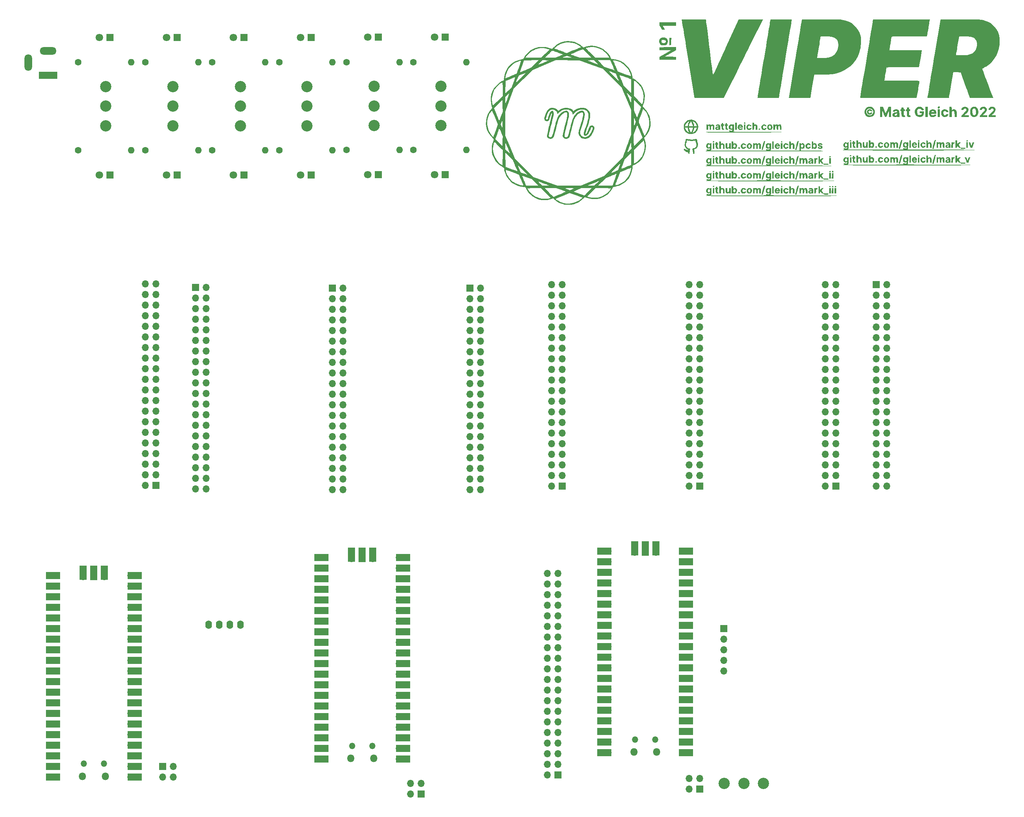
<source format=gbr>
%TF.GenerationSoftware,KiCad,Pcbnew,(6.0.4-0)*%
%TF.CreationDate,2022-04-27T18:10:27-07:00*%
%TF.ProjectId,viper,76697065-722e-46b6-9963-61645f706362,rev?*%
%TF.SameCoordinates,Original*%
%TF.FileFunction,Soldermask,Top*%
%TF.FilePolarity,Negative*%
%FSLAX46Y46*%
G04 Gerber Fmt 4.6, Leading zero omitted, Abs format (unit mm)*
G04 Created by KiCad (PCBNEW (6.0.4-0)) date 2022-04-27 18:10:27*
%MOMM*%
%LPD*%
G01*
G04 APERTURE LIST*
%ADD10C,2.700000*%
%ADD11R,1.700000X1.700000*%
%ADD12O,1.700000X1.700000*%
%ADD13O,1.800000X1.800000*%
%ADD14O,1.500000X1.500000*%
%ADD15R,3.500000X1.700000*%
%ADD16R,1.700000X3.500000*%
%ADD17O,1.600000X2.000000*%
%ADD18R,1.800000X1.800000*%
%ADD19C,1.800000*%
%ADD20C,1.600000*%
%ADD21O,1.600000X1.600000*%
%ADD22R,4.400000X1.800000*%
%ADD23O,4.000000X1.800000*%
%ADD24O,1.800000X4.000000*%
G04 APERTURE END LIST*
%TO.C,G\u002A\u002A\u002A*%
G36*
X204350694Y-85435332D02*
G01*
X203817605Y-85601169D01*
X203224597Y-85710364D01*
X202620577Y-85754341D01*
X202529012Y-85754767D01*
X201768820Y-85693659D01*
X201041644Y-85522418D01*
X200357335Y-85247131D01*
X199725745Y-84873884D01*
X199156723Y-84408765D01*
X198660123Y-83857860D01*
X198245794Y-83227255D01*
X198152691Y-83050856D01*
X198094558Y-82935236D01*
X198454305Y-82935236D01*
X198485477Y-83006030D01*
X198568884Y-83149411D01*
X198689357Y-83339931D01*
X198752529Y-83435619D01*
X199200741Y-84000590D01*
X199731155Y-84482812D01*
X200335069Y-84876282D01*
X201003779Y-85174998D01*
X201483263Y-85319023D01*
X201935455Y-85397045D01*
X202445089Y-85430787D01*
X202960534Y-85419644D01*
X203430156Y-85363012D01*
X203528511Y-85342987D01*
X203743305Y-85290818D01*
X203911486Y-85242169D01*
X203999937Y-85206729D01*
X204003406Y-85204027D01*
X203974888Y-85152934D01*
X203870946Y-85030506D01*
X203702017Y-84847757D01*
X203478541Y-84615702D01*
X203210954Y-84345356D01*
X202909695Y-84047733D01*
X202882017Y-84020698D01*
X201713869Y-82880735D01*
X202589772Y-82880735D01*
X203630118Y-83922369D01*
X203918670Y-84208017D01*
X204181270Y-84461772D01*
X204405892Y-84672513D01*
X204580510Y-84829121D01*
X204693099Y-84920476D01*
X204729949Y-84939359D01*
X204799209Y-84910784D01*
X204963022Y-84843251D01*
X205205942Y-84743127D01*
X205512523Y-84616777D01*
X205867321Y-84470568D01*
X206187326Y-84338704D01*
X206569661Y-84180247D01*
X206915625Y-84035120D01*
X207209953Y-83909868D01*
X207437380Y-83811036D01*
X207582640Y-83745169D01*
X207629906Y-83720188D01*
X207590548Y-83688326D01*
X207529367Y-83659394D01*
X209518847Y-83659394D01*
X209571545Y-83687480D01*
X209717019Y-83748515D01*
X209936043Y-83835334D01*
X210209388Y-83940772D01*
X210517829Y-84057661D01*
X210842140Y-84178837D01*
X211163092Y-84297133D01*
X211461461Y-84405385D01*
X211718019Y-84496424D01*
X211913540Y-84563087D01*
X212028797Y-84598207D01*
X212047346Y-84601779D01*
X212105749Y-84562682D01*
X212234050Y-84451217D01*
X212418803Y-84279912D01*
X212646564Y-84061297D01*
X212903888Y-83807902D01*
X212968591Y-83743264D01*
X213829581Y-82880735D01*
X211332759Y-82880347D01*
X210425990Y-83252321D01*
X210123551Y-83378397D01*
X209863845Y-83490496D01*
X209665116Y-83580431D01*
X209545605Y-83640015D01*
X209518847Y-83659394D01*
X207529367Y-83659394D01*
X207454777Y-83624121D01*
X207238595Y-83534176D01*
X206958002Y-83425093D01*
X206629000Y-83303476D01*
X206559180Y-83278365D01*
X205531559Y-82910477D01*
X207347279Y-82910477D01*
X207942127Y-83129328D01*
X208191926Y-83217667D01*
X208401984Y-83285312D01*
X208546448Y-83324335D01*
X208596459Y-83329974D01*
X208675260Y-83301093D01*
X208836117Y-83239108D01*
X209050600Y-83155030D01*
X209161565Y-83111124D01*
X209667185Y-82910477D01*
X209087209Y-82893452D01*
X208741234Y-82887418D01*
X208350662Y-82886866D01*
X207989740Y-82891797D01*
X207927256Y-82893452D01*
X207347279Y-82910477D01*
X205531559Y-82910477D01*
X205443766Y-82879047D01*
X202589772Y-82880735D01*
X201713869Y-82880735D01*
X200084087Y-82880735D01*
X199624708Y-82882655D01*
X199223974Y-82888139D01*
X198894279Y-82896771D01*
X198648017Y-82908139D01*
X198497585Y-82921826D01*
X198454305Y-82935236D01*
X198094558Y-82935236D01*
X197917614Y-82583311D01*
X197658388Y-82583311D01*
X197474296Y-82572608D01*
X197222354Y-82544279D01*
X196951378Y-82503997D01*
X196900621Y-82495258D01*
X196163086Y-82306776D01*
X195476849Y-82015146D01*
X194850322Y-81628187D01*
X194291915Y-81153722D01*
X193810039Y-80599571D01*
X193413106Y-79973555D01*
X193109527Y-79283496D01*
X192976889Y-78846682D01*
X192920787Y-78602212D01*
X192915392Y-78572364D01*
X193237100Y-78572364D01*
X193270704Y-78728358D01*
X193331111Y-78939386D01*
X193409539Y-79177774D01*
X193497205Y-79415844D01*
X193585325Y-79625921D01*
X193619177Y-79696799D01*
X193981218Y-80295314D01*
X194434009Y-80841867D01*
X194954867Y-81310379D01*
X195139245Y-81444393D01*
X195501061Y-81662876D01*
X195909842Y-81861056D01*
X196333673Y-82027029D01*
X196740637Y-82148893D01*
X197098820Y-82214743D01*
X197226360Y-82222824D01*
X197373119Y-82216751D01*
X197426576Y-82183958D01*
X197417657Y-82127025D01*
X197347052Y-81948474D01*
X197247175Y-81703230D01*
X197126123Y-81410433D01*
X196991990Y-81089222D01*
X196852871Y-80758738D01*
X196716861Y-80438122D01*
X196592056Y-80146513D01*
X196511101Y-79959704D01*
X197214282Y-79959704D01*
X197229450Y-80023585D01*
X197268300Y-80136508D01*
X197335409Y-80310282D01*
X197435353Y-80556715D01*
X197572709Y-80887616D01*
X197752053Y-81314793D01*
X197772731Y-81363873D01*
X197886056Y-81633503D01*
X197986456Y-81873688D01*
X198062505Y-82057011D01*
X198101206Y-82152047D01*
X198119840Y-82193431D01*
X198148568Y-82225262D01*
X198201686Y-82248794D01*
X198293490Y-82265280D01*
X198438275Y-82275973D01*
X198650336Y-82282128D01*
X198943969Y-82284999D01*
X199333468Y-82285837D01*
X199627376Y-82285887D01*
X201100816Y-82285887D01*
X200327795Y-81513395D01*
X200137799Y-81323529D01*
X201094068Y-81323529D01*
X201159838Y-81414961D01*
X201287059Y-81561515D01*
X201464100Y-81748982D01*
X201486715Y-81772102D01*
X201991023Y-82285887D01*
X202849908Y-82285887D01*
X203150987Y-82283848D01*
X203401568Y-82278237D01*
X203581707Y-82269813D01*
X203671460Y-82259338D01*
X203677263Y-82254356D01*
X203614395Y-82225688D01*
X203456207Y-82163185D01*
X203219371Y-82073157D01*
X202920561Y-81961910D01*
X202576448Y-81835751D01*
X202433039Y-81783678D01*
X202069237Y-81651935D01*
X201737880Y-81531939D01*
X201457222Y-81430300D01*
X201245514Y-81353629D01*
X201121010Y-81308535D01*
X201101377Y-81301423D01*
X201094068Y-81323529D01*
X200137799Y-81323529D01*
X199554773Y-80740903D01*
X198400396Y-80323081D01*
X198052945Y-80199072D01*
X197744684Y-80092384D01*
X197492568Y-80008612D01*
X197313555Y-79953350D01*
X197224601Y-79932192D01*
X197218220Y-79933057D01*
X197214282Y-79959704D01*
X196511101Y-79959704D01*
X196486550Y-79903052D01*
X196408438Y-79726879D01*
X196365816Y-79637134D01*
X196361896Y-79630747D01*
X196294073Y-79592841D01*
X196133422Y-79523582D01*
X195897436Y-79429309D01*
X195603603Y-79316359D01*
X195269416Y-79191071D01*
X194912365Y-79059784D01*
X194549940Y-78928835D01*
X194199633Y-78804564D01*
X193878933Y-78693309D01*
X193605332Y-78601407D01*
X193396321Y-78535199D01*
X193269390Y-78501021D01*
X193239082Y-78499080D01*
X193237100Y-78572364D01*
X192915392Y-78572364D01*
X192880051Y-78376820D01*
X192862851Y-78216269D01*
X192862736Y-78207124D01*
X192853740Y-78103701D01*
X192812064Y-78022909D01*
X192715676Y-77942042D01*
X192542542Y-77838395D01*
X192461214Y-77793346D01*
X191812145Y-77373143D01*
X191251265Y-76873626D01*
X190777637Y-76293670D01*
X190390324Y-75632144D01*
X190115858Y-74969260D01*
X190041132Y-74747326D01*
X189988396Y-74566037D01*
X189953822Y-74396234D01*
X189933581Y-74208760D01*
X189923843Y-73974458D01*
X189920779Y-73664170D01*
X189920555Y-73482140D01*
X189920608Y-73459664D01*
X190188463Y-73459664D01*
X190238352Y-74130995D01*
X190393196Y-74793508D01*
X190646867Y-75432601D01*
X190993237Y-76033672D01*
X191426180Y-76582116D01*
X191939566Y-77063333D01*
X192089434Y-77178557D01*
X192476085Y-77463117D01*
X192504157Y-74344670D01*
X193158414Y-74344670D01*
X193189902Y-77775048D01*
X194528310Y-78270877D01*
X194980917Y-78437925D01*
X195333850Y-78566293D01*
X195598665Y-78659514D01*
X195786915Y-78721120D01*
X195910158Y-78754643D01*
X195979948Y-78763614D01*
X196007840Y-78751564D01*
X196005515Y-78722364D01*
X195977871Y-78654238D01*
X195911075Y-78492372D01*
X195811789Y-78252823D01*
X195686672Y-77951648D01*
X195542385Y-77604902D01*
X195450324Y-77383921D01*
X195398436Y-77259424D01*
X196070730Y-77259424D01*
X196447838Y-78178358D01*
X196824945Y-79097293D01*
X197595012Y-79380057D01*
X197926756Y-79501154D01*
X198162556Y-79585078D01*
X198317758Y-79636706D01*
X198407707Y-79660915D01*
X198447750Y-79662581D01*
X198454305Y-79653128D01*
X198413905Y-79608841D01*
X198299787Y-79491379D01*
X198122569Y-79311476D01*
X197892871Y-79079864D01*
X197621314Y-78807279D01*
X197318516Y-78504453D01*
X197262517Y-78448561D01*
X196070730Y-77259424D01*
X195398436Y-77259424D01*
X194914961Y-76099399D01*
X194036687Y-75222034D01*
X193158414Y-74344670D01*
X192504157Y-74344670D01*
X192510047Y-73690337D01*
X192328453Y-73511883D01*
X193158799Y-73511883D01*
X193679971Y-74024950D01*
X193879652Y-74217334D01*
X194046590Y-74370239D01*
X194164238Y-74469080D01*
X194216052Y-74499271D01*
X194216886Y-74498213D01*
X194199304Y-74434356D01*
X194141427Y-74276827D01*
X194049498Y-74041442D01*
X193929761Y-73744019D01*
X193788458Y-73400374D01*
X193697398Y-73182100D01*
X193162167Y-71905794D01*
X193160483Y-72708838D01*
X193158799Y-73511883D01*
X192328453Y-73511883D01*
X191556675Y-72753452D01*
X191279249Y-72483162D01*
X191028619Y-72243418D01*
X190817595Y-72046113D01*
X190658986Y-71903141D01*
X190565604Y-71826394D01*
X190547545Y-71816566D01*
X190499375Y-71871686D01*
X190438203Y-72022807D01*
X190370539Y-72248572D01*
X190302890Y-72527622D01*
X190249655Y-72794119D01*
X190188463Y-73459664D01*
X189920608Y-73459664D01*
X189921383Y-73129060D01*
X189926874Y-72864901D01*
X189941284Y-72659615D01*
X189968866Y-72483152D01*
X190013876Y-72305466D01*
X190080570Y-72096508D01*
X190142369Y-71915731D01*
X190230803Y-71653242D01*
X190302521Y-71429335D01*
X190349604Y-71269474D01*
X190364375Y-71201677D01*
X190324380Y-71131658D01*
X190310092Y-71114400D01*
X190764195Y-71114400D01*
X192476085Y-72829494D01*
X192492140Y-71579152D01*
X192508195Y-70328809D01*
X192489112Y-70282705D01*
X193160160Y-70282705D01*
X194289905Y-72997200D01*
X195419650Y-75711694D01*
X199930598Y-80222642D01*
X205562736Y-82275640D01*
X208358520Y-82281511D01*
X211154305Y-82287381D01*
X211256936Y-82245255D01*
X212972353Y-82245255D01*
X213035628Y-82264375D01*
X213190208Y-82276521D01*
X213446706Y-82282746D01*
X213653840Y-82284078D01*
X214428317Y-82285887D01*
X214429322Y-82284873D01*
X215318239Y-82284873D01*
X217043298Y-82285173D01*
X218768356Y-82285473D01*
X218839323Y-82092562D01*
X219515380Y-82092562D01*
X219538284Y-82146782D01*
X219622803Y-82159991D01*
X219782292Y-82130315D01*
X220030106Y-82055881D01*
X220208409Y-81995353D01*
X220868224Y-81703216D01*
X221474244Y-81305249D01*
X222015618Y-80812227D01*
X222366911Y-80411187D01*
X222638032Y-80025921D01*
X222853751Y-79616160D01*
X223033265Y-79157865D01*
X223119524Y-78880002D01*
X223188199Y-78605934D01*
X223235515Y-78358609D01*
X223257696Y-78160973D01*
X223250967Y-78035973D01*
X223223166Y-78003660D01*
X223155226Y-78025538D01*
X222993460Y-78086540D01*
X222753978Y-78180316D01*
X222452890Y-78300515D01*
X222106306Y-78440788D01*
X221891307Y-78528630D01*
X220612385Y-79052923D01*
X220065615Y-80535564D01*
X219919609Y-80933843D01*
X219788040Y-81297266D01*
X219676371Y-81610379D01*
X219590063Y-81857729D01*
X219534578Y-82023860D01*
X219515380Y-82092562D01*
X218839323Y-82092562D01*
X219286893Y-80875918D01*
X219427138Y-80491048D01*
X219550970Y-80144196D01*
X219653171Y-79850561D01*
X219728524Y-79625341D01*
X219771812Y-79483733D01*
X219779639Y-79440573D01*
X219719667Y-79454676D01*
X219565263Y-79508182D01*
X219332004Y-79595204D01*
X219035467Y-79709852D01*
X218691231Y-79846237D01*
X218458058Y-79940193D01*
X217162267Y-80465604D01*
X216240253Y-81375239D01*
X215318239Y-82284873D01*
X214429322Y-82284873D01*
X214992248Y-81717181D01*
X215556178Y-81148475D01*
X215258755Y-81266084D01*
X214993679Y-81372250D01*
X214684888Y-81498075D01*
X214352441Y-81635145D01*
X214016394Y-81775042D01*
X213696807Y-81909351D01*
X213413737Y-82029656D01*
X213187243Y-82127540D01*
X213037384Y-82194588D01*
X212989772Y-82218107D01*
X212972353Y-82245255D01*
X211256936Y-82245255D01*
X216737445Y-79995723D01*
X217429959Y-79310229D01*
X218336574Y-79310229D01*
X218337298Y-79311648D01*
X218405021Y-79290197D01*
X218562201Y-79231140D01*
X218788391Y-79142430D01*
X219063145Y-79032015D01*
X219199269Y-78976509D01*
X219492646Y-78853854D01*
X219748950Y-78742012D01*
X219946773Y-78650682D01*
X220064708Y-78589563D01*
X220085525Y-78574987D01*
X220128278Y-78500008D01*
X220198339Y-78342182D01*
X220255254Y-78202673D01*
X220939834Y-78202673D01*
X220981903Y-78231723D01*
X221013907Y-78223918D01*
X221090267Y-78192728D01*
X221258039Y-78123816D01*
X221498652Y-78024824D01*
X221793537Y-77903391D01*
X222124122Y-77767157D01*
X222129246Y-77765044D01*
X222460224Y-77628647D01*
X222755780Y-77506936D01*
X222997343Y-77407551D01*
X223166342Y-77338133D01*
X223244207Y-77306322D01*
X223244586Y-77306171D01*
X223269064Y-77267384D01*
X223287988Y-77165767D01*
X223301896Y-76990524D01*
X223311324Y-76730858D01*
X223316809Y-76375974D01*
X223318888Y-75915075D01*
X223318942Y-75810834D01*
X223318942Y-75370210D01*
X223913790Y-75370210D01*
X223915555Y-75795489D01*
X223920534Y-76179078D01*
X223928256Y-76505725D01*
X223938247Y-76760176D01*
X223950035Y-76927179D01*
X223963146Y-76991481D01*
X223964052Y-76991742D01*
X224035176Y-76961481D01*
X224176632Y-76881586D01*
X224359747Y-76768390D01*
X224387360Y-76750631D01*
X224976732Y-76302165D01*
X225477222Y-75780124D01*
X225883541Y-75194003D01*
X226190400Y-74553297D01*
X226392511Y-73867498D01*
X226484585Y-73146104D01*
X226489636Y-72976520D01*
X226482662Y-72634274D01*
X226456568Y-72290651D01*
X226415268Y-71974282D01*
X226362671Y-71713796D01*
X226302688Y-71537824D01*
X226289995Y-71515044D01*
X226254231Y-71507899D01*
X226178713Y-71549554D01*
X226056005Y-71646584D01*
X225878670Y-71805566D01*
X225639274Y-72033075D01*
X225330380Y-72335688D01*
X225075260Y-72589297D01*
X223913790Y-73748678D01*
X223913790Y-75370210D01*
X223318942Y-75370210D01*
X223318942Y-74345231D01*
X222542059Y-75122113D01*
X221765177Y-75898996D01*
X221352647Y-77025345D01*
X221227209Y-77370221D01*
X221117103Y-77677510D01*
X221028512Y-77929570D01*
X220967624Y-78108760D01*
X220940624Y-78197441D01*
X220939834Y-78202673D01*
X220255254Y-78202673D01*
X220286609Y-78125817D01*
X220383989Y-77875225D01*
X220481380Y-77614713D01*
X220569685Y-77368593D01*
X220639804Y-77161174D01*
X220682639Y-77016766D01*
X220689902Y-76960204D01*
X220643552Y-76994444D01*
X220524295Y-77102822D01*
X220342938Y-77274943D01*
X220110285Y-77500411D01*
X219837144Y-77768831D01*
X219534319Y-78069808D01*
X219479975Y-78124154D01*
X219176005Y-78429889D01*
X218903871Y-78706456D01*
X218673719Y-78943314D01*
X218495689Y-79129923D01*
X218379927Y-79255742D01*
X218336574Y-79310229D01*
X217429959Y-79310229D01*
X221244493Y-75534365D01*
X221677946Y-74344670D01*
X222334464Y-74344670D01*
X222356803Y-74351792D01*
X222448324Y-74285686D01*
X222594855Y-74158010D01*
X222782221Y-73980419D01*
X222807207Y-73955883D01*
X223322364Y-73448126D01*
X223305782Y-72587733D01*
X223289200Y-71727339D01*
X222833039Y-72976520D01*
X222698347Y-73345494D01*
X222575561Y-73682080D01*
X222471204Y-73968387D01*
X222391794Y-74186523D01*
X222343852Y-74318595D01*
X222334464Y-74344670D01*
X221677946Y-74344670D01*
X221721292Y-74225700D01*
X221882894Y-73782226D01*
X222072077Y-73263183D01*
X222275647Y-72704763D01*
X222480410Y-72143160D01*
X222673170Y-71614567D01*
X222758516Y-71380566D01*
X223239548Y-70061766D01*
X223910436Y-70061766D01*
X223912113Y-71459448D01*
X223913790Y-72857131D01*
X226001180Y-70769741D01*
X225392639Y-69300413D01*
X225230090Y-68911093D01*
X225081209Y-68560517D01*
X224952261Y-68262957D01*
X224849511Y-68032684D01*
X224779223Y-67883970D01*
X224747662Y-67831087D01*
X224747643Y-67831086D01*
X224717395Y-67884393D01*
X224654274Y-68033079D01*
X224564880Y-68260292D01*
X224455815Y-68549182D01*
X224333676Y-68882896D01*
X224310812Y-68946426D01*
X223910436Y-70061766D01*
X223239548Y-70061766D01*
X223318942Y-69844098D01*
X223318942Y-66953686D01*
X223916569Y-66953686D01*
X223916771Y-67312887D01*
X223918961Y-67627732D01*
X223922846Y-67880301D01*
X223928135Y-68052673D01*
X223934537Y-68126931D01*
X223935670Y-68128510D01*
X223963160Y-68076132D01*
X224020857Y-67934181D01*
X224099834Y-67725433D01*
X224175773Y-67516010D01*
X224393995Y-66903511D01*
X224393196Y-66901617D01*
X225085666Y-66901617D01*
X225107886Y-66967361D01*
X225169140Y-67126126D01*
X225262552Y-67361179D01*
X225381243Y-67655787D01*
X225518335Y-67993217D01*
X225666952Y-68356738D01*
X225820215Y-68729615D01*
X225971248Y-69095117D01*
X226113171Y-69436510D01*
X226239108Y-69737061D01*
X226342182Y-69980039D01*
X226415513Y-70148710D01*
X226452212Y-70226319D01*
X226488990Y-70252336D01*
X226545569Y-70220354D01*
X226633807Y-70117830D01*
X226765561Y-69932226D01*
X226852100Y-69803389D01*
X227118571Y-69340612D01*
X227343574Y-68829192D01*
X227505394Y-68321101D01*
X227544625Y-68145808D01*
X227576814Y-67889503D01*
X227593524Y-67550124D01*
X227593315Y-67162737D01*
X227589845Y-67045340D01*
X227572934Y-66698401D01*
X227546698Y-66429876D01*
X227504387Y-66199239D01*
X227439249Y-65965962D01*
X227381243Y-65793066D01*
X227157700Y-65244216D01*
X226892806Y-64775854D01*
X226564859Y-64351128D01*
X226471635Y-64248682D01*
X226144469Y-63899331D01*
X225614063Y-65367004D01*
X225471849Y-65763186D01*
X225344192Y-66123935D01*
X225236425Y-66433756D01*
X225153884Y-66677155D01*
X225101906Y-66838635D01*
X225085666Y-66901617D01*
X224393196Y-66901617D01*
X224156671Y-66341186D01*
X223919348Y-65778862D01*
X223916569Y-66953686D01*
X223318942Y-66953686D01*
X223318942Y-64320220D01*
X223245878Y-64144970D01*
X223913790Y-64144970D01*
X224217230Y-64872689D01*
X224338786Y-65164284D01*
X224451177Y-65434034D01*
X224542576Y-65653543D01*
X224601154Y-65794413D01*
X224604662Y-65802866D01*
X224664949Y-65927069D01*
X224708858Y-65980582D01*
X224714829Y-65979150D01*
X224743102Y-65917380D01*
X224804985Y-65762698D01*
X224893201Y-65533917D01*
X225000477Y-65249848D01*
X225092187Y-65003389D01*
X225218147Y-64661823D01*
X225338330Y-64334158D01*
X225442879Y-64047401D01*
X225521933Y-63828557D01*
X225553619Y-63739398D01*
X225663867Y-63424994D01*
X224788828Y-62549955D01*
X223913790Y-61674916D01*
X223913790Y-64144970D01*
X223245878Y-64144970D01*
X222160473Y-61541521D01*
X221517483Y-59999248D01*
X222208235Y-59999248D01*
X222225037Y-60059634D01*
X222287398Y-60224492D01*
X222393425Y-60489199D01*
X222541228Y-60849129D01*
X222728916Y-61299659D01*
X222954596Y-61836162D01*
X223100089Y-62180033D01*
X223289200Y-62626168D01*
X223305937Y-61855858D01*
X223309868Y-61674916D01*
X223322674Y-61085547D01*
X223019259Y-60780865D01*
X223913790Y-60780865D01*
X224910160Y-61779443D01*
X225906530Y-62778022D01*
X226046723Y-62345187D01*
X226131002Y-62025568D01*
X226185886Y-61664389D01*
X226216988Y-61228276D01*
X226227037Y-60880920D01*
X226219681Y-60605991D01*
X226191258Y-60357744D01*
X226138105Y-60090433D01*
X226119563Y-60011244D01*
X225909875Y-59357721D01*
X225607575Y-58739528D01*
X225225401Y-58174581D01*
X224776089Y-57680799D01*
X224272380Y-57276102D01*
X224096255Y-57165077D01*
X223913790Y-57057616D01*
X223913790Y-60780865D01*
X223019259Y-60780865D01*
X222773636Y-60534216D01*
X222568802Y-60330879D01*
X222396121Y-60163916D01*
X222271593Y-60048464D01*
X222211219Y-59999663D01*
X222208235Y-59999248D01*
X221517483Y-59999248D01*
X221002004Y-58762823D01*
X217115165Y-54875984D01*
X217992390Y-54875984D01*
X218027001Y-54921126D01*
X218133977Y-55035979D01*
X218300167Y-55207540D01*
X218512424Y-55422806D01*
X218757600Y-55668775D01*
X219022546Y-55932445D01*
X219294113Y-56200812D01*
X219559154Y-56460875D01*
X219804520Y-56699629D01*
X220017063Y-56904074D01*
X220183634Y-57061205D01*
X220291085Y-57158022D01*
X220325575Y-57183311D01*
X220317926Y-57134941D01*
X220273846Y-57013779D01*
X220251765Y-56960243D01*
X220191009Y-56815171D01*
X220098466Y-56592166D01*
X219987451Y-56323384D01*
X219887517Y-56080528D01*
X219754087Y-55755677D01*
X220477965Y-55755677D01*
X220482509Y-55807902D01*
X220528080Y-55954529D01*
X220609136Y-56180484D01*
X220720132Y-56470694D01*
X220855525Y-56810085D01*
X220953800Y-57049470D01*
X221490637Y-58343264D01*
X222389918Y-59251172D01*
X223289200Y-60159080D01*
X223305016Y-58481789D01*
X223307552Y-58046573D01*
X223306857Y-57650622D01*
X223303200Y-57309396D01*
X223297300Y-57057616D01*
X223296849Y-57038357D01*
X223288071Y-56852966D01*
X223277135Y-56768684D01*
X223275273Y-56765673D01*
X223207263Y-56734363D01*
X223045939Y-56670613D01*
X222810282Y-56581278D01*
X222519273Y-56473210D01*
X222191893Y-56353262D01*
X221847121Y-56228287D01*
X221503938Y-56105139D01*
X221181325Y-55990671D01*
X220898262Y-55891735D01*
X220673730Y-55815185D01*
X220526709Y-55767874D01*
X220477965Y-55755677D01*
X219754087Y-55755677D01*
X219617804Y-55423881D01*
X218819350Y-55135679D01*
X218532453Y-55034693D01*
X218287197Y-54953228D01*
X218104255Y-54897778D01*
X218004304Y-54874834D01*
X217992390Y-54875984D01*
X217115165Y-54875984D01*
X216557406Y-54318225D01*
X213707143Y-53283165D01*
X210946699Y-52280722D01*
X212804955Y-52280722D01*
X212865053Y-52307424D01*
X213017650Y-52367857D01*
X213243528Y-52454847D01*
X213523472Y-52561215D01*
X213838265Y-52679785D01*
X214168690Y-52803381D01*
X214495531Y-52924825D01*
X214799571Y-53036941D01*
X215061595Y-53132553D01*
X215262385Y-53204483D01*
X215382725Y-53245555D01*
X215406153Y-53252180D01*
X215378125Y-53214983D01*
X215280897Y-53109835D01*
X215129606Y-52952699D01*
X214939388Y-52759539D01*
X214931588Y-52751695D01*
X214428594Y-52246075D01*
X215318801Y-52246075D01*
X216091822Y-53013922D01*
X216864844Y-53781769D01*
X218024797Y-54200383D01*
X218375223Y-54326146D01*
X218688117Y-54437106D01*
X218946071Y-54527199D01*
X219131681Y-54590362D01*
X219227541Y-54620532D01*
X219235728Y-54622231D01*
X219262895Y-54583796D01*
X219253472Y-54551110D01*
X219221397Y-54475504D01*
X219151231Y-54307796D01*
X219050396Y-54065803D01*
X218926314Y-53767341D01*
X218786407Y-53430227D01*
X218757876Y-53361414D01*
X218307870Y-52275879D01*
X218976553Y-52275879D01*
X218998364Y-52331023D01*
X219059644Y-52480914D01*
X219154168Y-52710453D01*
X219275710Y-53004544D01*
X219418042Y-53348089D01*
X219528033Y-53613091D01*
X220079512Y-54940828D01*
X221595129Y-55492966D01*
X221996357Y-55638698D01*
X222360981Y-55770303D01*
X222674073Y-55882460D01*
X222920708Y-55969850D01*
X223085961Y-56027151D01*
X223154905Y-56049045D01*
X223155359Y-56049102D01*
X223192576Y-56003293D01*
X223199972Y-55943955D01*
X223174721Y-55782747D01*
X223106787Y-55548020D01*
X223007897Y-55272050D01*
X222889780Y-54987116D01*
X222764163Y-54725496D01*
X222742520Y-54684951D01*
X222351055Y-54082269D01*
X221876161Y-53550998D01*
X221330901Y-53100319D01*
X220728336Y-52739413D01*
X220081528Y-52477461D01*
X219403540Y-52323643D01*
X219378075Y-52320153D01*
X219177783Y-52294612D01*
X219033892Y-52278690D01*
X218976618Y-52275717D01*
X218976553Y-52275879D01*
X218307870Y-52275879D01*
X218295515Y-52246075D01*
X215318801Y-52246075D01*
X214428594Y-52246075D01*
X213599451Y-52246075D01*
X213304450Y-52248391D01*
X213060725Y-52254753D01*
X212888433Y-52264283D01*
X212807731Y-52276102D01*
X212804955Y-52280722D01*
X210946699Y-52280722D01*
X210856881Y-52248105D01*
X205258617Y-52246075D01*
X202487449Y-53391157D01*
X199716282Y-54536239D01*
X195200386Y-58997597D01*
X193160160Y-64571119D01*
X193160160Y-70282705D01*
X192489112Y-70282705D01*
X192139007Y-69436857D01*
X192013056Y-69137316D01*
X191901385Y-68880664D01*
X191812275Y-68685236D01*
X191754008Y-68569366D01*
X191736301Y-68545370D01*
X191707253Y-68598874D01*
X191644070Y-68748675D01*
X191552876Y-68979121D01*
X191439799Y-69274559D01*
X191310964Y-69619335D01*
X191233489Y-69830118D01*
X190764195Y-71114400D01*
X190310092Y-71114400D01*
X190217198Y-71002198D01*
X190062029Y-70835651D01*
X189972602Y-70745604D01*
X189461712Y-70163490D01*
X189059123Y-69532738D01*
X188765874Y-68855817D01*
X188583002Y-68135198D01*
X188511545Y-67373348D01*
X188510490Y-67265981D01*
X188534322Y-66943103D01*
X188832439Y-66943103D01*
X188838512Y-67656194D01*
X188952593Y-68358193D01*
X189173260Y-69033850D01*
X189499086Y-69667912D01*
X189541373Y-69734599D01*
X189667646Y-69917025D01*
X189816636Y-70113432D01*
X189970280Y-70302466D01*
X190110512Y-70462772D01*
X190219270Y-70572996D01*
X190278491Y-70611783D01*
X190281972Y-70610133D01*
X190307330Y-70550612D01*
X190367605Y-70394048D01*
X190457265Y-70155281D01*
X190570776Y-69849150D01*
X190702603Y-69490494D01*
X190842815Y-69106245D01*
X191381752Y-67624263D01*
X191377428Y-67613860D01*
X192047554Y-67613860D01*
X192261819Y-68131892D01*
X192476085Y-68649924D01*
X192493147Y-68124625D01*
X192499139Y-67810156D01*
X192499817Y-67444338D01*
X192495179Y-67094673D01*
X192493147Y-67016260D01*
X192476085Y-66433194D01*
X192261819Y-67023527D01*
X192047554Y-67613860D01*
X191377428Y-67613860D01*
X190683047Y-65943131D01*
X190508147Y-65525606D01*
X190346445Y-65145878D01*
X190203829Y-64817280D01*
X190086187Y-64553145D01*
X189999406Y-64366809D01*
X189949375Y-64271603D01*
X189940722Y-64262000D01*
X189878826Y-64310985D01*
X189776454Y-64442572D01*
X189647819Y-64633706D01*
X189507132Y-64861333D01*
X189368605Y-65102400D01*
X189246451Y-65333852D01*
X189154881Y-65532635D01*
X189150017Y-65544649D01*
X188935799Y-66234171D01*
X188832439Y-66943103D01*
X188534322Y-66943103D01*
X188567245Y-66497071D01*
X188737404Y-65764029D01*
X189020807Y-65067266D01*
X189417295Y-64407195D01*
X189809558Y-63912872D01*
X189948097Y-63756379D01*
X190435350Y-63756379D01*
X190994246Y-65094787D01*
X191190288Y-65564656D01*
X191345212Y-65935758D01*
X191464225Y-66218902D01*
X191552533Y-66424900D01*
X191615344Y-66564565D01*
X191657864Y-66648707D01*
X191685300Y-66688139D01*
X191702858Y-66693670D01*
X191715745Y-66676114D01*
X191729168Y-66646282D01*
X191735499Y-66633964D01*
X191772140Y-66549280D01*
X191841170Y-66372640D01*
X191934990Y-66124137D01*
X192045999Y-65823861D01*
X192148026Y-65543394D01*
X192507914Y-64546885D01*
X192491999Y-63124824D01*
X192476085Y-61702762D01*
X191455717Y-62729571D01*
X190435350Y-63756379D01*
X189948097Y-63756379D01*
X190039641Y-63652971D01*
X189876717Y-63165868D01*
X189712650Y-62518743D01*
X189634555Y-61836311D01*
X189637634Y-61607891D01*
X189947982Y-61607891D01*
X189957131Y-61880931D01*
X189981977Y-62168443D01*
X190018612Y-62448942D01*
X190063133Y-62700941D01*
X190111633Y-62902952D01*
X190160207Y-63033492D01*
X190204950Y-63071071D01*
X190212951Y-63065683D01*
X190259920Y-63019383D01*
X190380291Y-62900600D01*
X190562813Y-62720442D01*
X190796233Y-62490017D01*
X191069298Y-62220432D01*
X191370756Y-61922795D01*
X191371240Y-61922317D01*
X192287855Y-61017288D01*
X193160160Y-61017288D01*
X193163930Y-61881213D01*
X193168234Y-62184035D01*
X193177558Y-62420864D01*
X193190849Y-62576295D01*
X193207057Y-62634919D01*
X193214803Y-62626168D01*
X193248789Y-62535971D01*
X193316555Y-62352644D01*
X193411242Y-62094872D01*
X193525989Y-61781339D01*
X193653938Y-61430729D01*
X193686911Y-61340223D01*
X193813999Y-60988920D01*
X193925919Y-60675056D01*
X194016631Y-60415945D01*
X194080091Y-60228904D01*
X194110258Y-60131249D01*
X194111916Y-60122181D01*
X194072983Y-60140711D01*
X193967197Y-60229463D01*
X193811075Y-60373790D01*
X193636038Y-60544201D01*
X193160160Y-61017288D01*
X192287855Y-61017288D01*
X192505827Y-60802071D01*
X192505827Y-60187292D01*
X193158536Y-60187292D01*
X193902440Y-59443733D01*
X194646343Y-58700173D01*
X195052141Y-57599147D01*
X195718706Y-57599147D01*
X195758729Y-57566499D01*
X195872137Y-57459835D01*
X196048375Y-57289446D01*
X196276886Y-57065626D01*
X196547116Y-56798664D01*
X196848510Y-56498854D01*
X196905500Y-56441950D01*
X197211072Y-56135144D01*
X197485947Y-55856230D01*
X197719721Y-55616005D01*
X197901986Y-55425265D01*
X198022339Y-55294805D01*
X198070373Y-55235422D01*
X198070585Y-55233159D01*
X198011881Y-55247236D01*
X197866925Y-55299025D01*
X197658706Y-55379111D01*
X197410210Y-55478080D01*
X197144424Y-55586519D01*
X196884335Y-55695013D01*
X196652930Y-55794148D01*
X196473197Y-55874510D01*
X196368121Y-55926685D01*
X196353384Y-55936419D01*
X196320621Y-56000229D01*
X196256615Y-56151390D01*
X196170710Y-56365423D01*
X196072252Y-56617847D01*
X195970585Y-56884180D01*
X195875052Y-57139944D01*
X195794999Y-57360657D01*
X195739770Y-57521838D01*
X195718710Y-57599007D01*
X195718706Y-57599147D01*
X195052141Y-57599147D01*
X195084821Y-57510477D01*
X195212323Y-57158883D01*
X195321449Y-56846984D01*
X195406787Y-56591191D01*
X195462924Y-56407917D01*
X195484445Y-56313571D01*
X195482629Y-56304517D01*
X195417863Y-56321439D01*
X195260468Y-56378057D01*
X195027417Y-56467800D01*
X194735685Y-56584097D01*
X194402248Y-56720378D01*
X194315931Y-56756149D01*
X193189902Y-57224046D01*
X193158536Y-60187292D01*
X192505827Y-60187292D01*
X192505827Y-59164781D01*
X192506699Y-58666774D01*
X192506605Y-58277288D01*
X192501477Y-57985917D01*
X192487247Y-57782253D01*
X192459851Y-57655889D01*
X192415219Y-57596417D01*
X192349286Y-57593430D01*
X192257983Y-57636521D01*
X192137246Y-57715282D01*
X191983005Y-57819306D01*
X191980647Y-57820854D01*
X191425080Y-58254818D01*
X190946411Y-58771242D01*
X190552313Y-59355826D01*
X190250462Y-59994275D01*
X190048531Y-60672291D01*
X189954194Y-61375576D01*
X189947982Y-61607891D01*
X189637634Y-61607891D01*
X189643756Y-61153813D01*
X189741573Y-60506492D01*
X189772345Y-60382629D01*
X189905381Y-59984001D01*
X190094970Y-59548641D01*
X190317480Y-59127700D01*
X190453116Y-58909101D01*
X190730120Y-58546558D01*
X191072825Y-58182185D01*
X191456116Y-57836869D01*
X191854881Y-57531495D01*
X192244005Y-57286946D01*
X192598376Y-57124109D01*
X192600341Y-57123423D01*
X192683305Y-57090677D01*
X192739330Y-57045973D01*
X192777204Y-56965725D01*
X192805714Y-56826344D01*
X192833649Y-56604244D01*
X192850437Y-56452145D01*
X192852283Y-56441571D01*
X193175181Y-56441571D01*
X193193564Y-56524048D01*
X193205033Y-56528979D01*
X193274028Y-56507199D01*
X193436464Y-56446170D01*
X193675948Y-56352355D01*
X193976084Y-56232218D01*
X194320479Y-56092222D01*
X194504409Y-56016690D01*
X194865420Y-55866682D01*
X195190271Y-55729302D01*
X195462474Y-55611715D01*
X195665544Y-55521092D01*
X195782994Y-55464598D01*
X195804315Y-55451527D01*
X195839029Y-55383524D01*
X195908101Y-55218723D01*
X195977603Y-55043108D01*
X196695306Y-55043108D01*
X196705563Y-55085401D01*
X196719061Y-55086337D01*
X196800950Y-55056702D01*
X196975620Y-54988228D01*
X197226010Y-54887785D01*
X197535063Y-54762241D01*
X197885719Y-54618464D01*
X198072086Y-54541567D01*
X199325698Y-54023229D01*
X200023519Y-53324143D01*
X200978506Y-53324143D01*
X201024169Y-53319554D01*
X201071635Y-53302040D01*
X201191707Y-53253369D01*
X201400588Y-53168440D01*
X201676935Y-53055943D01*
X201999404Y-52924567D01*
X202346651Y-52783000D01*
X202350558Y-52781407D01*
X202685343Y-52643572D01*
X202983230Y-52518462D01*
X203226245Y-52413828D01*
X203396414Y-52337417D01*
X203475762Y-52296981D01*
X203477794Y-52295406D01*
X203443752Y-52277173D01*
X203310752Y-52261982D01*
X203098795Y-52251215D01*
X202827882Y-52246251D01*
X202762802Y-52246075D01*
X201991299Y-52246075D01*
X201427369Y-52816040D01*
X201205653Y-53042217D01*
X201061862Y-53195566D01*
X200988609Y-53286177D01*
X200978506Y-53324143D01*
X200023519Y-53324143D01*
X200213538Y-53133779D01*
X201101377Y-52244329D01*
X197658589Y-52275817D01*
X197139119Y-53694293D01*
X196974771Y-54147425D01*
X196851088Y-54499356D01*
X196765197Y-54759602D01*
X196714227Y-54937681D01*
X196695306Y-55043108D01*
X195977603Y-55043108D01*
X196005634Y-54972279D01*
X196125732Y-54659345D01*
X196262499Y-54295077D01*
X196409275Y-53896720D01*
X196581954Y-53424725D01*
X196714839Y-53054852D01*
X196806915Y-52776752D01*
X196857170Y-52580076D01*
X196864592Y-52454476D01*
X196828169Y-52389603D01*
X196746886Y-52375108D01*
X196619732Y-52400642D01*
X196445694Y-52455857D01*
X196273951Y-52513804D01*
X195613255Y-52795293D01*
X195009090Y-53175717D01*
X194471913Y-53644320D01*
X194012182Y-54190353D01*
X193640354Y-54803061D01*
X193366885Y-55471692D01*
X193352486Y-55517737D01*
X193277503Y-55789993D01*
X193220635Y-56050648D01*
X193185367Y-56275805D01*
X193175181Y-56441571D01*
X192852283Y-56441571D01*
X192985519Y-55678374D01*
X193216879Y-54968935D01*
X193549155Y-54312291D01*
X193929928Y-53767438D01*
X194419368Y-53245784D01*
X194991863Y-52798998D01*
X195631524Y-52435885D01*
X196322465Y-52165251D01*
X197048798Y-51995900D01*
X197154036Y-51980554D01*
X197286725Y-51958766D01*
X197382829Y-51921975D01*
X197465499Y-51848803D01*
X197557887Y-51717872D01*
X197597625Y-51651227D01*
X202590036Y-51651227D01*
X205080130Y-51651227D01*
X205136960Y-51628077D01*
X206787131Y-51628077D01*
X206835788Y-51635153D01*
X206985959Y-51641356D01*
X207220192Y-51646333D01*
X207521030Y-51649730D01*
X207871022Y-51651195D01*
X207932213Y-51651227D01*
X208290617Y-51650182D01*
X208604626Y-51647270D01*
X208856282Y-51642821D01*
X209027627Y-51637169D01*
X209100704Y-51630645D01*
X209102080Y-51629594D01*
X209049627Y-51602406D01*
X208907397Y-51545227D01*
X208698079Y-51466849D01*
X208483015Y-51389656D01*
X207863950Y-51171351D01*
X207337933Y-51388139D01*
X207108869Y-51483813D01*
X206924707Y-51563124D01*
X206810848Y-51615007D01*
X206787131Y-51628077D01*
X205136960Y-51628077D01*
X205975765Y-51286385D01*
X206280288Y-51161102D01*
X206545909Y-51049491D01*
X206753070Y-50959954D01*
X206882218Y-50900893D01*
X206915147Y-50882756D01*
X206872727Y-50854685D01*
X206801538Y-50822757D01*
X208804656Y-50822757D01*
X208857915Y-50854005D01*
X209006309Y-50918016D01*
X209232760Y-51008024D01*
X209520193Y-51117262D01*
X209851533Y-51238963D01*
X209890253Y-51252938D01*
X210975851Y-51644057D01*
X213829845Y-51651227D01*
X212793765Y-50613876D01*
X211757684Y-49576525D01*
X211574964Y-49650657D01*
X210867103Y-49938804D01*
X210260893Y-50187610D01*
X209757819Y-50396448D01*
X209359365Y-50564689D01*
X209067018Y-50691705D01*
X208882262Y-50776868D01*
X208806582Y-50819548D01*
X208804656Y-50822757D01*
X206801538Y-50822757D01*
X206736955Y-50793792D01*
X206526571Y-50707128D01*
X206260313Y-50601742D01*
X205956919Y-50484684D01*
X205635129Y-50363003D01*
X205313679Y-50243749D01*
X205011310Y-50133970D01*
X204746759Y-50040718D01*
X204538765Y-49971040D01*
X204406066Y-49931987D01*
X204372271Y-49926114D01*
X204313842Y-49966459D01*
X204185482Y-50079059D01*
X204000647Y-50251316D01*
X203772791Y-50470631D01*
X203515372Y-50724404D01*
X203451026Y-50788698D01*
X202590036Y-51651227D01*
X197597625Y-51651227D01*
X197624227Y-51606613D01*
X197978998Y-51606613D01*
X198035964Y-51617548D01*
X198197656Y-51627464D01*
X198449837Y-51636024D01*
X198778265Y-51642892D01*
X199168700Y-51647733D01*
X199606903Y-51650211D01*
X199837326Y-51650459D01*
X201696225Y-51649691D01*
X202696837Y-50656152D01*
X203697448Y-49662613D01*
X203399708Y-49561408D01*
X202838566Y-49420207D01*
X202222785Y-49351100D01*
X201593357Y-49355411D01*
X200991273Y-49434462D01*
X200803954Y-49477596D01*
X200424595Y-49604508D01*
X200001707Y-49792879D01*
X199576858Y-50021025D01*
X199191615Y-50267264D01*
X198978400Y-50429862D01*
X198806723Y-50586628D01*
X198614429Y-50783393D01*
X198419730Y-50998714D01*
X198240835Y-51211150D01*
X198095954Y-51399258D01*
X198003298Y-51541598D01*
X197978998Y-51606613D01*
X197624227Y-51606613D01*
X197683145Y-51507802D01*
X197703028Y-51473603D01*
X198125713Y-50862588D01*
X198640572Y-50318560D01*
X199234141Y-49853788D01*
X199887219Y-49483248D01*
X200236426Y-49328170D01*
X200549896Y-49215492D01*
X200859048Y-49139076D01*
X201195299Y-49092781D01*
X201590068Y-49070469D01*
X202023392Y-49065824D01*
X202376585Y-49067577D01*
X202641331Y-49073846D01*
X202848150Y-49089047D01*
X203027563Y-49117594D01*
X203210093Y-49163904D01*
X203426260Y-49232391D01*
X203614024Y-49295922D01*
X204282642Y-49523834D01*
X204411775Y-49401599D01*
X204876952Y-49401599D01*
X204882668Y-49413656D01*
X204946748Y-49443947D01*
X205104314Y-49507126D01*
X205337327Y-49596613D01*
X205627746Y-49705824D01*
X205957530Y-49828179D01*
X206308638Y-49957096D01*
X206663030Y-50085993D01*
X207002665Y-50208289D01*
X207309503Y-50317402D01*
X207565502Y-50406751D01*
X207752623Y-50469753D01*
X207852824Y-50499828D01*
X207864086Y-50501342D01*
X207927388Y-50477065D01*
X208086913Y-50413181D01*
X208328843Y-50315303D01*
X208639362Y-50189041D01*
X209004650Y-50040006D01*
X209410890Y-49873810D01*
X209573429Y-49807199D01*
X209989677Y-49635400D01*
X210368051Y-49477062D01*
X210695125Y-49337974D01*
X210776807Y-49302466D01*
X212442254Y-49302466D01*
X212473826Y-49351438D01*
X212579594Y-49472987D01*
X212749136Y-49656065D01*
X212972029Y-49889620D01*
X213237851Y-50162604D01*
X213536180Y-50463967D01*
X213565630Y-50493467D01*
X214722247Y-51651227D01*
X218027215Y-51651227D01*
X217909235Y-51419967D01*
X217769006Y-51189461D01*
X217568183Y-50915156D01*
X217335206Y-50632163D01*
X217098514Y-50375594D01*
X216945697Y-50230387D01*
X216357130Y-49790398D01*
X215715271Y-49455649D01*
X215026755Y-49228605D01*
X214298216Y-49111730D01*
X213890605Y-49095294D01*
X213610788Y-49104216D01*
X213310361Y-49128250D01*
X213016596Y-49163493D01*
X212756766Y-49206044D01*
X212558140Y-49252003D01*
X212447993Y-49297469D01*
X212442254Y-49302466D01*
X210776807Y-49302466D01*
X210957473Y-49223929D01*
X211141669Y-49140718D01*
X211234287Y-49094133D01*
X211242688Y-49087129D01*
X211196010Y-49031803D01*
X211070870Y-48932912D01*
X210891583Y-48806812D01*
X210682467Y-48669858D01*
X210467837Y-48538403D01*
X210272010Y-48428803D01*
X210237583Y-48411117D01*
X209659397Y-48180769D01*
X209023333Y-48034977D01*
X208355962Y-47974505D01*
X207683856Y-48000113D01*
X207033590Y-48112564D01*
X206455130Y-48302679D01*
X206224948Y-48412235D01*
X205968478Y-48554952D01*
X205703566Y-48718224D01*
X205448056Y-48889440D01*
X205219794Y-49055994D01*
X205036626Y-49205277D01*
X204916397Y-49324681D01*
X204876952Y-49401599D01*
X204411775Y-49401599D01*
X204791931Y-49041750D01*
X205278305Y-48623334D01*
X205764720Y-48296765D01*
X206286682Y-48040332D01*
X206652082Y-47904236D01*
X207399715Y-47713436D01*
X208145829Y-47640177D01*
X208883955Y-47683133D01*
X209607624Y-47840978D01*
X210310366Y-48112387D01*
X210985712Y-48496033D01*
X211525889Y-48903040D01*
X211837988Y-49166984D01*
X212328934Y-49011709D01*
X213089545Y-48825047D01*
X213829028Y-48754482D01*
X214553848Y-48800385D01*
X215270469Y-48963128D01*
X215933521Y-49218872D01*
X216618289Y-49596208D01*
X217218839Y-50057239D01*
X217733865Y-50600668D01*
X218162056Y-51225200D01*
X218377002Y-51638860D01*
X218521011Y-51948651D01*
X218827084Y-51948651D01*
X219497701Y-52006234D01*
X220168697Y-52173954D01*
X220822979Y-52444271D01*
X221443454Y-52809642D01*
X222013028Y-53262527D01*
X222188731Y-53431745D01*
X222674394Y-53990067D01*
X223053354Y-54580755D01*
X223333437Y-55219904D01*
X223522473Y-55923611D01*
X223585053Y-56302917D01*
X223623075Y-56488055D01*
X223683883Y-56586417D01*
X223753402Y-56622157D01*
X223969437Y-56716682D01*
X224240354Y-56878715D01*
X224539044Y-57089557D01*
X224838403Y-57330508D01*
X225027584Y-57501126D01*
X225543153Y-58068845D01*
X225955018Y-58689461D01*
X226261323Y-59354381D01*
X226460211Y-60055014D01*
X226549825Y-60782768D01*
X226528310Y-61529052D01*
X226393810Y-62285273D01*
X226196402Y-62910734D01*
X226043302Y-63314269D01*
X226482083Y-63773535D01*
X226980601Y-64361723D01*
X227368742Y-64972207D01*
X227654956Y-65621382D01*
X227847688Y-66325643D01*
X227876773Y-66480338D01*
X227942661Y-67197407D01*
X227895433Y-67919769D01*
X227739237Y-68632649D01*
X227478223Y-69321274D01*
X227116540Y-69970870D01*
X226763168Y-70445779D01*
X226407056Y-70869906D01*
X226552097Y-71301747D01*
X226741847Y-72047005D01*
X226815093Y-72796009D01*
X226773504Y-73538753D01*
X226618748Y-74265230D01*
X226352493Y-74965436D01*
X225976408Y-75629365D01*
X225786208Y-75894853D01*
X225436451Y-76295524D01*
X225025380Y-76673549D01*
X224583396Y-77005193D01*
X224140901Y-77266719D01*
X223880111Y-77383058D01*
X223720700Y-77450120D01*
X223643343Y-77518809D01*
X223618281Y-77631390D01*
X223615916Y-77758255D01*
X223605754Y-77970662D01*
X223579981Y-78232672D01*
X223554464Y-78419377D01*
X223380504Y-79155060D01*
X223103077Y-79841007D01*
X222730147Y-80469152D01*
X222269681Y-81031427D01*
X221729643Y-81519768D01*
X221117999Y-81926107D01*
X220442716Y-82242378D01*
X219711757Y-82460514D01*
X219527155Y-82497693D01*
X218978082Y-82598147D01*
X218813735Y-82923076D01*
X218475251Y-83470379D01*
X218037675Y-83982397D01*
X217519597Y-84441289D01*
X216939609Y-84829215D01*
X216686389Y-84964526D01*
X216254328Y-85165529D01*
X215874500Y-85306871D01*
X215503658Y-85399864D01*
X215098555Y-85455819D01*
X214707440Y-85482141D01*
X214282682Y-85491062D01*
X213909755Y-85470914D01*
X213547976Y-85415698D01*
X213156663Y-85319413D01*
X212746223Y-85192887D01*
X212196689Y-85012843D01*
X211717655Y-85448780D01*
X211139767Y-85921825D01*
X210554818Y-86290942D01*
X209939796Y-86570096D01*
X209771710Y-86629803D01*
X209522674Y-86710284D01*
X209314685Y-86766058D01*
X209113209Y-86802339D01*
X208883714Y-86824339D01*
X208591668Y-86837273D01*
X208358520Y-86843145D01*
X207906550Y-86844725D01*
X207533537Y-86828975D01*
X207256593Y-86796757D01*
X207198567Y-86784895D01*
X206610657Y-86610261D01*
X206039557Y-86369978D01*
X205512733Y-86078648D01*
X205057648Y-85750873D01*
X204796830Y-85507934D01*
X204708139Y-85414247D01*
X205240074Y-85414247D01*
X205254080Y-85474402D01*
X205356320Y-85573987D01*
X205527695Y-85701113D01*
X205749108Y-85843894D01*
X206001458Y-85990441D01*
X206265649Y-86128867D01*
X206522581Y-86247284D01*
X206674572Y-86307146D01*
X207242710Y-86462628D01*
X207864694Y-86546666D01*
X208496499Y-86555456D01*
X208977209Y-86506114D01*
X209608770Y-86352584D01*
X210228892Y-86105675D01*
X210804970Y-85780990D01*
X211304398Y-85394132D01*
X211308216Y-85390627D01*
X211617960Y-85105816D01*
X210944578Y-84863313D01*
X212792951Y-84863313D01*
X212879105Y-84904474D01*
X213047429Y-84961605D01*
X213263954Y-85024895D01*
X213494706Y-85084533D01*
X213705716Y-85130711D01*
X213741893Y-85137351D01*
X214078352Y-85171540D01*
X214484821Y-85174957D01*
X214917110Y-85150188D01*
X215331031Y-85099816D01*
X215682396Y-85026428D01*
X215694243Y-85023130D01*
X216311943Y-84798597D01*
X216909013Y-84485689D01*
X217452674Y-84103973D01*
X217853880Y-83734129D01*
X218005738Y-83562088D01*
X218159901Y-83369632D01*
X218296811Y-83183493D01*
X218396915Y-83030401D01*
X218440657Y-82937088D01*
X218441190Y-82931295D01*
X218384080Y-82918877D01*
X218222246Y-82907566D01*
X217969931Y-82897748D01*
X217641379Y-82889810D01*
X217250832Y-82884140D01*
X216812534Y-82881126D01*
X216581615Y-82880735D01*
X214722039Y-82880735D01*
X213744032Y-83860092D01*
X213468540Y-84138047D01*
X213225375Y-84387391D01*
X213025877Y-84596165D01*
X212881384Y-84752406D01*
X212803235Y-84844155D01*
X212792951Y-84863313D01*
X210944578Y-84863313D01*
X210098884Y-84558756D01*
X208579809Y-84011695D01*
X206926685Y-84696228D01*
X206510932Y-84869014D01*
X206131301Y-85027993D01*
X205801591Y-85167292D01*
X205535603Y-85281035D01*
X205347136Y-85363346D01*
X205249991Y-85408352D01*
X205240074Y-85414247D01*
X204708139Y-85414247D01*
X204625772Y-85327240D01*
X204350694Y-85435332D01*
G37*
G36*
X255574069Y-83118611D02*
G01*
X255647520Y-83004343D01*
X255674159Y-82974755D01*
X255867302Y-82849036D01*
X256094338Y-82824672D01*
X256277419Y-82882828D01*
X256370860Y-82914030D01*
X256392478Y-82879059D01*
X256444661Y-82838050D01*
X256577801Y-82831628D01*
X256585804Y-82832353D01*
X256779129Y-82850993D01*
X256779129Y-83614754D01*
X256778019Y-83929819D01*
X256772323Y-84148100D01*
X256758490Y-84291778D01*
X256732970Y-84383036D01*
X256692213Y-84444054D01*
X256638699Y-84492155D01*
X256620632Y-84508289D01*
X256612236Y-84522820D01*
X256619323Y-84535830D01*
X256647704Y-84547404D01*
X256703192Y-84557626D01*
X256791599Y-84566580D01*
X256918737Y-84574350D01*
X257090418Y-84581019D01*
X257312455Y-84586672D01*
X257590659Y-84591393D01*
X257930843Y-84595266D01*
X258338819Y-84598374D01*
X258820399Y-84600801D01*
X259381395Y-84602632D01*
X260027619Y-84603951D01*
X260764884Y-84604841D01*
X261599002Y-84605386D01*
X262535784Y-84605670D01*
X263581044Y-84605778D01*
X264505560Y-84605794D01*
X265652851Y-84605904D01*
X266686908Y-84606280D01*
X267613465Y-84606983D01*
X268438257Y-84608078D01*
X269167019Y-84609630D01*
X269805485Y-84611701D01*
X270359392Y-84614356D01*
X270834472Y-84617659D01*
X271236462Y-84621673D01*
X271571096Y-84626463D01*
X271844110Y-84632093D01*
X272061236Y-84638626D01*
X272228212Y-84646125D01*
X272350771Y-84654657D01*
X272434648Y-84664283D01*
X272485579Y-84675068D01*
X272509297Y-84687076D01*
X272512853Y-84695021D01*
X272503420Y-84704286D01*
X272472386Y-84712897D01*
X272415643Y-84720878D01*
X272329087Y-84728252D01*
X272208611Y-84735042D01*
X272050111Y-84741271D01*
X271849479Y-84746964D01*
X271602611Y-84752143D01*
X271305401Y-84756831D01*
X270953743Y-84761053D01*
X270543531Y-84764831D01*
X270070660Y-84768189D01*
X269531024Y-84771150D01*
X268920516Y-84773738D01*
X268235033Y-84775976D01*
X267470467Y-84777887D01*
X266622713Y-84779495D01*
X265687666Y-84780823D01*
X264661219Y-84781894D01*
X263539266Y-84782733D01*
X262317703Y-84783361D01*
X260992424Y-84783803D01*
X259559322Y-84784082D01*
X258014292Y-84784221D01*
X256838614Y-84784248D01*
X255211033Y-84784194D01*
X253698316Y-84784018D01*
X252296356Y-84783695D01*
X251001049Y-84783202D01*
X249808289Y-84782516D01*
X248713970Y-84781614D01*
X247713986Y-84780472D01*
X246804231Y-84779066D01*
X245980600Y-84777374D01*
X245238987Y-84775373D01*
X244575286Y-84773037D01*
X243985393Y-84770346D01*
X243465199Y-84767274D01*
X243010602Y-84763798D01*
X242617493Y-84759896D01*
X242281768Y-84755544D01*
X241999322Y-84750718D01*
X241766047Y-84745395D01*
X241577839Y-84739552D01*
X241430592Y-84733165D01*
X241320200Y-84726211D01*
X241242558Y-84718667D01*
X241193559Y-84710509D01*
X241169098Y-84701713D01*
X241164375Y-84695021D01*
X241214504Y-84625974D01*
X241353199Y-84605794D01*
X241542022Y-84605794D01*
X241403773Y-84458634D01*
X241316887Y-84356784D01*
X241310150Y-84304273D01*
X241368084Y-84272118D01*
X241486974Y-84265093D01*
X241657189Y-84295950D01*
X241709413Y-84311563D01*
X241931504Y-84353525D01*
X242078401Y-84305407D01*
X242155138Y-84164974D01*
X242164645Y-84109573D01*
X242171906Y-84005698D01*
X242138562Y-83985413D01*
X242035506Y-84037423D01*
X242012590Y-84050559D01*
X241798944Y-84112960D01*
X241588354Y-84073444D01*
X241408608Y-83946467D01*
X241287496Y-83746483D01*
X241263946Y-83661144D01*
X241257560Y-83475583D01*
X241640253Y-83475583D01*
X241678238Y-83670333D01*
X241776229Y-83792600D01*
X241910282Y-83828107D01*
X242056452Y-83762581D01*
X242082140Y-83739015D01*
X242164525Y-83591591D01*
X242173674Y-83419063D01*
X242120028Y-83258609D01*
X242014026Y-83147402D01*
X241907935Y-83118674D01*
X241761159Y-83171641D01*
X241666236Y-83313843D01*
X241640253Y-83475583D01*
X241257560Y-83475583D01*
X241256311Y-83439274D01*
X241304114Y-83205121D01*
X241393847Y-83008007D01*
X241465453Y-82925349D01*
X241648009Y-82840002D01*
X241856580Y-82830349D01*
X242038100Y-82896889D01*
X242066834Y-82919697D01*
X242147514Y-82985017D01*
X242173558Y-82967153D01*
X242175616Y-82919697D01*
X242217238Y-82844440D01*
X242353164Y-82821251D01*
X242354071Y-82821250D01*
X242532525Y-82821250D01*
X242532525Y-83556788D01*
X242530507Y-83872093D01*
X242522231Y-84092577D01*
X242504366Y-84242353D01*
X242473580Y-84345534D01*
X242426542Y-84426233D01*
X242409238Y-84449060D01*
X242285951Y-84605794D01*
X249021268Y-84605794D01*
X250059493Y-84605744D01*
X250985093Y-84605525D01*
X251804415Y-84605032D01*
X252523802Y-84604163D01*
X253149601Y-84602812D01*
X253688157Y-84600877D01*
X254145814Y-84598252D01*
X254528918Y-84594833D01*
X254843815Y-84590518D01*
X255096849Y-84585202D01*
X255294366Y-84578780D01*
X255442710Y-84571149D01*
X255548228Y-84562205D01*
X255617265Y-84551844D01*
X255656164Y-84539961D01*
X255671273Y-84526454D01*
X255668936Y-84511217D01*
X255658138Y-84497011D01*
X255581528Y-84386318D01*
X255559691Y-84318557D01*
X255608968Y-84268895D01*
X255724040Y-84250652D01*
X255855774Y-84264513D01*
X255955035Y-84311163D01*
X255956941Y-84313020D01*
X256058726Y-84353728D01*
X256191906Y-84357634D01*
X256312475Y-84325352D01*
X256366387Y-84239798D01*
X256381849Y-84138442D01*
X256390078Y-84006691D01*
X256364390Y-83974063D01*
X256283128Y-84021343D01*
X256264515Y-84034344D01*
X256059647Y-84121227D01*
X255856320Y-84090486D01*
X255696849Y-83986354D01*
X255601659Y-83890580D01*
X255551419Y-83785912D01*
X255532277Y-83630786D01*
X255529949Y-83485526D01*
X255530354Y-83475583D01*
X255896772Y-83475583D01*
X255934372Y-83662622D01*
X256030203Y-83787894D01*
X256158807Y-83834269D01*
X256294726Y-83784618D01*
X256321096Y-83761110D01*
X256369182Y-83656800D01*
X256392151Y-83496412D01*
X256392478Y-83475583D01*
X256358152Y-83262841D01*
X256257671Y-83143581D01*
X256149926Y-83118674D01*
X256014654Y-83172082D01*
X255923662Y-83312613D01*
X255896772Y-83475583D01*
X255530354Y-83475583D01*
X255538945Y-83264600D01*
X255574069Y-83118611D01*
G37*
G36*
X255381237Y-82315352D02*
G01*
X255365972Y-82390627D01*
X255324445Y-82556794D01*
X255263054Y-82790613D01*
X255188199Y-83068845D01*
X255106279Y-83368251D01*
X255023695Y-83665592D01*
X254946846Y-83937628D01*
X254882131Y-84161121D01*
X254835950Y-84312831D01*
X254815936Y-84368172D01*
X254730816Y-84416827D01*
X254609205Y-84425104D01*
X254538262Y-84397323D01*
X254543362Y-84333048D01*
X254575941Y-84173004D01*
X254631592Y-83936041D01*
X254705908Y-83641007D01*
X254785094Y-83341468D01*
X254884702Y-82975128D01*
X254960644Y-82707826D01*
X255019603Y-82523568D01*
X255068262Y-82406360D01*
X255113304Y-82340206D01*
X255161412Y-82309112D01*
X255219269Y-82297084D01*
X255221590Y-82296807D01*
X255338034Y-82294949D01*
X255381237Y-82315352D01*
G37*
G36*
X263411682Y-82317755D02*
G01*
X263396555Y-82394819D01*
X263355491Y-82562470D01*
X263294968Y-82796824D01*
X263221461Y-83073999D01*
X263141447Y-83370113D01*
X263061403Y-83661283D01*
X262987805Y-83923627D01*
X262927129Y-84133261D01*
X262885852Y-84266304D01*
X262875900Y-84293499D01*
X262796512Y-84390769D01*
X262692925Y-84427238D01*
X262607047Y-84398703D01*
X262579238Y-84323241D01*
X262594392Y-84232812D01*
X262636078Y-84049427D01*
X262698992Y-83794762D01*
X262777832Y-83490493D01*
X262837544Y-83267386D01*
X262933608Y-82916231D01*
X263006513Y-82663507D01*
X263063383Y-82492594D01*
X263111344Y-82386872D01*
X263157520Y-82329720D01*
X263209034Y-82304519D01*
X263253595Y-82296807D01*
X263369291Y-82295771D01*
X263411682Y-82317755D01*
G37*
G36*
X268471438Y-83326871D02*
G01*
X268694150Y-83069288D01*
X268833490Y-82920064D01*
X268941231Y-82846424D01*
X269055217Y-82827352D01*
X269122627Y-82831349D01*
X269328393Y-82850993D01*
X269097670Y-83105736D01*
X268978038Y-83246517D01*
X268918829Y-83359349D01*
X268922959Y-83473069D01*
X268993344Y-83616513D01*
X269132901Y-83818520D01*
X269175682Y-83877105D01*
X269360906Y-84129915D01*
X269925638Y-84129915D01*
X270187328Y-84130950D01*
X270352340Y-84137967D01*
X270442966Y-84156836D01*
X270481499Y-84193428D01*
X270490230Y-84253613D01*
X270490370Y-84278627D01*
X270486446Y-84347520D01*
X270459817Y-84390970D01*
X270388198Y-84414840D01*
X270249305Y-84424996D01*
X270020853Y-84427302D01*
X269925265Y-84427339D01*
X269663472Y-84426307D01*
X269498364Y-84419299D01*
X269407656Y-84400452D01*
X269369064Y-84363901D01*
X269360303Y-84303782D01*
X269360160Y-84278627D01*
X269346569Y-84181629D01*
X269283217Y-84139359D01*
X269136234Y-84129920D01*
X269130125Y-84129915D01*
X268979134Y-84117086D01*
X268873753Y-84060098D01*
X268769028Y-83931202D01*
X268741226Y-83889855D01*
X268619190Y-83735412D01*
X268532749Y-83694287D01*
X268482271Y-83766435D01*
X268467888Y-83925229D01*
X268457497Y-84063562D01*
X268405215Y-84119680D01*
X268289434Y-84129915D01*
X268110979Y-84129915D01*
X268110979Y-82404857D01*
X268467888Y-82404857D01*
X268471438Y-83326871D01*
G37*
G36*
X247558989Y-82404857D02*
G01*
X247686563Y-82410481D01*
X247747214Y-82448854D01*
X247765832Y-82552229D01*
X247767185Y-82674631D01*
X247771726Y-82836966D01*
X247794106Y-82904196D01*
X247847463Y-82900092D01*
X247882244Y-82882828D01*
X248110156Y-82816818D01*
X248319880Y-82857480D01*
X248492372Y-82992520D01*
X248608590Y-83209643D01*
X248643391Y-83374231D01*
X248634222Y-83656645D01*
X248548869Y-83891720D01*
X248401980Y-84060975D01*
X248208204Y-84145928D01*
X248034867Y-84141976D01*
X247897785Y-84091845D01*
X247841541Y-84056746D01*
X247777552Y-84029738D01*
X247767185Y-84063147D01*
X247714919Y-84107270D01*
X247586391Y-84129335D01*
X247558989Y-84129915D01*
X247350792Y-84129915D01*
X247350792Y-83463303D01*
X247769679Y-83463303D01*
X247783505Y-83637135D01*
X247836409Y-83758887D01*
X247838567Y-83761110D01*
X247979318Y-83835870D01*
X248118661Y-83805177D01*
X248224059Y-83678404D01*
X248236820Y-83646379D01*
X248263817Y-83456271D01*
X248221687Y-83290493D01*
X248129291Y-83171972D01*
X248005492Y-83123634D01*
X247869152Y-83168405D01*
X247853555Y-83180531D01*
X247793505Y-83292675D01*
X247769679Y-83463303D01*
X247350792Y-83463303D01*
X247350792Y-82404857D01*
X247558989Y-82404857D01*
G37*
G36*
X249208155Y-83780143D02*
G01*
X249296376Y-83879203D01*
X249313790Y-83951461D01*
X249264452Y-84076990D01*
X249147199Y-84143614D01*
X249008165Y-84126273D01*
X248999959Y-84121916D01*
X248909869Y-84023320D01*
X248906839Y-83906935D01*
X248970530Y-83806149D01*
X249080603Y-83754350D01*
X249208155Y-83780143D01*
G37*
G36*
X250413309Y-82859289D02*
G01*
X250608480Y-82960502D01*
X250736954Y-83117337D01*
X250758285Y-83176724D01*
X250762570Y-83259309D01*
X250696860Y-83292383D01*
X250593508Y-83297129D01*
X250435279Y-83270508D01*
X250363004Y-83207901D01*
X250283847Y-83140244D01*
X250176714Y-83118674D01*
X250040337Y-83166663D01*
X249955797Y-83287810D01*
X249923729Y-83447886D01*
X249944767Y-83612660D01*
X250019546Y-83747905D01*
X250148701Y-83819389D01*
X250163679Y-83821604D01*
X250309778Y-83804353D01*
X250361476Y-83747248D01*
X250449353Y-83675027D01*
X250593508Y-83654037D01*
X250725730Y-83665243D01*
X250767694Y-83711453D01*
X250759995Y-83767901D01*
X250656380Y-83947313D01*
X250470415Y-84081220D01*
X250235045Y-84153456D01*
X249985024Y-84148213D01*
X249862673Y-84087072D01*
X249725504Y-83968400D01*
X249696111Y-83935467D01*
X249603659Y-83808508D01*
X249562385Y-83684760D01*
X249559479Y-83513841D01*
X249565969Y-83423638D01*
X249596667Y-83207939D01*
X249656621Y-83065561D01*
X249754101Y-82959883D01*
X249953471Y-82851930D01*
X250184090Y-82820749D01*
X250413309Y-82859289D01*
G37*
G36*
X251038698Y-83111014D02*
G01*
X251194472Y-82940847D01*
X251393602Y-82844627D01*
X251612840Y-82820343D01*
X251828933Y-82865984D01*
X252018633Y-82979536D01*
X252158690Y-83158989D01*
X252225852Y-83402332D01*
X252228544Y-83467800D01*
X252179432Y-83755591D01*
X252043924Y-83975347D01*
X251839761Y-84114240D01*
X251584682Y-84159442D01*
X251336272Y-84112963D01*
X251132348Y-83983559D01*
X250995083Y-83775714D01*
X250939078Y-83517964D01*
X250940748Y-83492271D01*
X251338996Y-83492271D01*
X251365731Y-83672507D01*
X251429748Y-83798500D01*
X251532248Y-83878787D01*
X251625951Y-83871787D01*
X251723451Y-83809719D01*
X251803892Y-83687231D01*
X251837587Y-83500174D01*
X251818699Y-83295693D01*
X251796172Y-83222319D01*
X251710850Y-83142291D01*
X251573856Y-83121531D01*
X251439117Y-83164517D01*
X251407654Y-83190056D01*
X251352308Y-83313232D01*
X251338996Y-83492271D01*
X250940748Y-83492271D01*
X250949532Y-83357139D01*
X251038698Y-83111014D01*
G37*
G36*
X257878318Y-82960207D02*
G01*
X258073109Y-82851969D01*
X258292131Y-82820872D01*
X258509385Y-82861726D01*
X258698875Y-82969343D01*
X258834606Y-83138530D01*
X258890579Y-83364100D01*
X258890839Y-83381780D01*
X258890839Y-83594552D01*
X257984056Y-83594552D01*
X258072775Y-83728393D01*
X258207296Y-83857749D01*
X258356100Y-83872596D01*
X258473966Y-83803183D01*
X258595728Y-83738952D01*
X258729811Y-83727065D01*
X258831989Y-83764909D01*
X258861096Y-83826072D01*
X258810733Y-83925736D01*
X258685137Y-84033136D01*
X258522549Y-84120266D01*
X258414961Y-84152800D01*
X258251619Y-84155761D01*
X258070657Y-84123454D01*
X257860116Y-84005203D01*
X257718661Y-83810655D01*
X257655466Y-83566296D01*
X257679705Y-83298611D01*
X257696557Y-83252515D01*
X258069376Y-83252515D01*
X258077226Y-83319563D01*
X258153073Y-83350124D01*
X258295991Y-83356613D01*
X258453174Y-83347851D01*
X258518947Y-83313358D01*
X258522606Y-83252515D01*
X258467098Y-83175774D01*
X258325508Y-83148828D01*
X258295991Y-83148417D01*
X258139758Y-83168942D01*
X258073049Y-83237680D01*
X258069376Y-83252515D01*
X257696557Y-83252515D01*
X257733752Y-83150777D01*
X257878318Y-82960207D01*
G37*
G36*
X260619897Y-82877497D02*
G01*
X260806201Y-82988074D01*
X260920646Y-83146572D01*
X260930182Y-83176724D01*
X260934467Y-83259309D01*
X260868757Y-83292383D01*
X260765405Y-83297129D01*
X260607176Y-83270508D01*
X260534901Y-83207901D01*
X260455338Y-83138747D01*
X260357300Y-83118674D01*
X260221580Y-83167199D01*
X260135725Y-83289526D01*
X260101183Y-83450788D01*
X260119401Y-83616116D01*
X260191827Y-83750640D01*
X260319909Y-83819492D01*
X260328153Y-83820628D01*
X260471885Y-83800458D01*
X260553917Y-83746272D01*
X260667460Y-83677467D01*
X260798541Y-83654037D01*
X260912127Y-83662986D01*
X260938919Y-83713697D01*
X260906085Y-83827679D01*
X260793672Y-83993941D01*
X260647380Y-84095360D01*
X260466795Y-84168648D01*
X260325897Y-84179388D01*
X260167111Y-84126547D01*
X260081362Y-84085209D01*
X259874813Y-83922598D01*
X259753157Y-83702659D01*
X259718797Y-83453793D01*
X259774134Y-83204397D01*
X259921568Y-82982869D01*
X259983398Y-82926671D01*
X260173139Y-82837458D01*
X260397091Y-82824179D01*
X260619897Y-82877497D01*
G37*
G36*
X265688813Y-83698755D02*
G01*
X265732817Y-83611297D01*
X265797251Y-83520790D01*
X265889287Y-83454646D01*
X266036502Y-83400103D01*
X266266466Y-83344395D01*
X266345533Y-83327663D01*
X266459454Y-83280934D01*
X266489586Y-83220579D01*
X266414341Y-83153101D01*
X266284941Y-83127102D01*
X266161363Y-83150478D01*
X266129224Y-83173123D01*
X266019163Y-83225801D01*
X265880345Y-83233106D01*
X265774652Y-83194106D01*
X265761639Y-83178658D01*
X265775092Y-83102047D01*
X265855432Y-82990221D01*
X265874394Y-82970461D01*
X266067960Y-82853702D01*
X266307590Y-82816116D01*
X266549342Y-82859072D01*
X266705065Y-82944537D01*
X266780042Y-83010988D01*
X266826311Y-83085371D01*
X266850764Y-83196453D01*
X266860290Y-83373002D01*
X266861799Y-83598870D01*
X266861799Y-84129915D01*
X266683345Y-84129915D01*
X266558031Y-84113702D01*
X266504904Y-84074640D01*
X266504890Y-84073958D01*
X266460195Y-84058936D01*
X266351572Y-84098089D01*
X266341307Y-84103334D01*
X266217928Y-84161599D01*
X266148411Y-84183173D01*
X266147982Y-84183104D01*
X266074074Y-84164583D01*
X265970421Y-84136386D01*
X265834169Y-84055357D01*
X265732482Y-83934119D01*
X265680451Y-83816297D01*
X266050103Y-83816297D01*
X266057144Y-83829886D01*
X266149206Y-83882672D01*
X266288112Y-83884620D01*
X266413858Y-83837211D01*
X266433509Y-83820595D01*
X266497461Y-83702729D01*
X266504890Y-83652443D01*
X266474805Y-83585861D01*
X266366891Y-83576697D01*
X266328349Y-83581583D01*
X266164609Y-83633769D01*
X266063260Y-83719881D01*
X266050103Y-83816297D01*
X265680451Y-83816297D01*
X265675532Y-83805159D01*
X265688813Y-83698755D01*
G37*
G36*
X243186858Y-84129915D02*
G01*
X242829949Y-84129915D01*
X242829949Y-82821250D01*
X243186858Y-82821250D01*
X243186858Y-84129915D01*
G37*
G36*
X243849757Y-82539832D02*
G01*
X243896413Y-82607869D01*
X243900675Y-82672538D01*
X243928558Y-82789153D01*
X244019644Y-82821250D01*
X244112936Y-82856104D01*
X244138614Y-82969962D01*
X244110731Y-83086577D01*
X244019644Y-83118674D01*
X243953198Y-83131697D01*
X243917293Y-83188904D01*
X243902862Y-83317501D01*
X243900675Y-83475583D01*
X243905016Y-83674924D01*
X243924085Y-83782637D01*
X243966951Y-83825930D01*
X244019644Y-83832492D01*
X244116336Y-83855385D01*
X244138614Y-83887111D01*
X244158235Y-83986799D01*
X244174721Y-84035823D01*
X244176181Y-84096829D01*
X244102355Y-84124474D01*
X243970773Y-84129915D01*
X243780955Y-84105847D01*
X243645776Y-84044257D01*
X243637242Y-84036439D01*
X243580181Y-83931537D01*
X243550460Y-83746918D01*
X243543766Y-83530819D01*
X243538427Y-83305905D01*
X243519243Y-83177683D01*
X243481468Y-83124223D01*
X243454539Y-83118674D01*
X243382776Y-83066964D01*
X243365312Y-82969962D01*
X243396338Y-82850357D01*
X243454539Y-82821250D01*
X243526302Y-82769540D01*
X243543766Y-82672538D01*
X243562973Y-82566258D01*
X243644618Y-82527378D01*
X243722221Y-82523826D01*
X243849757Y-82539832D01*
G37*
G36*
X244712324Y-82410481D02*
G01*
X244772975Y-82448854D01*
X244791594Y-82552229D01*
X244792947Y-82674631D01*
X244797487Y-82836966D01*
X244819867Y-82904196D01*
X244873224Y-82900092D01*
X244908006Y-82882828D01*
X245129197Y-82819698D01*
X245340942Y-82855293D01*
X245502447Y-82977984D01*
X245566028Y-83079437D01*
X245603708Y-83205577D01*
X245621571Y-83388699D01*
X245625733Y-83632317D01*
X245625733Y-84129915D01*
X245268825Y-84129915D01*
X245268825Y-83739354D01*
X245252089Y-83432577D01*
X245200115Y-83233011D01*
X245110253Y-83133445D01*
X245040690Y-83118674D01*
X244921728Y-83145503D01*
X244845702Y-83237442D01*
X244805236Y-83411667D01*
X244792957Y-83685355D01*
X244792947Y-83695677D01*
X244792947Y-84129915D01*
X244376553Y-84129915D01*
X244376553Y-82404857D01*
X244584750Y-82404857D01*
X244712324Y-82410481D01*
G37*
G36*
X247112853Y-84129915D02*
G01*
X246934399Y-84129915D01*
X246797980Y-84106954D01*
X246755945Y-84031969D01*
X246755944Y-84031469D01*
X246747442Y-83966149D01*
X246701658Y-83984013D01*
X246647162Y-84031469D01*
X246479518Y-84113869D01*
X246274604Y-84125013D01*
X246085850Y-84067015D01*
X246008060Y-84006167D01*
X245950947Y-83920519D01*
X245916397Y-83799376D01*
X245899339Y-83614110D01*
X245894742Y-83366706D01*
X245893415Y-82850993D01*
X246086740Y-82832353D01*
X246280066Y-82813713D01*
X246280066Y-83292226D01*
X246281956Y-83529830D01*
X246292803Y-83674691D01*
X246320372Y-83753030D01*
X246372425Y-83791069D01*
X246433133Y-83809158D01*
X246565782Y-83820189D01*
X246638425Y-83795350D01*
X246665920Y-83714063D01*
X246690356Y-83547610D01*
X246706988Y-83329784D01*
X246708426Y-83297059D01*
X246726202Y-82850993D01*
X246919527Y-82832353D01*
X247112853Y-82813713D01*
X247112853Y-84129915D01*
G37*
G36*
X252770226Y-82839083D02*
G01*
X252823377Y-82882052D01*
X252823392Y-82882828D01*
X252859805Y-82914022D01*
X252938450Y-82882828D01*
X253136772Y-82825645D01*
X253331220Y-82848067D01*
X253446342Y-82917336D01*
X253528561Y-82981324D01*
X253601026Y-82957910D01*
X253648600Y-82917336D01*
X253826029Y-82828765D01*
X254025541Y-82834902D01*
X254203447Y-82931315D01*
X254246709Y-82977984D01*
X254310290Y-83079437D01*
X254347970Y-83205577D01*
X254365833Y-83388699D01*
X254369996Y-83632317D01*
X254369996Y-84129915D01*
X253958414Y-84129915D01*
X253941137Y-83639166D01*
X253931020Y-83398686D01*
X253916123Y-83253251D01*
X253888370Y-83178984D01*
X253839685Y-83152004D01*
X253775148Y-83148417D01*
X253702083Y-83153865D01*
X253656877Y-83186127D01*
X253631451Y-83269084D01*
X253617729Y-83426612D01*
X253609159Y-83639166D01*
X253591882Y-84129915D01*
X253244789Y-84129915D01*
X253227416Y-83675160D01*
X253210885Y-83421337D01*
X253181409Y-83262840D01*
X253133718Y-83176271D01*
X253110930Y-83158118D01*
X252985031Y-83121876D01*
X252895623Y-83195514D01*
X252841990Y-83380359D01*
X252823416Y-83677740D01*
X252823392Y-83691063D01*
X252823392Y-84129915D01*
X252466483Y-84129915D01*
X252466483Y-82821250D01*
X252644937Y-82821250D01*
X252770226Y-82839083D01*
G37*
G36*
X257403719Y-84129915D02*
G01*
X257046811Y-84129915D01*
X257046811Y-82404857D01*
X257403719Y-82404857D01*
X257403719Y-84129915D01*
G37*
G36*
X259485687Y-84129915D02*
G01*
X259128778Y-84129915D01*
X259128778Y-82821250D01*
X259485687Y-82821250D01*
X259485687Y-84129915D01*
G37*
G36*
X261434923Y-82411230D02*
G01*
X261487662Y-82450695D01*
X261506040Y-82553773D01*
X261508169Y-82705654D01*
X261510562Y-82881152D01*
X261526664Y-82958761D01*
X261569862Y-82959561D01*
X261640374Y-82913851D01*
X261838406Y-82832774D01*
X262049338Y-82834642D01*
X262226807Y-82917009D01*
X262257381Y-82946379D01*
X262316765Y-83038312D01*
X262355722Y-83174413D01*
X262379816Y-83381838D01*
X262391488Y-83600712D01*
X262412278Y-84129915D01*
X261984047Y-84129915D01*
X261984047Y-83658046D01*
X261980997Y-83419543D01*
X261967682Y-83273778D01*
X261937861Y-83194583D01*
X261885288Y-83155795D01*
X261862223Y-83147511D01*
X261728329Y-83134735D01*
X261638570Y-83203837D01*
X261587103Y-83365601D01*
X261568083Y-83630813D01*
X261567654Y-83691063D01*
X261567654Y-84129915D01*
X261151260Y-84129915D01*
X261151260Y-82404857D01*
X261329715Y-82404857D01*
X261434923Y-82411230D01*
G37*
G36*
X263907521Y-82845960D02*
G01*
X263947045Y-82914726D01*
X263956377Y-82976681D01*
X264004013Y-82950206D01*
X264040521Y-82914726D01*
X264191454Y-82837147D01*
X264378675Y-82830410D01*
X264543111Y-82894225D01*
X264569995Y-82917336D01*
X264652214Y-82981324D01*
X264724680Y-82957910D01*
X264772254Y-82917336D01*
X264915937Y-82846713D01*
X265101120Y-82822706D01*
X265263458Y-82851582D01*
X265291419Y-82866775D01*
X265395208Y-82985881D01*
X265460405Y-83186418D01*
X265490563Y-83482150D01*
X265493649Y-83650127D01*
X265493649Y-84129915D01*
X265082067Y-84129915D01*
X265064790Y-83639166D01*
X265054673Y-83398686D01*
X265039777Y-83253251D01*
X265012024Y-83178984D01*
X264963338Y-83152004D01*
X264898801Y-83148417D01*
X264825737Y-83153865D01*
X264780530Y-83186127D01*
X264755104Y-83269084D01*
X264741383Y-83426612D01*
X264732813Y-83639166D01*
X264715536Y-84129915D01*
X264368443Y-84129915D01*
X264351069Y-83675160D01*
X264334538Y-83421337D01*
X264305062Y-83262840D01*
X264257371Y-83176271D01*
X264234584Y-83158118D01*
X264108684Y-83121876D01*
X264019276Y-83195514D01*
X263965643Y-83380359D01*
X263947069Y-83677740D01*
X263947045Y-83691063D01*
X263947045Y-84129915D01*
X263590136Y-84129915D01*
X263590136Y-82821250D01*
X263768591Y-82821250D01*
X263907521Y-82845960D01*
G37*
G36*
X267903705Y-82851931D02*
G01*
X267932525Y-82957661D01*
X267898742Y-83067627D01*
X267779269Y-83138177D01*
X267739200Y-83150987D01*
X267545874Y-83207901D01*
X267528501Y-83668908D01*
X267511127Y-84129915D01*
X267095713Y-84129915D01*
X267129481Y-82850993D01*
X267322806Y-82832353D01*
X267470434Y-82838847D01*
X267516132Y-82888863D01*
X267533497Y-82933385D01*
X267587513Y-82892632D01*
X267701460Y-82835005D01*
X267795710Y-82821250D01*
X267903705Y-82851931D01*
G37*
G36*
X271085218Y-84129915D02*
G01*
X270728310Y-84129915D01*
X270728310Y-82821250D01*
X271085218Y-82821250D01*
X271085218Y-84129915D01*
G37*
G36*
X271739551Y-84129915D02*
G01*
X271319132Y-84129915D01*
X271352900Y-82850993D01*
X271546225Y-82832353D01*
X271739551Y-82813713D01*
X271739551Y-84129915D01*
G37*
G36*
X272393883Y-84129915D02*
G01*
X271977490Y-84129915D01*
X271977490Y-82821250D01*
X272393883Y-82821250D01*
X272393883Y-84129915D01*
G37*
G36*
X259424146Y-82343752D02*
G01*
X259471137Y-82449980D01*
X259474033Y-82471614D01*
X259451331Y-82613915D01*
X259359526Y-82670531D01*
X259225666Y-82625837D01*
X259217319Y-82619907D01*
X259137744Y-82509036D01*
X259152153Y-82396104D01*
X259247842Y-82323706D01*
X259308047Y-82315630D01*
X259424146Y-82343752D01*
G37*
G36*
X271592167Y-82315064D02*
G01*
X271699362Y-82395926D01*
X271739551Y-82499275D01*
X271690496Y-82602315D01*
X271575974Y-82654916D01*
X271444947Y-82639187D01*
X271410937Y-82619351D01*
X271340353Y-82510030D01*
X271366173Y-82390080D01*
X271471278Y-82307626D01*
X271592167Y-82315064D01*
G37*
G36*
X272246499Y-82315064D02*
G01*
X272353695Y-82395926D01*
X272393883Y-82499275D01*
X272344829Y-82602315D01*
X272230306Y-82654916D01*
X272099279Y-82639187D01*
X272065269Y-82619351D01*
X271994686Y-82510030D01*
X272020506Y-82390080D01*
X272125610Y-82307626D01*
X272246499Y-82315064D01*
G37*
G36*
X243132856Y-82353276D02*
G01*
X243157115Y-82464342D01*
X243129240Y-82580953D01*
X243023609Y-82628118D01*
X243001131Y-82631143D01*
X242857114Y-82610462D01*
X242806779Y-82549247D01*
X242808723Y-82418715D01*
X242896142Y-82322662D01*
X243032940Y-82297888D01*
X243132856Y-82353276D01*
G37*
G36*
X270963083Y-82314625D02*
G01*
X271063902Y-82389375D01*
X271073815Y-82484322D01*
X271012307Y-82587493D01*
X270896894Y-82636047D01*
X270776644Y-82621769D01*
X270703980Y-82546226D01*
X270706254Y-82419911D01*
X270792018Y-82329310D01*
X270925865Y-82306075D01*
X270963083Y-82314625D01*
G37*
G36*
X255574069Y-79549524D02*
G01*
X255647520Y-79435256D01*
X255674159Y-79405668D01*
X255867302Y-79279949D01*
X256094338Y-79255585D01*
X256277419Y-79313741D01*
X256370860Y-79344943D01*
X256392478Y-79309972D01*
X256444661Y-79268963D01*
X256577801Y-79262541D01*
X256585804Y-79263266D01*
X256779129Y-79281906D01*
X256779129Y-80045668D01*
X256778019Y-80360732D01*
X256772323Y-80579013D01*
X256758490Y-80722692D01*
X256732970Y-80813949D01*
X256692213Y-80874968D01*
X256638699Y-80923068D01*
X256620252Y-80939525D01*
X256611675Y-80954311D01*
X256618900Y-80967517D01*
X256647855Y-80979230D01*
X256704472Y-80989541D01*
X256794679Y-80998539D01*
X256924408Y-81006314D01*
X257099588Y-81012954D01*
X257326149Y-81018550D01*
X257610021Y-81023190D01*
X257957135Y-81026964D01*
X258373421Y-81029962D01*
X258864808Y-81032272D01*
X259437227Y-81033984D01*
X260096607Y-81035188D01*
X260848879Y-81035972D01*
X261699973Y-81036427D01*
X262655820Y-81036641D01*
X263722348Y-81036704D01*
X264178394Y-81036707D01*
X265300857Y-81036823D01*
X266310205Y-81037217D01*
X267212294Y-81037955D01*
X268012977Y-81039108D01*
X268718111Y-81040742D01*
X269333550Y-81042925D01*
X269865148Y-81045726D01*
X270318761Y-81049213D01*
X270700243Y-81053453D01*
X271015450Y-81058514D01*
X271270235Y-81064466D01*
X271470455Y-81071375D01*
X271621964Y-81079309D01*
X271730616Y-81088338D01*
X271802266Y-81098528D01*
X271842770Y-81109947D01*
X271857982Y-81122665D01*
X271858520Y-81125934D01*
X271849075Y-81135294D01*
X271817974Y-81143986D01*
X271761067Y-81152035D01*
X271674206Y-81159465D01*
X271553241Y-81166300D01*
X271394023Y-81172563D01*
X271192403Y-81178279D01*
X270944233Y-81183473D01*
X270645362Y-81188168D01*
X270291643Y-81192388D01*
X269878925Y-81196158D01*
X269403060Y-81199502D01*
X268859898Y-81202443D01*
X268245291Y-81205006D01*
X267555089Y-81207215D01*
X266785143Y-81209095D01*
X265931305Y-81210668D01*
X264989425Y-81211961D01*
X263955353Y-81212995D01*
X262824942Y-81213796D01*
X261594041Y-81214388D01*
X260258502Y-81214795D01*
X258814176Y-81215041D01*
X257256913Y-81215150D01*
X256511448Y-81215161D01*
X254901537Y-81215106D01*
X253406447Y-81214926D01*
X252022028Y-81214595D01*
X250744131Y-81214090D01*
X249568607Y-81213386D01*
X248491308Y-81212461D01*
X247508083Y-81211289D01*
X246614784Y-81209846D01*
X245807262Y-81208108D01*
X245081367Y-81206052D01*
X244432951Y-81203652D01*
X243857864Y-81200885D01*
X243351958Y-81197727D01*
X242911083Y-81194154D01*
X242531090Y-81190141D01*
X242207830Y-81185665D01*
X241937153Y-81180701D01*
X241714912Y-81175225D01*
X241536956Y-81169213D01*
X241399137Y-81162641D01*
X241297305Y-81155484D01*
X241227312Y-81147719D01*
X241185008Y-81139322D01*
X241166244Y-81130268D01*
X241164375Y-81125934D01*
X241214504Y-81056887D01*
X241353199Y-81036707D01*
X241542022Y-81036707D01*
X241403773Y-80889547D01*
X241316887Y-80787697D01*
X241310150Y-80735186D01*
X241368084Y-80703032D01*
X241486974Y-80696006D01*
X241657189Y-80726863D01*
X241709413Y-80742476D01*
X241931504Y-80784439D01*
X242078401Y-80736320D01*
X242155138Y-80595887D01*
X242164645Y-80540486D01*
X242171906Y-80436611D01*
X242138562Y-80416327D01*
X242035506Y-80468337D01*
X242012590Y-80481472D01*
X241798944Y-80543873D01*
X241588354Y-80504358D01*
X241408608Y-80377381D01*
X241287496Y-80177397D01*
X241263946Y-80092057D01*
X241257560Y-79906496D01*
X241640253Y-79906496D01*
X241678238Y-80101247D01*
X241776229Y-80223513D01*
X241910282Y-80259020D01*
X242056452Y-80193494D01*
X242082140Y-80169929D01*
X242164525Y-80022504D01*
X242173674Y-79849977D01*
X242120028Y-79689522D01*
X242014026Y-79578315D01*
X241907935Y-79549588D01*
X241761159Y-79602554D01*
X241666236Y-79744756D01*
X241640253Y-79906496D01*
X241257560Y-79906496D01*
X241256311Y-79870187D01*
X241304114Y-79636034D01*
X241393847Y-79438921D01*
X241465453Y-79356262D01*
X241648009Y-79270915D01*
X241856580Y-79261262D01*
X242038100Y-79327802D01*
X242066834Y-79350610D01*
X242147514Y-79415930D01*
X242173558Y-79398066D01*
X242175616Y-79350610D01*
X242217238Y-79275353D01*
X242353164Y-79252164D01*
X242532525Y-79252164D01*
X242532525Y-79987701D01*
X242530507Y-80303006D01*
X242522231Y-80523490D01*
X242504366Y-80673266D01*
X242473580Y-80776447D01*
X242426542Y-80857146D01*
X242409238Y-80879973D01*
X242285951Y-81036707D01*
X249021268Y-81036707D01*
X250059493Y-81036657D01*
X250985093Y-81036438D01*
X251804415Y-81035946D01*
X252523802Y-81035076D01*
X253149601Y-81033726D01*
X253688157Y-81031790D01*
X254145814Y-81029165D01*
X254528918Y-81025747D01*
X254843815Y-81021431D01*
X255096849Y-81016115D01*
X255294366Y-81009693D01*
X255442710Y-81002062D01*
X255548228Y-80993118D01*
X255617265Y-80982757D01*
X255656164Y-80970875D01*
X255671273Y-80957367D01*
X255668936Y-80942130D01*
X255658138Y-80927925D01*
X255581528Y-80817231D01*
X255559691Y-80749470D01*
X255608968Y-80699809D01*
X255724040Y-80681566D01*
X255855774Y-80695427D01*
X255955035Y-80742076D01*
X255956941Y-80743933D01*
X256058726Y-80784641D01*
X256191906Y-80788547D01*
X256312475Y-80756266D01*
X256366387Y-80670711D01*
X256381849Y-80569356D01*
X256390078Y-80437605D01*
X256364390Y-80404976D01*
X256283128Y-80452257D01*
X256264515Y-80465257D01*
X256059647Y-80552140D01*
X255856320Y-80521399D01*
X255696849Y-80417267D01*
X255601659Y-80321493D01*
X255551419Y-80216826D01*
X255532277Y-80061699D01*
X255529949Y-79916439D01*
X255530354Y-79906496D01*
X255896772Y-79906496D01*
X255934372Y-80093535D01*
X256030203Y-80218807D01*
X256158807Y-80265183D01*
X256294726Y-80215532D01*
X256321096Y-80192023D01*
X256369182Y-80087713D01*
X256392151Y-79927325D01*
X256392478Y-79906496D01*
X256358152Y-79693754D01*
X256257671Y-79574494D01*
X256149926Y-79549588D01*
X256014654Y-79602995D01*
X255923662Y-79743527D01*
X255896772Y-79906496D01*
X255530354Y-79906496D01*
X255538945Y-79695513D01*
X255574069Y-79549524D01*
G37*
G36*
X255381237Y-78746265D02*
G01*
X255365972Y-78821541D01*
X255324445Y-78987708D01*
X255263054Y-79221527D01*
X255188199Y-79499759D01*
X255106279Y-79799165D01*
X255023695Y-80096505D01*
X254946846Y-80368542D01*
X254882131Y-80592034D01*
X254835950Y-80743744D01*
X254815936Y-80799085D01*
X254730816Y-80847741D01*
X254609205Y-80856018D01*
X254538262Y-80828236D01*
X254543362Y-80763961D01*
X254575941Y-80603917D01*
X254631592Y-80366954D01*
X254705908Y-80071920D01*
X254785094Y-79772381D01*
X254884702Y-79406041D01*
X254960644Y-79138739D01*
X255019603Y-78954481D01*
X255068262Y-78837273D01*
X255113304Y-78771119D01*
X255161412Y-78740026D01*
X255219269Y-78727997D01*
X255221590Y-78727721D01*
X255338034Y-78725862D01*
X255381237Y-78746265D01*
G37*
G36*
X263411682Y-78748669D02*
G01*
X263396555Y-78825733D01*
X263355491Y-78993383D01*
X263294968Y-79227737D01*
X263221461Y-79504912D01*
X263141447Y-79801026D01*
X263061403Y-80092197D01*
X262987805Y-80354540D01*
X262927129Y-80564175D01*
X262885852Y-80697218D01*
X262875900Y-80724412D01*
X262796512Y-80821682D01*
X262692925Y-80858151D01*
X262607047Y-80829617D01*
X262579238Y-80754154D01*
X262594392Y-80663725D01*
X262636078Y-80480340D01*
X262698992Y-80225675D01*
X262777832Y-79921406D01*
X262837544Y-79698299D01*
X262933608Y-79347145D01*
X263006513Y-79094421D01*
X263063383Y-78923507D01*
X263111344Y-78817785D01*
X263157520Y-78760633D01*
X263209034Y-78735432D01*
X263253595Y-78727721D01*
X263369291Y-78726684D01*
X263411682Y-78748669D01*
G37*
G36*
X268471438Y-79757784D02*
G01*
X268694150Y-79500202D01*
X268833490Y-79350978D01*
X268941231Y-79277337D01*
X269055217Y-79258266D01*
X269122627Y-79262263D01*
X269328393Y-79281906D01*
X269097670Y-79536649D01*
X268978038Y-79677430D01*
X268918829Y-79790262D01*
X268922959Y-79903982D01*
X268993344Y-80047427D01*
X269132901Y-80249433D01*
X269175682Y-80308018D01*
X269360906Y-80560829D01*
X269925638Y-80560829D01*
X270187328Y-80561863D01*
X270352340Y-80568880D01*
X270442966Y-80587749D01*
X270481499Y-80624341D01*
X270490230Y-80684526D01*
X270490370Y-80709541D01*
X270486446Y-80778434D01*
X270459817Y-80821883D01*
X270388198Y-80845754D01*
X270249305Y-80855909D01*
X270020853Y-80858215D01*
X269925265Y-80858253D01*
X269663472Y-80857220D01*
X269498364Y-80850212D01*
X269407656Y-80831365D01*
X269369064Y-80794814D01*
X269360303Y-80734695D01*
X269360160Y-80709541D01*
X269346569Y-80612542D01*
X269283217Y-80570272D01*
X269136234Y-80560834D01*
X269130125Y-80560829D01*
X268979134Y-80547999D01*
X268873753Y-80491011D01*
X268769028Y-80362115D01*
X268741226Y-80320768D01*
X268619190Y-80166325D01*
X268532749Y-80125201D01*
X268482271Y-80197348D01*
X268467888Y-80356143D01*
X268457497Y-80494476D01*
X268405215Y-80550593D01*
X268289434Y-80560829D01*
X268110979Y-80560829D01*
X268110979Y-78835770D01*
X268467888Y-78835770D01*
X268471438Y-79757784D01*
G37*
G36*
X247558989Y-78835770D02*
G01*
X247686563Y-78841394D01*
X247747214Y-78879767D01*
X247765832Y-78983142D01*
X247767185Y-79105545D01*
X247771726Y-79267880D01*
X247794106Y-79335109D01*
X247847463Y-79331005D01*
X247882244Y-79313741D01*
X248110156Y-79247731D01*
X248319880Y-79288393D01*
X248492372Y-79423433D01*
X248608590Y-79640557D01*
X248643391Y-79805144D01*
X248634222Y-80087558D01*
X248548869Y-80322634D01*
X248401980Y-80491888D01*
X248208204Y-80576841D01*
X248034867Y-80572890D01*
X247897785Y-80522758D01*
X247841541Y-80487659D01*
X247777552Y-80460651D01*
X247767185Y-80494060D01*
X247714919Y-80538183D01*
X247586391Y-80560249D01*
X247558989Y-80560829D01*
X247350792Y-80560829D01*
X247350792Y-79894217D01*
X247769679Y-79894217D01*
X247783505Y-80068048D01*
X247836409Y-80189801D01*
X247838567Y-80192023D01*
X247979318Y-80266783D01*
X248118661Y-80236090D01*
X248224059Y-80109317D01*
X248236820Y-80077292D01*
X248263817Y-79887184D01*
X248221687Y-79721407D01*
X248129291Y-79602885D01*
X248005492Y-79554547D01*
X247869152Y-79599318D01*
X247853555Y-79611444D01*
X247793505Y-79723588D01*
X247769679Y-79894217D01*
X247350792Y-79894217D01*
X247350792Y-78835770D01*
X247558989Y-78835770D01*
G37*
G36*
X249208155Y-80211057D02*
G01*
X249296376Y-80310117D01*
X249313790Y-80382374D01*
X249264452Y-80507903D01*
X249147199Y-80574527D01*
X249008165Y-80557187D01*
X248999959Y-80552829D01*
X248909869Y-80454233D01*
X248906839Y-80337848D01*
X248970530Y-80237062D01*
X249080603Y-80185263D01*
X249208155Y-80211057D01*
G37*
G36*
X250413309Y-79290203D02*
G01*
X250608480Y-79391415D01*
X250736954Y-79548250D01*
X250758285Y-79607637D01*
X250762570Y-79690222D01*
X250696860Y-79723296D01*
X250593508Y-79728042D01*
X250435279Y-79701422D01*
X250363004Y-79638815D01*
X250283847Y-79571157D01*
X250176714Y-79549588D01*
X250040337Y-79597576D01*
X249955797Y-79718723D01*
X249923729Y-79878799D01*
X249944767Y-80043574D01*
X250019546Y-80178818D01*
X250148701Y-80250303D01*
X250163679Y-80252517D01*
X250309778Y-80235267D01*
X250361476Y-80178161D01*
X250449353Y-80105941D01*
X250593508Y-80084951D01*
X250725730Y-80096157D01*
X250767694Y-80142366D01*
X250759995Y-80198814D01*
X250656380Y-80378226D01*
X250470415Y-80512133D01*
X250235045Y-80584369D01*
X249985024Y-80579126D01*
X249862673Y-80517985D01*
X249725504Y-80399313D01*
X249696111Y-80366380D01*
X249603659Y-80239421D01*
X249562385Y-80115673D01*
X249559479Y-79944754D01*
X249565969Y-79854552D01*
X249596667Y-79638853D01*
X249656621Y-79496475D01*
X249754101Y-79390797D01*
X249953471Y-79282843D01*
X250184090Y-79251662D01*
X250413309Y-79290203D01*
G37*
G36*
X251038698Y-79541927D02*
G01*
X251194472Y-79371760D01*
X251393602Y-79275541D01*
X251612840Y-79251257D01*
X251828933Y-79296897D01*
X252018633Y-79410449D01*
X252158690Y-79589903D01*
X252225852Y-79833245D01*
X252228544Y-79898713D01*
X252179432Y-80186505D01*
X252043924Y-80406260D01*
X251839761Y-80545153D01*
X251584682Y-80590355D01*
X251336272Y-80543876D01*
X251132348Y-80414472D01*
X250995083Y-80206628D01*
X250939078Y-79948877D01*
X250940748Y-79923184D01*
X251338996Y-79923184D01*
X251365731Y-80103420D01*
X251429748Y-80229414D01*
X251532248Y-80309700D01*
X251625951Y-80302701D01*
X251723451Y-80240632D01*
X251803892Y-80118145D01*
X251837587Y-79931088D01*
X251818699Y-79726607D01*
X251796172Y-79653233D01*
X251710850Y-79573205D01*
X251573856Y-79552445D01*
X251439117Y-79595431D01*
X251407654Y-79620969D01*
X251352308Y-79744146D01*
X251338996Y-79923184D01*
X250940748Y-79923184D01*
X250949532Y-79788053D01*
X251038698Y-79541927D01*
G37*
G36*
X257878318Y-79391121D02*
G01*
X258073109Y-79282882D01*
X258292131Y-79251785D01*
X258509385Y-79292640D01*
X258698875Y-79400256D01*
X258834606Y-79569444D01*
X258890579Y-79795013D01*
X258890839Y-79812693D01*
X258890839Y-80025466D01*
X257984056Y-80025466D01*
X258072775Y-80159307D01*
X258207296Y-80288663D01*
X258356100Y-80303510D01*
X258473966Y-80234096D01*
X258595728Y-80169865D01*
X258729811Y-80157978D01*
X258831989Y-80195822D01*
X258861096Y-80256985D01*
X258810733Y-80356650D01*
X258685137Y-80464050D01*
X258522549Y-80551180D01*
X258414961Y-80583713D01*
X258251619Y-80586674D01*
X258070657Y-80554368D01*
X257860116Y-80436117D01*
X257718661Y-80241569D01*
X257655466Y-79997209D01*
X257679705Y-79729525D01*
X257696558Y-79683428D01*
X258069376Y-79683428D01*
X258077226Y-79750476D01*
X258153073Y-79781037D01*
X258295991Y-79787527D01*
X258453174Y-79778765D01*
X258518947Y-79744271D01*
X258522606Y-79683428D01*
X258467098Y-79606688D01*
X258325508Y-79579741D01*
X258295991Y-79579330D01*
X258139758Y-79599855D01*
X258073049Y-79668594D01*
X258069376Y-79683428D01*
X257696558Y-79683428D01*
X257733752Y-79581691D01*
X257878318Y-79391121D01*
G37*
G36*
X260619897Y-79308410D02*
G01*
X260806201Y-79418987D01*
X260920646Y-79577485D01*
X260930182Y-79607637D01*
X260934467Y-79690222D01*
X260868757Y-79723296D01*
X260765405Y-79728042D01*
X260607176Y-79701422D01*
X260534901Y-79638815D01*
X260455338Y-79569661D01*
X260357300Y-79549588D01*
X260221580Y-79598112D01*
X260135725Y-79720440D01*
X260101183Y-79881701D01*
X260119401Y-80047029D01*
X260191827Y-80181553D01*
X260319909Y-80250405D01*
X260328153Y-80251541D01*
X260471885Y-80231372D01*
X260553917Y-80177185D01*
X260667460Y-80108381D01*
X260798541Y-80084951D01*
X260912127Y-80093899D01*
X260938919Y-80144610D01*
X260906085Y-80258592D01*
X260793672Y-80424855D01*
X260647380Y-80526274D01*
X260466795Y-80599561D01*
X260325897Y-80610301D01*
X260167111Y-80557461D01*
X260081362Y-80516123D01*
X259874813Y-80353511D01*
X259753157Y-80133573D01*
X259718797Y-79884706D01*
X259774134Y-79635310D01*
X259921568Y-79413782D01*
X259983398Y-79357585D01*
X260173139Y-79268371D01*
X260397091Y-79255092D01*
X260619897Y-79308410D01*
G37*
G36*
X265688813Y-80129668D02*
G01*
X265732817Y-80042211D01*
X265797251Y-79951703D01*
X265889287Y-79885559D01*
X266036502Y-79831016D01*
X266266466Y-79775308D01*
X266345533Y-79758576D01*
X266459454Y-79711848D01*
X266489586Y-79651492D01*
X266414341Y-79584015D01*
X266284941Y-79558015D01*
X266161363Y-79581391D01*
X266129224Y-79604036D01*
X266019163Y-79656714D01*
X265880345Y-79664019D01*
X265774652Y-79625020D01*
X265761639Y-79609571D01*
X265775092Y-79532961D01*
X265855432Y-79421134D01*
X265874394Y-79401374D01*
X266067960Y-79284616D01*
X266307590Y-79247029D01*
X266549342Y-79289986D01*
X266705065Y-79375451D01*
X266780042Y-79441902D01*
X266826311Y-79516284D01*
X266850764Y-79627366D01*
X266860290Y-79803915D01*
X266861799Y-80029783D01*
X266861799Y-80560829D01*
X266683345Y-80560829D01*
X266558031Y-80544616D01*
X266504904Y-80505553D01*
X266504890Y-80504872D01*
X266460195Y-80489849D01*
X266351572Y-80529003D01*
X266341307Y-80534248D01*
X266217928Y-80592513D01*
X266148411Y-80614087D01*
X266147982Y-80614018D01*
X266074074Y-80595497D01*
X265970421Y-80567300D01*
X265834169Y-80486271D01*
X265732482Y-80365032D01*
X265680451Y-80247210D01*
X266050103Y-80247210D01*
X266057144Y-80260799D01*
X266149206Y-80313585D01*
X266288112Y-80315533D01*
X266413858Y-80268124D01*
X266433509Y-80251508D01*
X266497461Y-80133642D01*
X266504890Y-80083356D01*
X266474805Y-80016775D01*
X266366891Y-80007611D01*
X266328349Y-80012496D01*
X266164609Y-80064682D01*
X266063260Y-80150794D01*
X266050103Y-80247210D01*
X265680451Y-80247210D01*
X265675532Y-80236072D01*
X265688813Y-80129668D01*
G37*
G36*
X243186858Y-80560829D02*
G01*
X242829949Y-80560829D01*
X242829949Y-79252164D01*
X243186858Y-79252164D01*
X243186858Y-80560829D01*
G37*
G36*
X243849757Y-78970745D02*
G01*
X243896413Y-79038783D01*
X243900675Y-79103452D01*
X243928558Y-79220066D01*
X244019644Y-79252164D01*
X244112936Y-79287018D01*
X244138614Y-79400876D01*
X244110731Y-79517490D01*
X244019644Y-79549588D01*
X243953198Y-79562610D01*
X243917293Y-79619817D01*
X243902862Y-79748415D01*
X243900675Y-79906496D01*
X243905016Y-80105837D01*
X243924085Y-80213550D01*
X243966951Y-80256843D01*
X244019644Y-80263405D01*
X244116336Y-80286298D01*
X244138614Y-80318025D01*
X244158235Y-80417713D01*
X244174721Y-80466736D01*
X244176181Y-80527742D01*
X244102355Y-80555388D01*
X243970773Y-80560829D01*
X243780955Y-80536761D01*
X243645776Y-80475170D01*
X243637242Y-80467353D01*
X243580181Y-80362451D01*
X243550460Y-80177831D01*
X243543766Y-79961732D01*
X243538427Y-79736818D01*
X243519243Y-79608596D01*
X243481468Y-79555136D01*
X243454539Y-79549588D01*
X243382776Y-79497877D01*
X243365312Y-79400876D01*
X243396338Y-79281270D01*
X243454539Y-79252164D01*
X243526302Y-79200453D01*
X243543766Y-79103452D01*
X243562973Y-78997171D01*
X243644618Y-78958291D01*
X243722221Y-78954740D01*
X243849757Y-78970745D01*
G37*
G36*
X244712324Y-78841394D02*
G01*
X244772975Y-78879767D01*
X244791594Y-78983142D01*
X244792947Y-79105545D01*
X244797487Y-79267880D01*
X244819867Y-79335109D01*
X244873224Y-79331005D01*
X244908006Y-79313741D01*
X245129197Y-79250611D01*
X245340942Y-79286206D01*
X245502447Y-79408898D01*
X245566028Y-79510350D01*
X245603708Y-79636490D01*
X245621571Y-79819612D01*
X245625733Y-80063230D01*
X245625733Y-80560829D01*
X245268825Y-80560829D01*
X245268825Y-80170267D01*
X245252089Y-79863491D01*
X245200115Y-79663924D01*
X245110253Y-79564358D01*
X245040690Y-79549588D01*
X244921728Y-79576417D01*
X244845702Y-79668355D01*
X244805236Y-79842580D01*
X244792957Y-80116268D01*
X244792947Y-80126590D01*
X244792947Y-80560829D01*
X244376553Y-80560829D01*
X244376553Y-78835770D01*
X244584750Y-78835770D01*
X244712324Y-78841394D01*
G37*
G36*
X247112853Y-80560829D02*
G01*
X246934399Y-80560829D01*
X246797980Y-80537868D01*
X246755945Y-80462882D01*
X246755944Y-80462382D01*
X246747442Y-80397062D01*
X246701658Y-80414927D01*
X246647162Y-80462382D01*
X246479518Y-80544782D01*
X246274604Y-80555926D01*
X246085850Y-80497928D01*
X246008060Y-80437080D01*
X245950947Y-80351432D01*
X245916397Y-80230289D01*
X245899339Y-80045023D01*
X245894742Y-79797619D01*
X245893415Y-79281906D01*
X246086740Y-79263266D01*
X246280066Y-79244626D01*
X246280066Y-79723140D01*
X246281956Y-79960743D01*
X246292803Y-80105604D01*
X246320372Y-80183943D01*
X246372425Y-80221982D01*
X246433133Y-80240071D01*
X246565782Y-80251102D01*
X246638425Y-80226264D01*
X246665920Y-80144976D01*
X246690356Y-79978523D01*
X246706988Y-79760697D01*
X246708426Y-79727972D01*
X246726202Y-79281906D01*
X246919527Y-79263266D01*
X247112853Y-79244626D01*
X247112853Y-80560829D01*
G37*
G36*
X252770226Y-79269997D02*
G01*
X252823377Y-79312965D01*
X252823392Y-79313741D01*
X252859805Y-79344936D01*
X252938450Y-79313741D01*
X253136772Y-79256558D01*
X253331220Y-79278981D01*
X253446342Y-79348249D01*
X253528561Y-79412237D01*
X253601026Y-79388823D01*
X253648600Y-79348249D01*
X253826029Y-79259679D01*
X254025541Y-79265815D01*
X254203447Y-79362228D01*
X254246709Y-79408898D01*
X254310290Y-79510350D01*
X254347970Y-79636490D01*
X254365833Y-79819612D01*
X254369996Y-80063230D01*
X254369996Y-80560829D01*
X253958414Y-80560829D01*
X253941137Y-80070079D01*
X253931020Y-79829599D01*
X253916123Y-79684165D01*
X253888370Y-79609897D01*
X253839685Y-79582918D01*
X253775148Y-79579330D01*
X253702083Y-79584778D01*
X253656877Y-79617041D01*
X253631451Y-79699997D01*
X253617729Y-79857525D01*
X253609159Y-80070079D01*
X253591882Y-80560829D01*
X253244789Y-80560829D01*
X253227416Y-80106074D01*
X253210885Y-79852251D01*
X253181409Y-79693753D01*
X253133718Y-79607184D01*
X253110930Y-79589031D01*
X252985031Y-79552790D01*
X252895623Y-79626427D01*
X252841990Y-79811272D01*
X252823416Y-80108653D01*
X252823392Y-80121977D01*
X252823392Y-80560829D01*
X252466483Y-80560829D01*
X252466483Y-79252164D01*
X252644937Y-79252164D01*
X252770226Y-79269997D01*
G37*
G36*
X257403719Y-80560829D02*
G01*
X257046811Y-80560829D01*
X257046811Y-78835770D01*
X257403719Y-78835770D01*
X257403719Y-80560829D01*
G37*
G36*
X259485687Y-80560829D02*
G01*
X259128778Y-80560829D01*
X259128778Y-79252164D01*
X259485687Y-79252164D01*
X259485687Y-80560829D01*
G37*
G36*
X261434923Y-78842143D02*
G01*
X261487662Y-78881608D01*
X261506040Y-78984687D01*
X261508169Y-79136567D01*
X261510562Y-79312065D01*
X261526664Y-79389675D01*
X261569862Y-79390475D01*
X261640374Y-79344764D01*
X261838406Y-79263687D01*
X262049338Y-79265555D01*
X262226807Y-79347922D01*
X262257381Y-79377293D01*
X262316765Y-79469226D01*
X262355722Y-79605327D01*
X262379816Y-79812751D01*
X262391488Y-80031625D01*
X262412278Y-80560829D01*
X261984047Y-80560829D01*
X261984047Y-80088959D01*
X261980997Y-79850457D01*
X261967682Y-79704691D01*
X261937861Y-79625497D01*
X261885288Y-79586709D01*
X261862223Y-79578424D01*
X261728329Y-79565648D01*
X261638570Y-79634750D01*
X261587103Y-79796514D01*
X261568083Y-80061726D01*
X261567654Y-80121977D01*
X261567654Y-80560829D01*
X261151260Y-80560829D01*
X261151260Y-78835770D01*
X261329715Y-78835770D01*
X261434923Y-78842143D01*
G37*
G36*
X263907521Y-79276873D02*
G01*
X263947045Y-79345640D01*
X263956377Y-79407594D01*
X264004013Y-79381119D01*
X264040521Y-79345640D01*
X264191454Y-79268060D01*
X264378675Y-79261323D01*
X264543111Y-79325139D01*
X264569995Y-79348249D01*
X264652214Y-79412237D01*
X264724680Y-79388823D01*
X264772254Y-79348249D01*
X264915937Y-79277626D01*
X265101120Y-79253620D01*
X265263458Y-79282496D01*
X265291419Y-79297688D01*
X265395208Y-79416794D01*
X265460405Y-79617332D01*
X265490563Y-79913063D01*
X265493649Y-80081040D01*
X265493649Y-80560829D01*
X265082067Y-80560829D01*
X265064790Y-80070079D01*
X265054673Y-79829599D01*
X265039777Y-79684165D01*
X265012024Y-79609897D01*
X264963338Y-79582918D01*
X264898801Y-79579330D01*
X264825737Y-79584778D01*
X264780530Y-79617041D01*
X264755104Y-79699997D01*
X264741383Y-79857525D01*
X264732813Y-80070079D01*
X264715536Y-80560829D01*
X264368443Y-80560829D01*
X264351069Y-80106074D01*
X264334538Y-79852251D01*
X264305062Y-79693753D01*
X264257371Y-79607184D01*
X264234584Y-79589031D01*
X264108684Y-79552790D01*
X264019276Y-79626427D01*
X263965643Y-79811272D01*
X263947069Y-80108653D01*
X263947045Y-80121977D01*
X263947045Y-80560829D01*
X263590136Y-80560829D01*
X263590136Y-79252164D01*
X263768591Y-79252164D01*
X263907521Y-79276873D01*
G37*
G36*
X267903705Y-79282844D02*
G01*
X267932525Y-79388574D01*
X267898742Y-79498540D01*
X267779269Y-79569090D01*
X267739200Y-79581900D01*
X267545874Y-79638815D01*
X267528501Y-80099822D01*
X267511127Y-80560829D01*
X267095713Y-80560829D01*
X267112597Y-79921367D01*
X267129481Y-79281906D01*
X267322806Y-79263266D01*
X267470434Y-79269760D01*
X267516132Y-79319777D01*
X267533497Y-79364299D01*
X267587513Y-79323545D01*
X267701460Y-79265918D01*
X267795710Y-79252164D01*
X267903705Y-79282844D01*
G37*
G36*
X271085218Y-80560829D02*
G01*
X270728310Y-80560829D01*
X270728310Y-79252164D01*
X271085218Y-79252164D01*
X271085218Y-80560829D01*
G37*
G36*
X271739551Y-80560829D02*
G01*
X271319132Y-80560829D01*
X271336016Y-79921367D01*
X271352900Y-79281906D01*
X271546225Y-79263266D01*
X271739551Y-79244626D01*
X271739551Y-80560829D01*
G37*
G36*
X259424146Y-78774666D02*
G01*
X259471137Y-78880893D01*
X259474033Y-78902527D01*
X259451331Y-79044828D01*
X259359526Y-79101444D01*
X259225666Y-79056750D01*
X259217319Y-79050821D01*
X259137744Y-78939950D01*
X259152153Y-78827018D01*
X259247842Y-78754620D01*
X259308047Y-78746543D01*
X259424146Y-78774666D01*
G37*
G36*
X271592167Y-78745977D02*
G01*
X271699362Y-78826839D01*
X271739551Y-78930188D01*
X271690496Y-79033229D01*
X271575974Y-79085830D01*
X271444947Y-79070100D01*
X271410937Y-79050264D01*
X271340353Y-78940943D01*
X271366173Y-78820993D01*
X271471278Y-78738539D01*
X271592167Y-78745977D01*
G37*
G36*
X243132856Y-78784190D02*
G01*
X243157115Y-78895255D01*
X243129240Y-79011866D01*
X243023609Y-79059031D01*
X243001131Y-79062056D01*
X242857114Y-79041375D01*
X242806779Y-78980160D01*
X242808723Y-78849628D01*
X242896142Y-78753575D01*
X243032940Y-78728801D01*
X243132856Y-78784190D01*
G37*
G36*
X270963083Y-78745538D02*
G01*
X271063902Y-78820289D01*
X271073815Y-78915235D01*
X271012307Y-79018407D01*
X270896894Y-79066960D01*
X270776644Y-79052682D01*
X270703980Y-78977139D01*
X270706254Y-78850824D01*
X270792018Y-78760224D01*
X270925865Y-78736988D01*
X270963083Y-78745538D01*
G37*
G36*
X255574069Y-75980437D02*
G01*
X255647520Y-75866169D01*
X255674159Y-75836581D01*
X255867302Y-75710863D01*
X256094338Y-75686499D01*
X256277419Y-75744655D01*
X256370860Y-75775857D01*
X256392478Y-75740886D01*
X256444661Y-75699876D01*
X256577801Y-75693455D01*
X256585804Y-75694179D01*
X256779129Y-75712819D01*
X256779129Y-76476581D01*
X256778019Y-76791645D01*
X256772323Y-77009926D01*
X256758490Y-77153605D01*
X256732970Y-77244863D01*
X256692213Y-77305881D01*
X256638699Y-77353982D01*
X256619846Y-77370781D01*
X256611080Y-77385838D01*
X256618456Y-77399248D01*
X256648028Y-77411106D01*
X256705853Y-77421507D01*
X256797986Y-77430547D01*
X256930482Y-77438322D01*
X257109397Y-77444926D01*
X257340786Y-77450455D01*
X257630704Y-77455005D01*
X257985208Y-77458671D01*
X258410353Y-77461548D01*
X258912194Y-77463732D01*
X259496786Y-77465318D01*
X260170185Y-77466402D01*
X260938447Y-77467078D01*
X261807627Y-77467443D01*
X262783780Y-77467592D01*
X263851228Y-77467620D01*
X264948329Y-77467742D01*
X265932445Y-77468156D01*
X266809556Y-77468934D01*
X267585646Y-77470149D01*
X268266697Y-77471874D01*
X268858693Y-77474181D01*
X269367615Y-77477143D01*
X269799448Y-77480833D01*
X270160173Y-77485322D01*
X270455773Y-77490685D01*
X270692231Y-77496992D01*
X270875529Y-77504318D01*
X271011651Y-77512734D01*
X271106579Y-77522313D01*
X271166295Y-77533128D01*
X271196783Y-77545251D01*
X271204188Y-77556848D01*
X271194730Y-77566305D01*
X271163559Y-77575081D01*
X271106482Y-77583200D01*
X271019305Y-77590687D01*
X270897835Y-77597567D01*
X270737876Y-77603865D01*
X270535236Y-77609605D01*
X270285719Y-77614813D01*
X269985134Y-77619514D01*
X269629285Y-77623732D01*
X269213978Y-77627492D01*
X268735021Y-77630820D01*
X268188218Y-77633740D01*
X267569376Y-77636277D01*
X266874302Y-77638457D01*
X266098801Y-77640303D01*
X265238679Y-77641841D01*
X264289742Y-77643096D01*
X263247797Y-77644092D01*
X262108650Y-77644856D01*
X260868107Y-77645410D01*
X259521974Y-77645781D01*
X258066056Y-77645994D01*
X256496161Y-77646073D01*
X256184281Y-77646075D01*
X254592230Y-77646018D01*
X253114955Y-77645833D01*
X251748261Y-77645494D01*
X250487955Y-77644976D01*
X249329843Y-77644255D01*
X248269731Y-77643305D01*
X247303425Y-77642101D01*
X246426732Y-77640618D01*
X245635457Y-77638833D01*
X244925406Y-77636719D01*
X244292386Y-77634252D01*
X243732203Y-77631406D01*
X243240663Y-77628158D01*
X242813572Y-77624482D01*
X242446735Y-77620353D01*
X242135960Y-77615746D01*
X241877053Y-77610636D01*
X241665818Y-77604999D01*
X241498064Y-77598809D01*
X241369595Y-77592042D01*
X241276217Y-77584672D01*
X241213738Y-77576675D01*
X241177962Y-77568026D01*
X241164697Y-77558700D01*
X241164375Y-77556848D01*
X241214504Y-77487801D01*
X241353199Y-77467620D01*
X241542022Y-77467620D01*
X241403773Y-77320461D01*
X241316887Y-77218610D01*
X241310150Y-77166099D01*
X241368084Y-77133945D01*
X241486974Y-77126920D01*
X241657189Y-77157776D01*
X241709413Y-77173389D01*
X241931504Y-77215352D01*
X242078401Y-77167234D01*
X242155138Y-77026801D01*
X242164645Y-76971399D01*
X242171906Y-76867524D01*
X242138562Y-76847240D01*
X242035506Y-76899250D01*
X242012590Y-76912385D01*
X241798944Y-76974786D01*
X241588354Y-76935271D01*
X241408608Y-76808294D01*
X241287496Y-76608310D01*
X241263946Y-76522971D01*
X241257560Y-76337410D01*
X241640253Y-76337410D01*
X241678238Y-76532160D01*
X241776229Y-76654426D01*
X241910282Y-76689934D01*
X242056452Y-76624407D01*
X242082140Y-76600842D01*
X242164525Y-76453417D01*
X242173674Y-76280890D01*
X242120028Y-76120435D01*
X242014026Y-76009229D01*
X241907935Y-75980501D01*
X241761159Y-76033467D01*
X241666236Y-76175670D01*
X241640253Y-76337410D01*
X241257560Y-76337410D01*
X241256311Y-76301101D01*
X241304114Y-76066947D01*
X241393847Y-75869834D01*
X241465453Y-75787175D01*
X241648009Y-75701829D01*
X241856580Y-75692176D01*
X242038100Y-75758716D01*
X242066834Y-75781524D01*
X242147514Y-75846844D01*
X242173558Y-75828979D01*
X242175616Y-75781524D01*
X242217238Y-75706266D01*
X242353164Y-75683078D01*
X242354071Y-75683077D01*
X242532525Y-75683077D01*
X242532525Y-76418615D01*
X242530507Y-76733919D01*
X242522231Y-76954403D01*
X242504366Y-77104180D01*
X242473580Y-77207361D01*
X242426542Y-77288060D01*
X242409238Y-77310886D01*
X242285951Y-77467620D01*
X249021268Y-77467620D01*
X250059493Y-77467570D01*
X250985093Y-77467351D01*
X251804415Y-77466859D01*
X252523802Y-77465990D01*
X253149601Y-77464639D01*
X253688157Y-77462703D01*
X254145814Y-77460078D01*
X254528918Y-77456660D01*
X254843815Y-77452345D01*
X255096849Y-77447028D01*
X255294366Y-77440607D01*
X255442710Y-77432976D01*
X255548228Y-77424032D01*
X255617265Y-77413670D01*
X255656164Y-77401788D01*
X255671273Y-77388280D01*
X255668936Y-77373043D01*
X255658138Y-77358838D01*
X255581528Y-77248145D01*
X255559691Y-77180384D01*
X255608968Y-77130722D01*
X255724040Y-77112479D01*
X255855774Y-77126340D01*
X255955035Y-77172990D01*
X255956941Y-77174847D01*
X256058726Y-77215554D01*
X256191906Y-77219460D01*
X256312475Y-77187179D01*
X256366387Y-77101624D01*
X256381849Y-77000269D01*
X256390078Y-76868518D01*
X256364390Y-76835889D01*
X256283128Y-76883170D01*
X256264515Y-76896171D01*
X256059647Y-76983054D01*
X255856320Y-76952313D01*
X255696849Y-76848181D01*
X255601659Y-76752407D01*
X255551419Y-76647739D01*
X255532277Y-76492612D01*
X255529949Y-76347352D01*
X255530354Y-76337410D01*
X255896772Y-76337410D01*
X255934372Y-76524448D01*
X256030203Y-76649721D01*
X256158807Y-76696096D01*
X256294726Y-76646445D01*
X256321096Y-76622937D01*
X256369182Y-76518627D01*
X256392151Y-76358239D01*
X256392478Y-76337410D01*
X256358152Y-76124667D01*
X256257671Y-76005408D01*
X256149926Y-75980501D01*
X256014654Y-76033908D01*
X255923662Y-76174440D01*
X255896772Y-76337410D01*
X255530354Y-76337410D01*
X255538945Y-76126427D01*
X255574069Y-75980437D01*
G37*
G36*
X288409666Y-75742498D02*
G01*
X288483117Y-75628230D01*
X288509756Y-75598642D01*
X288702900Y-75472924D01*
X288929935Y-75448560D01*
X289113016Y-75506716D01*
X289206458Y-75537918D01*
X289228075Y-75502947D01*
X289280258Y-75461937D01*
X289413398Y-75455516D01*
X289421401Y-75456240D01*
X289614726Y-75474880D01*
X289614726Y-76238642D01*
X289613617Y-76553706D01*
X289607920Y-76771987D01*
X289594087Y-76915666D01*
X289568567Y-77006924D01*
X289527810Y-77067942D01*
X289474296Y-77116042D01*
X289455741Y-77132591D01*
X289447114Y-77147449D01*
X289454378Y-77160709D01*
X289483497Y-77172462D01*
X289540435Y-77182797D01*
X289631155Y-77191807D01*
X289761620Y-77199582D01*
X289937794Y-77206214D01*
X290165640Y-77211792D01*
X290451122Y-77216409D01*
X290800204Y-77220154D01*
X291218849Y-77223120D01*
X291713020Y-77225396D01*
X292288681Y-77227075D01*
X292951795Y-77228246D01*
X293708326Y-77229001D01*
X294564238Y-77229431D01*
X295525493Y-77229627D01*
X296598056Y-77229680D01*
X296924764Y-77229681D01*
X298040364Y-77229799D01*
X299042884Y-77230198D01*
X299938213Y-77230947D01*
X300732238Y-77232116D01*
X301430850Y-77233774D01*
X302039938Y-77235989D01*
X302565389Y-77238833D01*
X303013093Y-77242373D01*
X303388939Y-77246678D01*
X303698816Y-77251819D01*
X303948613Y-77257864D01*
X304144218Y-77264882D01*
X304291521Y-77272943D01*
X304396410Y-77282116D01*
X304464774Y-77292470D01*
X304502503Y-77304074D01*
X304515485Y-77316998D01*
X304515663Y-77318908D01*
X304506215Y-77328295D01*
X304475095Y-77337010D01*
X304418142Y-77345077D01*
X304331196Y-77352523D01*
X304210094Y-77359369D01*
X304050677Y-77365642D01*
X303848782Y-77371365D01*
X303600249Y-77376563D01*
X303300916Y-77381259D01*
X302946623Y-77385479D01*
X302533207Y-77389246D01*
X302056509Y-77392586D01*
X301512366Y-77395521D01*
X300896617Y-77398078D01*
X300205102Y-77400279D01*
X299433660Y-77402149D01*
X298578128Y-77403713D01*
X297634346Y-77404996D01*
X296598152Y-77406020D01*
X295465386Y-77406811D01*
X294231887Y-77407393D01*
X292893492Y-77407790D01*
X291446042Y-77408027D01*
X289885374Y-77408128D01*
X289257818Y-77408136D01*
X287652759Y-77408080D01*
X286162508Y-77407898D01*
X284782905Y-77407565D01*
X283509787Y-77407057D01*
X282338995Y-77406349D01*
X281266366Y-77405416D01*
X280287739Y-77404236D01*
X279398954Y-77402782D01*
X278595849Y-77401032D01*
X277874263Y-77398960D01*
X277230035Y-77396542D01*
X276659003Y-77393755D01*
X276157007Y-77390572D01*
X275719885Y-77386972D01*
X275343476Y-77382928D01*
X275023619Y-77378416D01*
X274756153Y-77373413D01*
X274536916Y-77367894D01*
X274361748Y-77361834D01*
X274226487Y-77355210D01*
X274126972Y-77347997D01*
X274059042Y-77340170D01*
X274018535Y-77331705D01*
X274001291Y-77322578D01*
X273999972Y-77318908D01*
X274050101Y-77249862D01*
X274188796Y-77229681D01*
X274377619Y-77229681D01*
X274239370Y-77082522D01*
X274152484Y-76980671D01*
X274145747Y-76928160D01*
X274203681Y-76896006D01*
X274322571Y-76888980D01*
X274492786Y-76919837D01*
X274545010Y-76935450D01*
X274767101Y-76977413D01*
X274913998Y-76929295D01*
X274990735Y-76788862D01*
X275000243Y-76733460D01*
X275007503Y-76629585D01*
X274974159Y-76609301D01*
X274871103Y-76661311D01*
X274848187Y-76674446D01*
X274634541Y-76736847D01*
X274423951Y-76697332D01*
X274244206Y-76570355D01*
X274123093Y-76370371D01*
X274099544Y-76285031D01*
X274093158Y-76099470D01*
X274475851Y-76099470D01*
X274513835Y-76294221D01*
X274611826Y-76416487D01*
X274745879Y-76451995D01*
X274892049Y-76386468D01*
X274917737Y-76362903D01*
X275000122Y-76215478D01*
X275009271Y-76042951D01*
X274955625Y-75882496D01*
X274849623Y-75771290D01*
X274743532Y-75742562D01*
X274596756Y-75795528D01*
X274501833Y-75937731D01*
X274475851Y-76099470D01*
X274093158Y-76099470D01*
X274091908Y-76063162D01*
X274139711Y-75829008D01*
X274229444Y-75631895D01*
X274301050Y-75549236D01*
X274483607Y-75463890D01*
X274692177Y-75454237D01*
X274873697Y-75520777D01*
X274902431Y-75543584D01*
X274983111Y-75608905D01*
X275009155Y-75591040D01*
X275011214Y-75543584D01*
X275052835Y-75468327D01*
X275188762Y-75445138D01*
X275368122Y-75445138D01*
X275368122Y-76180676D01*
X275366104Y-76495980D01*
X275357828Y-76716464D01*
X275339963Y-76866240D01*
X275309177Y-76969422D01*
X275262139Y-77050121D01*
X275244835Y-77072947D01*
X275121548Y-77229681D01*
X281856865Y-77229681D01*
X282895090Y-77229631D01*
X283820690Y-77229412D01*
X284640012Y-77228920D01*
X285359399Y-77228051D01*
X285985198Y-77226700D01*
X286523754Y-77224764D01*
X286981411Y-77222139D01*
X287364515Y-77218721D01*
X287679412Y-77214406D01*
X287932446Y-77209089D01*
X288129963Y-77202667D01*
X288278308Y-77195037D01*
X288383825Y-77186093D01*
X288452862Y-77175731D01*
X288491762Y-77163849D01*
X288506870Y-77150341D01*
X288504533Y-77135104D01*
X288493735Y-77120899D01*
X288417126Y-77010206D01*
X288395289Y-76942445D01*
X288444565Y-76892783D01*
X288559638Y-76874540D01*
X288691372Y-76888401D01*
X288790632Y-76935051D01*
X288792538Y-76936908D01*
X288894323Y-76977615D01*
X289027503Y-76981521D01*
X289148072Y-76949240D01*
X289201984Y-76863685D01*
X289217446Y-76762330D01*
X289225675Y-76630579D01*
X289199987Y-76597950D01*
X289118725Y-76645231D01*
X289100112Y-76658232D01*
X288895245Y-76745115D01*
X288691917Y-76714373D01*
X288532446Y-76610241D01*
X288437256Y-76514467D01*
X288387016Y-76409800D01*
X288367874Y-76254673D01*
X288365546Y-76109413D01*
X288365951Y-76099470D01*
X288732369Y-76099470D01*
X288769970Y-76286509D01*
X288865800Y-76411781D01*
X288994404Y-76458157D01*
X289130323Y-76408506D01*
X289156694Y-76384997D01*
X289204779Y-76280687D01*
X289227748Y-76120300D01*
X289228075Y-76099470D01*
X289193749Y-75886728D01*
X289093269Y-75767469D01*
X288985523Y-75742562D01*
X288850252Y-75795969D01*
X288759259Y-75936501D01*
X288732369Y-76099470D01*
X288365951Y-76099470D01*
X288374543Y-75888487D01*
X288409666Y-75742498D01*
G37*
G36*
X255381237Y-75177179D02*
G01*
X255365972Y-75252454D01*
X255324445Y-75418621D01*
X255263054Y-75652440D01*
X255188199Y-75930672D01*
X255106279Y-76230078D01*
X255023695Y-76527419D01*
X254946846Y-76799455D01*
X254882131Y-77022948D01*
X254835950Y-77174657D01*
X254815936Y-77229998D01*
X254730816Y-77278654D01*
X254609205Y-77286931D01*
X254538262Y-77259149D01*
X254543362Y-77194874D01*
X254575941Y-77034831D01*
X254631592Y-76797868D01*
X254705908Y-76502834D01*
X254785094Y-76203295D01*
X254884702Y-75836954D01*
X254960644Y-75569652D01*
X255019603Y-75385395D01*
X255068262Y-75268186D01*
X255113304Y-75202033D01*
X255161412Y-75170939D01*
X255219269Y-75158911D01*
X255221590Y-75158634D01*
X255338034Y-75156775D01*
X255381237Y-75177179D01*
G37*
G36*
X263411682Y-75179582D02*
G01*
X263396555Y-75256646D01*
X263355491Y-75424296D01*
X263294968Y-75658650D01*
X263221461Y-75935826D01*
X263141447Y-76231940D01*
X263061403Y-76523110D01*
X262987805Y-76785454D01*
X262927129Y-76995088D01*
X262885852Y-77128131D01*
X262875900Y-77155325D01*
X262796512Y-77252596D01*
X262692925Y-77289065D01*
X262607047Y-77260530D01*
X262579238Y-77185068D01*
X262594392Y-77094638D01*
X262636078Y-76911253D01*
X262698992Y-76656588D01*
X262777832Y-76352319D01*
X262837544Y-76129213D01*
X262933608Y-75778058D01*
X263006513Y-75525334D01*
X263063383Y-75354421D01*
X263111344Y-75248698D01*
X263157520Y-75191546D01*
X263209034Y-75166345D01*
X263253595Y-75158634D01*
X263369291Y-75157597D01*
X263411682Y-75179582D01*
G37*
G36*
X268471438Y-76188698D02*
G01*
X268694150Y-75931115D01*
X268833490Y-75781891D01*
X268941231Y-75708251D01*
X269055217Y-75689179D01*
X269122627Y-75693176D01*
X269328393Y-75712819D01*
X269097670Y-75967562D01*
X268978038Y-76108344D01*
X268918829Y-76221176D01*
X268922959Y-76334896D01*
X268993344Y-76478340D01*
X269132901Y-76680346D01*
X269175682Y-76738932D01*
X269360906Y-76991742D01*
X269925638Y-76991742D01*
X270187328Y-76992777D01*
X270352340Y-76999793D01*
X270442966Y-77018663D01*
X270481499Y-77055255D01*
X270490230Y-77115440D01*
X270490370Y-77140454D01*
X270486446Y-77209347D01*
X270459817Y-77252796D01*
X270388198Y-77276667D01*
X270249305Y-77286823D01*
X270020853Y-77289128D01*
X269925265Y-77289166D01*
X269663472Y-77288133D01*
X269498364Y-77281126D01*
X269407656Y-77262279D01*
X269369064Y-77225728D01*
X269360303Y-77165609D01*
X269360160Y-77140454D01*
X269346569Y-77043456D01*
X269283217Y-77001185D01*
X269136234Y-76991747D01*
X269130125Y-76991742D01*
X268979134Y-76978913D01*
X268873753Y-76921925D01*
X268769028Y-76793029D01*
X268741226Y-76751682D01*
X268619190Y-76597238D01*
X268532749Y-76556114D01*
X268482271Y-76628262D01*
X268467888Y-76787056D01*
X268457497Y-76925389D01*
X268405215Y-76981507D01*
X268289434Y-76991742D01*
X268110979Y-76991742D01*
X268110979Y-75266684D01*
X268467888Y-75266684D01*
X268471438Y-76188698D01*
G37*
G36*
X247558989Y-75266684D02*
G01*
X247686563Y-75272307D01*
X247747214Y-75310681D01*
X247765832Y-75414056D01*
X247767185Y-75536458D01*
X247771726Y-75698793D01*
X247794106Y-75766023D01*
X247847463Y-75761918D01*
X247882244Y-75744655D01*
X248110156Y-75678644D01*
X248319880Y-75719306D01*
X248492372Y-75854346D01*
X248608590Y-76071470D01*
X248643391Y-76236057D01*
X248634222Y-76518472D01*
X248548869Y-76753547D01*
X248401980Y-76922802D01*
X248208204Y-77007755D01*
X248034867Y-77003803D01*
X247897785Y-76953671D01*
X247841541Y-76918573D01*
X247777552Y-76891564D01*
X247767185Y-76924974D01*
X247714919Y-76969096D01*
X247586391Y-76991162D01*
X247558989Y-76991742D01*
X247350792Y-76991742D01*
X247350792Y-76325130D01*
X247769679Y-76325130D01*
X247783505Y-76498962D01*
X247836409Y-76620714D01*
X247838567Y-76622937D01*
X247979318Y-76697696D01*
X248118661Y-76667003D01*
X248224059Y-76540230D01*
X248236820Y-76508206D01*
X248263817Y-76318098D01*
X248221687Y-76152320D01*
X248129291Y-76033799D01*
X248005492Y-75985460D01*
X247869152Y-76030231D01*
X247853555Y-76042357D01*
X247793505Y-76154501D01*
X247769679Y-76325130D01*
X247350792Y-76325130D01*
X247350792Y-75266684D01*
X247558989Y-75266684D01*
G37*
G36*
X249208155Y-76641970D02*
G01*
X249296376Y-76741030D01*
X249313790Y-76813288D01*
X249264452Y-76938817D01*
X249147199Y-77005440D01*
X249008165Y-76988100D01*
X248999959Y-76983742D01*
X248909869Y-76885147D01*
X248906839Y-76768762D01*
X248970530Y-76667975D01*
X249080603Y-76616177D01*
X249208155Y-76641970D01*
G37*
G36*
X250413309Y-75721116D02*
G01*
X250608480Y-75822329D01*
X250736954Y-75979163D01*
X250758285Y-76038551D01*
X250762570Y-76121135D01*
X250696860Y-76154210D01*
X250593508Y-76158955D01*
X250435279Y-76132335D01*
X250363004Y-76069728D01*
X250283847Y-76002070D01*
X250176714Y-75980501D01*
X250040337Y-76028490D01*
X249955797Y-76149637D01*
X249923729Y-76309712D01*
X249944767Y-76474487D01*
X250019546Y-76609731D01*
X250148701Y-76681216D01*
X250163679Y-76683431D01*
X250309778Y-76666180D01*
X250361476Y-76609075D01*
X250449353Y-76536854D01*
X250593508Y-76515864D01*
X250725730Y-76527070D01*
X250767694Y-76573279D01*
X250759995Y-76629728D01*
X250656380Y-76809139D01*
X250470415Y-76943047D01*
X250235045Y-77015282D01*
X249985024Y-77010039D01*
X249862673Y-76948899D01*
X249725504Y-76830226D01*
X249696111Y-76797293D01*
X249603659Y-76670335D01*
X249562385Y-76546587D01*
X249559479Y-76375668D01*
X249565969Y-76285465D01*
X249596667Y-76069766D01*
X249656621Y-75927388D01*
X249754101Y-75821710D01*
X249953471Y-75713757D01*
X250184090Y-75682575D01*
X250413309Y-75721116D01*
G37*
G36*
X251038698Y-75972840D02*
G01*
X251194472Y-75802674D01*
X251393602Y-75706454D01*
X251612840Y-75682170D01*
X251828933Y-75727810D01*
X252018633Y-75841363D01*
X252158690Y-76020816D01*
X252225852Y-76264158D01*
X252228544Y-76329627D01*
X252179432Y-76617418D01*
X252043924Y-76837174D01*
X251839761Y-76976066D01*
X251584682Y-77021269D01*
X251336272Y-76974790D01*
X251132348Y-76845386D01*
X250995083Y-76637541D01*
X250939078Y-76379791D01*
X250940748Y-76354098D01*
X251338996Y-76354098D01*
X251365731Y-76534333D01*
X251429748Y-76660327D01*
X251532248Y-76740614D01*
X251625951Y-76733614D01*
X251723451Y-76671546D01*
X251803892Y-76549058D01*
X251837587Y-76362001D01*
X251818699Y-76157520D01*
X251796172Y-76084146D01*
X251710850Y-76004118D01*
X251573856Y-75983358D01*
X251439117Y-76026344D01*
X251407654Y-76051883D01*
X251352308Y-76175059D01*
X251338996Y-76354098D01*
X250940748Y-76354098D01*
X250949532Y-76218966D01*
X251038698Y-75972840D01*
G37*
G36*
X257878318Y-75822034D02*
G01*
X258073109Y-75713795D01*
X258292131Y-75682698D01*
X258509385Y-75723553D01*
X258698875Y-75831169D01*
X258834606Y-76000357D01*
X258890579Y-76225926D01*
X258890839Y-76243607D01*
X258890839Y-76456379D01*
X257984056Y-76456379D01*
X258072775Y-76590220D01*
X258207296Y-76719576D01*
X258356100Y-76734423D01*
X258473966Y-76665010D01*
X258595728Y-76600778D01*
X258729811Y-76588892D01*
X258831989Y-76626736D01*
X258861096Y-76687899D01*
X258810733Y-76787563D01*
X258685137Y-76894963D01*
X258522549Y-76982093D01*
X258414961Y-77014627D01*
X258251619Y-77017587D01*
X258070657Y-76985281D01*
X257860116Y-76867030D01*
X257718661Y-76672482D01*
X257655466Y-76428123D01*
X257679705Y-76160438D01*
X257696557Y-76114342D01*
X258069376Y-76114342D01*
X258077226Y-76181389D01*
X258153073Y-76211951D01*
X258295991Y-76218440D01*
X258453174Y-76209678D01*
X258518947Y-76175185D01*
X258522606Y-76114342D01*
X258467098Y-76037601D01*
X258325508Y-76010655D01*
X258295991Y-76010243D01*
X258139758Y-76030768D01*
X258073049Y-76099507D01*
X258069376Y-76114342D01*
X257696557Y-76114342D01*
X257733752Y-76012604D01*
X257878318Y-75822034D01*
G37*
G36*
X260619897Y-75739324D02*
G01*
X260806201Y-75849901D01*
X260920646Y-76008399D01*
X260930182Y-76038551D01*
X260934467Y-76121135D01*
X260868757Y-76154210D01*
X260765405Y-76158955D01*
X260607176Y-76132335D01*
X260534901Y-76069728D01*
X260455338Y-76000574D01*
X260357300Y-75980501D01*
X260221580Y-76029025D01*
X260135725Y-76151353D01*
X260101183Y-76312615D01*
X260119401Y-76477942D01*
X260191827Y-76612466D01*
X260319909Y-76681319D01*
X260328153Y-76682454D01*
X260471885Y-76662285D01*
X260553917Y-76608099D01*
X260667460Y-76539294D01*
X260798541Y-76515864D01*
X260912127Y-76524812D01*
X260938919Y-76575523D01*
X260906085Y-76689506D01*
X260793672Y-76855768D01*
X260647380Y-76957187D01*
X260466795Y-77030474D01*
X260325897Y-77041214D01*
X260167111Y-76988374D01*
X260081362Y-76947036D01*
X259874813Y-76784424D01*
X259753157Y-76564486D01*
X259718797Y-76315620D01*
X259774134Y-76066223D01*
X259921568Y-75844695D01*
X259983398Y-75788498D01*
X260173139Y-75699284D01*
X260397091Y-75686006D01*
X260619897Y-75739324D01*
G37*
G36*
X265688813Y-76560581D02*
G01*
X265732817Y-76473124D01*
X265797251Y-76382616D01*
X265889287Y-76316473D01*
X266036502Y-76261929D01*
X266266466Y-76206222D01*
X266345533Y-76189489D01*
X266459454Y-76142761D01*
X266489586Y-76082405D01*
X266414341Y-76014928D01*
X266284941Y-75988928D01*
X266161363Y-76012305D01*
X266129224Y-76034949D01*
X266019163Y-76087628D01*
X265880345Y-76094933D01*
X265774652Y-76055933D01*
X265761639Y-76040484D01*
X265775092Y-75963874D01*
X265855432Y-75852048D01*
X265874394Y-75832288D01*
X266067960Y-75715529D01*
X266307590Y-75677943D01*
X266549342Y-75720899D01*
X266705065Y-75806364D01*
X266780042Y-75872815D01*
X266826311Y-75947198D01*
X266850764Y-76058280D01*
X266860290Y-76234829D01*
X266861799Y-76460697D01*
X266861799Y-76991742D01*
X266683345Y-76991742D01*
X266558031Y-76975529D01*
X266504904Y-76936467D01*
X266504890Y-76935785D01*
X266460195Y-76920763D01*
X266351572Y-76959916D01*
X266341307Y-76965161D01*
X266217928Y-77023426D01*
X266148411Y-77045000D01*
X266147982Y-77044931D01*
X266074074Y-77026410D01*
X265970421Y-76998213D01*
X265834169Y-76917184D01*
X265732482Y-76795946D01*
X265680451Y-76678124D01*
X266050103Y-76678124D01*
X266057144Y-76691713D01*
X266149206Y-76744499D01*
X266288112Y-76746447D01*
X266413858Y-76699038D01*
X266433509Y-76682421D01*
X266497461Y-76564556D01*
X266504890Y-76514269D01*
X266474805Y-76447688D01*
X266366891Y-76438524D01*
X266328349Y-76443410D01*
X266164609Y-76495595D01*
X266063260Y-76581708D01*
X266050103Y-76678124D01*
X265680451Y-76678124D01*
X265675532Y-76666985D01*
X265688813Y-76560581D01*
G37*
G36*
X288216834Y-74939240D02*
G01*
X288201569Y-75014515D01*
X288160042Y-75180682D01*
X288098651Y-75414501D01*
X288023796Y-75692733D01*
X287941876Y-75992139D01*
X287859292Y-76289480D01*
X287782443Y-76561516D01*
X287717728Y-76785008D01*
X287671547Y-76936718D01*
X287651533Y-76992059D01*
X287566413Y-77040715D01*
X287444802Y-77048992D01*
X287373859Y-77021210D01*
X287378959Y-76956935D01*
X287411538Y-76796892D01*
X287467189Y-76559929D01*
X287541506Y-76264895D01*
X287620691Y-75965356D01*
X287720300Y-75599015D01*
X287796242Y-75331713D01*
X287855200Y-75147456D01*
X287903859Y-75030247D01*
X287948901Y-74964094D01*
X287997009Y-74933000D01*
X288054867Y-74920971D01*
X288057187Y-74920695D01*
X288173632Y-74918836D01*
X288216834Y-74939240D01*
G37*
G36*
X296247279Y-74941643D02*
G01*
X296232152Y-75018707D01*
X296191089Y-75186357D01*
X296130565Y-75420711D01*
X296057058Y-75697887D01*
X295977045Y-75994001D01*
X295897000Y-76285171D01*
X295823402Y-76547514D01*
X295762726Y-76757149D01*
X295721449Y-76890192D01*
X295711497Y-76917386D01*
X295632109Y-77014657D01*
X295528522Y-77051126D01*
X295442644Y-77022591D01*
X295414835Y-76947129D01*
X295429989Y-76856699D01*
X295471675Y-76673314D01*
X295534589Y-76418649D01*
X295613429Y-76114380D01*
X295673141Y-75891274D01*
X295769205Y-75540119D01*
X295842110Y-75287395D01*
X295898981Y-75116482D01*
X295946942Y-75010759D01*
X295993117Y-74953607D01*
X296044631Y-74928406D01*
X296089192Y-74920695D01*
X296204888Y-74919658D01*
X296247279Y-74941643D01*
G37*
G36*
X301305260Y-75489751D02*
G01*
X301307035Y-75950759D01*
X301529747Y-75693176D01*
X301669087Y-75543952D01*
X301776829Y-75470312D01*
X301890815Y-75451240D01*
X301958224Y-75455237D01*
X302163991Y-75474880D01*
X301933267Y-75729623D01*
X301813636Y-75870405D01*
X301754427Y-75983237D01*
X301758556Y-76096957D01*
X301828941Y-76240401D01*
X301968498Y-76442407D01*
X302011279Y-76500993D01*
X302196503Y-76753803D01*
X302761235Y-76753803D01*
X303022925Y-76754837D01*
X303187937Y-76761854D01*
X303278563Y-76780724D01*
X303317096Y-76817316D01*
X303325827Y-76877501D01*
X303325968Y-76902515D01*
X303322043Y-76971408D01*
X303295414Y-77014857D01*
X303223795Y-77038728D01*
X303084902Y-77048884D01*
X302856450Y-77051189D01*
X302760862Y-77051227D01*
X302499069Y-77050194D01*
X302333961Y-77043186D01*
X302243253Y-77024339D01*
X302204661Y-76987789D01*
X302195900Y-76927670D01*
X302195757Y-76902515D01*
X302182166Y-76805517D01*
X302118814Y-76763246D01*
X301971832Y-76753808D01*
X301965722Y-76753803D01*
X301814731Y-76740973D01*
X301709350Y-76683985D01*
X301604626Y-76555089D01*
X301576824Y-76513743D01*
X301454787Y-76359299D01*
X301368346Y-76318175D01*
X301317868Y-76390323D01*
X301303485Y-76549117D01*
X301293094Y-76687450D01*
X301240813Y-76743568D01*
X301125031Y-76753803D01*
X300946577Y-76753803D01*
X300946577Y-75028744D01*
X301303485Y-75028744D01*
X301305260Y-75489751D01*
G37*
G36*
X243186858Y-76991742D02*
G01*
X242829949Y-76991742D01*
X242829949Y-75683077D01*
X243186858Y-75683077D01*
X243186858Y-76991742D01*
G37*
G36*
X243849757Y-75401659D02*
G01*
X243896413Y-75469696D01*
X243900675Y-75534365D01*
X243928558Y-75650979D01*
X244019644Y-75683077D01*
X244112936Y-75717931D01*
X244138614Y-75831789D01*
X244110731Y-75948403D01*
X244019644Y-75980501D01*
X243953198Y-75993524D01*
X243917293Y-76050730D01*
X243902862Y-76179328D01*
X243900675Y-76337410D01*
X243905016Y-76536750D01*
X243924085Y-76644464D01*
X243966951Y-76687757D01*
X244019644Y-76694318D01*
X244116336Y-76717211D01*
X244138614Y-76748938D01*
X244158235Y-76848626D01*
X244174721Y-76897650D01*
X244176181Y-76958656D01*
X244102355Y-76986301D01*
X243970773Y-76991742D01*
X243780955Y-76967674D01*
X243645776Y-76906084D01*
X243637242Y-76898266D01*
X243580181Y-76793364D01*
X243550460Y-76608744D01*
X243543766Y-76392645D01*
X243538427Y-76167732D01*
X243519243Y-76039510D01*
X243481468Y-75986049D01*
X243454539Y-75980501D01*
X243382776Y-75928791D01*
X243365312Y-75831789D01*
X243396338Y-75712183D01*
X243454539Y-75683077D01*
X243526302Y-75631367D01*
X243543766Y-75534365D01*
X243562973Y-75428085D01*
X243644618Y-75389205D01*
X243722221Y-75385653D01*
X243849757Y-75401659D01*
G37*
G36*
X244712324Y-75272307D02*
G01*
X244772975Y-75310681D01*
X244791594Y-75414056D01*
X244792947Y-75536458D01*
X244797487Y-75698793D01*
X244819867Y-75766023D01*
X244873224Y-75761918D01*
X244908006Y-75744655D01*
X245129197Y-75681525D01*
X245340942Y-75717120D01*
X245502447Y-75839811D01*
X245566028Y-75941263D01*
X245603708Y-76067404D01*
X245621571Y-76250526D01*
X245625733Y-76494144D01*
X245625733Y-76991742D01*
X245268825Y-76991742D01*
X245268825Y-76601180D01*
X245252089Y-76294404D01*
X245200115Y-76094837D01*
X245110253Y-75995272D01*
X245040690Y-75980501D01*
X244921728Y-76007330D01*
X244845702Y-76099268D01*
X244805236Y-76273493D01*
X244792957Y-76547182D01*
X244792947Y-76557503D01*
X244792947Y-76991742D01*
X244376553Y-76991742D01*
X244376553Y-75266684D01*
X244584750Y-75266684D01*
X244712324Y-75272307D01*
G37*
G36*
X247112853Y-76991742D02*
G01*
X246934399Y-76991742D01*
X246797980Y-76968781D01*
X246755945Y-76893796D01*
X246755944Y-76893296D01*
X246747442Y-76827975D01*
X246701658Y-76845840D01*
X246647162Y-76893296D01*
X246479518Y-76975696D01*
X246274604Y-76986839D01*
X246085850Y-76928842D01*
X246008060Y-76867994D01*
X245950947Y-76782345D01*
X245916397Y-76661203D01*
X245899339Y-76475936D01*
X245894742Y-76228532D01*
X245893415Y-75712819D01*
X246086740Y-75694179D01*
X246280066Y-75675539D01*
X246280066Y-76154053D01*
X246281956Y-76391657D01*
X246292803Y-76536517D01*
X246320372Y-76614857D01*
X246372425Y-76652896D01*
X246433133Y-76670984D01*
X246565782Y-76682015D01*
X246638425Y-76657177D01*
X246665920Y-76575889D01*
X246690356Y-76409436D01*
X246706988Y-76191611D01*
X246708426Y-76158886D01*
X246726202Y-75712819D01*
X246919527Y-75694179D01*
X247112853Y-75675539D01*
X247112853Y-76991742D01*
G37*
G36*
X252770226Y-75700910D02*
G01*
X252823377Y-75743879D01*
X252823392Y-75744655D01*
X252859805Y-75775849D01*
X252938450Y-75744655D01*
X253136772Y-75687471D01*
X253331220Y-75709894D01*
X253446342Y-75779162D01*
X253528561Y-75843151D01*
X253601026Y-75819737D01*
X253648600Y-75779162D01*
X253826029Y-75690592D01*
X254025541Y-75696728D01*
X254203447Y-75793141D01*
X254246709Y-75839811D01*
X254310290Y-75941263D01*
X254347970Y-76067404D01*
X254365833Y-76250526D01*
X254369996Y-76494144D01*
X254369996Y-76991742D01*
X253958414Y-76991742D01*
X253941137Y-76500993D01*
X253931020Y-76260513D01*
X253916123Y-76115078D01*
X253888370Y-76040810D01*
X253839685Y-76013831D01*
X253775148Y-76010243D01*
X253702083Y-76015691D01*
X253656877Y-76047954D01*
X253631451Y-76130910D01*
X253617729Y-76288438D01*
X253609159Y-76500993D01*
X253591882Y-76991742D01*
X253244789Y-76991742D01*
X253227416Y-76536987D01*
X253210885Y-76283164D01*
X253181409Y-76124667D01*
X253133718Y-76038098D01*
X253110930Y-76019945D01*
X252985031Y-75983703D01*
X252895623Y-76057341D01*
X252841990Y-76242186D01*
X252823416Y-76539566D01*
X252823392Y-76552890D01*
X252823392Y-76991742D01*
X252466483Y-76991742D01*
X252466483Y-75683077D01*
X252644937Y-75683077D01*
X252770226Y-75700910D01*
G37*
G36*
X257403719Y-76991742D02*
G01*
X257046811Y-76991742D01*
X257046811Y-75266684D01*
X257403719Y-75266684D01*
X257403719Y-76991742D01*
G37*
G36*
X259485687Y-76991742D02*
G01*
X259128778Y-76991742D01*
X259128778Y-75683077D01*
X259485687Y-75683077D01*
X259485687Y-76991742D01*
G37*
G36*
X261434923Y-75273056D02*
G01*
X261487662Y-75312522D01*
X261506040Y-75415600D01*
X261508169Y-75567480D01*
X261510562Y-75742979D01*
X261526664Y-75820588D01*
X261569862Y-75821388D01*
X261640374Y-75775677D01*
X261838406Y-75694601D01*
X262049338Y-75696468D01*
X262226807Y-75778835D01*
X262257381Y-75808206D01*
X262316765Y-75900139D01*
X262355722Y-76036240D01*
X262379816Y-76243665D01*
X262391488Y-76462538D01*
X262412278Y-76991742D01*
X261984047Y-76991742D01*
X261984047Y-76519872D01*
X261980997Y-76281370D01*
X261967682Y-76135604D01*
X261937861Y-76056410D01*
X261885288Y-76017622D01*
X261862223Y-76009337D01*
X261728329Y-75996562D01*
X261638570Y-76065664D01*
X261587103Y-76227428D01*
X261568083Y-76492640D01*
X261567654Y-76552890D01*
X261567654Y-76991742D01*
X261151260Y-76991742D01*
X261151260Y-75266684D01*
X261329715Y-75266684D01*
X261434923Y-75273056D01*
G37*
G36*
X263907521Y-75707787D02*
G01*
X263947045Y-75776553D01*
X263956377Y-75838507D01*
X264004013Y-75812032D01*
X264040521Y-75776553D01*
X264191454Y-75698973D01*
X264378675Y-75692237D01*
X264543111Y-75756052D01*
X264569995Y-75779162D01*
X264652214Y-75843151D01*
X264724680Y-75819737D01*
X264772254Y-75779162D01*
X264915937Y-75708540D01*
X265101120Y-75684533D01*
X265263458Y-75713409D01*
X265291419Y-75728601D01*
X265395208Y-75847707D01*
X265460405Y-76048245D01*
X265490563Y-76343977D01*
X265493649Y-76511953D01*
X265493649Y-76991742D01*
X265082067Y-76991742D01*
X265064790Y-76500993D01*
X265054673Y-76260513D01*
X265039777Y-76115078D01*
X265012024Y-76040810D01*
X264963338Y-76013831D01*
X264898801Y-76010243D01*
X264825737Y-76015691D01*
X264780530Y-76047954D01*
X264755104Y-76130910D01*
X264741383Y-76288438D01*
X264732813Y-76500993D01*
X264715536Y-76991742D01*
X264368443Y-76991742D01*
X264351069Y-76536987D01*
X264334538Y-76283164D01*
X264305062Y-76124667D01*
X264257371Y-76038098D01*
X264234584Y-76019945D01*
X264108684Y-75983703D01*
X264019276Y-76057341D01*
X263965643Y-76242186D01*
X263947069Y-76539566D01*
X263947045Y-76552890D01*
X263947045Y-76991742D01*
X263590136Y-76991742D01*
X263590136Y-75683077D01*
X263768591Y-75683077D01*
X263907521Y-75707787D01*
G37*
G36*
X267903705Y-75713757D02*
G01*
X267932525Y-75819488D01*
X267898742Y-75929454D01*
X267779269Y-76000004D01*
X267739200Y-76012813D01*
X267545874Y-76069728D01*
X267528501Y-76530735D01*
X267511127Y-76991742D01*
X267095713Y-76991742D01*
X267112597Y-76352281D01*
X267129481Y-75712819D01*
X267322806Y-75694179D01*
X267470434Y-75700674D01*
X267516132Y-75750690D01*
X267533497Y-75795212D01*
X267587513Y-75754459D01*
X267701460Y-75696831D01*
X267795710Y-75683077D01*
X267903705Y-75713757D01*
G37*
G36*
X271085218Y-76991742D02*
G01*
X270728310Y-76991742D01*
X270728310Y-75683077D01*
X271085218Y-75683077D01*
X271085218Y-76991742D01*
G37*
G36*
X280394586Y-75028744D02*
G01*
X280522160Y-75034368D01*
X280582811Y-75072741D01*
X280601430Y-75176116D01*
X280602783Y-75298519D01*
X280607323Y-75460854D01*
X280629703Y-75528084D01*
X280683060Y-75523979D01*
X280717842Y-75506716D01*
X280945753Y-75440705D01*
X281155477Y-75481367D01*
X281327969Y-75616407D01*
X281444188Y-75833531D01*
X281478988Y-75998118D01*
X281469819Y-76280533D01*
X281384466Y-76515608D01*
X281237577Y-76684863D01*
X281043801Y-76769816D01*
X280870464Y-76765864D01*
X280733383Y-76715732D01*
X280677139Y-76680634D01*
X280613149Y-76653625D01*
X280602783Y-76687035D01*
X280550516Y-76731157D01*
X280421989Y-76753223D01*
X280394586Y-76753803D01*
X280186389Y-76753803D01*
X280186389Y-76087191D01*
X280605276Y-76087191D01*
X280619102Y-76261023D01*
X280672006Y-76382775D01*
X280674164Y-76384997D01*
X280814915Y-76459757D01*
X280954258Y-76429064D01*
X281059657Y-76302291D01*
X281072417Y-76270267D01*
X281099415Y-76080159D01*
X281057284Y-75914381D01*
X280964888Y-75795859D01*
X280841089Y-75747521D01*
X280704749Y-75792292D01*
X280689152Y-75804418D01*
X280629102Y-75916562D01*
X280605276Y-76087191D01*
X280186389Y-76087191D01*
X280186389Y-75028744D01*
X280394586Y-75028744D01*
G37*
G36*
X282043752Y-76404031D02*
G01*
X282131974Y-76503091D01*
X282149387Y-76575349D01*
X282100050Y-76700878D01*
X281982796Y-76767501D01*
X281843762Y-76750161D01*
X281835556Y-76745803D01*
X281745466Y-76647208D01*
X281742436Y-76530823D01*
X281806127Y-76430036D01*
X281916200Y-76378238D01*
X282043752Y-76404031D01*
G37*
G36*
X283248906Y-75483177D02*
G01*
X283444077Y-75584390D01*
X283572551Y-75741224D01*
X283593882Y-75800612D01*
X283598168Y-75883196D01*
X283532457Y-75916271D01*
X283429105Y-75921016D01*
X283270876Y-75894396D01*
X283198602Y-75831789D01*
X283119444Y-75764131D01*
X283012311Y-75742562D01*
X282875934Y-75790551D01*
X282791394Y-75911698D01*
X282759326Y-76071773D01*
X282780364Y-76236548D01*
X282855143Y-76371792D01*
X282984298Y-76443277D01*
X282999276Y-76445492D01*
X283145375Y-76428241D01*
X283197073Y-76371136D01*
X283284950Y-76298915D01*
X283429105Y-76277925D01*
X283561327Y-76289131D01*
X283603291Y-76335340D01*
X283595592Y-76391789D01*
X283491978Y-76571200D01*
X283306012Y-76705108D01*
X283070642Y-76777343D01*
X282820621Y-76772100D01*
X282698270Y-76710960D01*
X282561101Y-76592287D01*
X282531708Y-76559354D01*
X282439256Y-76432396D01*
X282397982Y-76308648D01*
X282395076Y-76137729D01*
X282401566Y-76047526D01*
X282432265Y-75831827D01*
X282492218Y-75689449D01*
X282589698Y-75583771D01*
X282789068Y-75475817D01*
X283019687Y-75444636D01*
X283248906Y-75483177D01*
G37*
G36*
X283874296Y-75734901D02*
G01*
X284030069Y-75564734D01*
X284229199Y-75468515D01*
X284448437Y-75444231D01*
X284664530Y-75489871D01*
X284854231Y-75603424D01*
X284994287Y-75782877D01*
X285061449Y-76026219D01*
X285064141Y-76091687D01*
X285015029Y-76379479D01*
X284879521Y-76599235D01*
X284675358Y-76738127D01*
X284420279Y-76783330D01*
X284171869Y-76736851D01*
X283967945Y-76607446D01*
X283830680Y-76399602D01*
X283774675Y-76141852D01*
X283776345Y-76116158D01*
X284174593Y-76116158D01*
X284201328Y-76296394D01*
X284265345Y-76422388D01*
X284367845Y-76502674D01*
X284461549Y-76495675D01*
X284559048Y-76433607D01*
X284639489Y-76311119D01*
X284673184Y-76124062D01*
X284654296Y-75919581D01*
X284631769Y-75846207D01*
X284546448Y-75766179D01*
X284409453Y-75745419D01*
X284274714Y-75788405D01*
X284243251Y-75813944D01*
X284187905Y-75937120D01*
X284174593Y-76116158D01*
X283776345Y-76116158D01*
X283785129Y-75981027D01*
X283874296Y-75734901D01*
G37*
G36*
X290713915Y-75584095D02*
G01*
X290908707Y-75475856D01*
X291127728Y-75444759D01*
X291344982Y-75485614D01*
X291534472Y-75593230D01*
X291670203Y-75762418D01*
X291726177Y-75987987D01*
X291726436Y-76005668D01*
X291726436Y-76218440D01*
X290819653Y-76218440D01*
X290908372Y-76352281D01*
X291042893Y-76481637D01*
X291191697Y-76496484D01*
X291309563Y-76427071D01*
X291431325Y-76362839D01*
X291565408Y-76350953D01*
X291667586Y-76388797D01*
X291696694Y-76449959D01*
X291646330Y-76549624D01*
X291520734Y-76657024D01*
X291358147Y-76744154D01*
X291250558Y-76776688D01*
X291087216Y-76779648D01*
X290906255Y-76747342D01*
X290695713Y-76629091D01*
X290554258Y-76434543D01*
X290491063Y-76190184D01*
X290515302Y-75922499D01*
X290532155Y-75876403D01*
X290904973Y-75876403D01*
X290912823Y-75943450D01*
X290988670Y-75974012D01*
X291131588Y-75980501D01*
X291288771Y-75971739D01*
X291354544Y-75937245D01*
X291358203Y-75876403D01*
X291302695Y-75799662D01*
X291161105Y-75772716D01*
X291131588Y-75772304D01*
X290975355Y-75792829D01*
X290908647Y-75861568D01*
X290904973Y-75876403D01*
X290532155Y-75876403D01*
X290569350Y-75774665D01*
X290713915Y-75584095D01*
G37*
G36*
X293455494Y-75501384D02*
G01*
X293641798Y-75611961D01*
X293756243Y-75770459D01*
X293765779Y-75800612D01*
X293770064Y-75883196D01*
X293704354Y-75916271D01*
X293601002Y-75921016D01*
X293442773Y-75894396D01*
X293370499Y-75831789D01*
X293290935Y-75762635D01*
X293192897Y-75742562D01*
X293057177Y-75791086D01*
X292971322Y-75913414D01*
X292936780Y-76074676D01*
X292954998Y-76240003D01*
X293027424Y-76374527D01*
X293155506Y-76443380D01*
X293163750Y-76444515D01*
X293307482Y-76424346D01*
X293389514Y-76370159D01*
X293503058Y-76301355D01*
X293634138Y-76277925D01*
X293747724Y-76286873D01*
X293774516Y-76337584D01*
X293741683Y-76451567D01*
X293629270Y-76617829D01*
X293482977Y-76719248D01*
X293302392Y-76792535D01*
X293161494Y-76803275D01*
X293002708Y-76750435D01*
X292916959Y-76709097D01*
X292710410Y-76546485D01*
X292588754Y-76326547D01*
X292554394Y-76077681D01*
X292609731Y-75828284D01*
X292757165Y-75606756D01*
X292818995Y-75550559D01*
X293008736Y-75461345D01*
X293232688Y-75448066D01*
X293455494Y-75501384D01*
G37*
G36*
X298524410Y-76322642D02*
G01*
X298568415Y-76235185D01*
X298632848Y-76144677D01*
X298724885Y-76078534D01*
X298872099Y-76023990D01*
X299102064Y-75968283D01*
X299181130Y-75951550D01*
X299295052Y-75904822D01*
X299325183Y-75844466D01*
X299249938Y-75776989D01*
X299120538Y-75750989D01*
X298996960Y-75774366D01*
X298964821Y-75797010D01*
X298854761Y-75849689D01*
X298715942Y-75856994D01*
X298610249Y-75817994D01*
X298597236Y-75802545D01*
X298610689Y-75725935D01*
X298691029Y-75614108D01*
X298709991Y-75594348D01*
X298903557Y-75477590D01*
X299143187Y-75440003D01*
X299384939Y-75482960D01*
X299540662Y-75568425D01*
X299615639Y-75634876D01*
X299661908Y-75709259D01*
X299686361Y-75820341D01*
X299695887Y-75996890D01*
X299697396Y-76222757D01*
X299697396Y-76753803D01*
X299518942Y-76753803D01*
X299393628Y-76737590D01*
X299340501Y-76698528D01*
X299340488Y-76697846D01*
X299295793Y-76682824D01*
X299187169Y-76721977D01*
X299176904Y-76727222D01*
X299053526Y-76785487D01*
X298984008Y-76807061D01*
X298983579Y-76806992D01*
X298909671Y-76788471D01*
X298806019Y-76760274D01*
X298669767Y-76679245D01*
X298568080Y-76558007D01*
X298516048Y-76440185D01*
X298885701Y-76440185D01*
X298892741Y-76453773D01*
X298984803Y-76506560D01*
X299123709Y-76508508D01*
X299249456Y-76461099D01*
X299269106Y-76444482D01*
X299333059Y-76326617D01*
X299340488Y-76276330D01*
X299310402Y-76209749D01*
X299202489Y-76200585D01*
X299163947Y-76205471D01*
X299000206Y-76257656D01*
X298898857Y-76343769D01*
X298885701Y-76440185D01*
X298516048Y-76440185D01*
X298511129Y-76429046D01*
X298524410Y-76322642D01*
G37*
G36*
X276022455Y-76753803D02*
G01*
X275665546Y-76753803D01*
X275665546Y-75445138D01*
X276022455Y-75445138D01*
X276022455Y-76753803D01*
G37*
G36*
X276685354Y-75163720D02*
G01*
X276732010Y-75231757D01*
X276736272Y-75296426D01*
X276764155Y-75413040D01*
X276855242Y-75445138D01*
X276948533Y-75479992D01*
X276974211Y-75593850D01*
X276946328Y-75710464D01*
X276855242Y-75742562D01*
X276788795Y-75755585D01*
X276752890Y-75812791D01*
X276738459Y-75941389D01*
X276736272Y-76099470D01*
X276740613Y-76298811D01*
X276759682Y-76406524D01*
X276802548Y-76449818D01*
X276855242Y-76456379D01*
X276951934Y-76479272D01*
X276974211Y-76510999D01*
X276993833Y-76610687D01*
X277010318Y-76659711D01*
X277011778Y-76720716D01*
X276937952Y-76748362D01*
X276806370Y-76753803D01*
X276616553Y-76729735D01*
X276481374Y-76668145D01*
X276472840Y-76660327D01*
X276415778Y-76555425D01*
X276386057Y-76370805D01*
X276379363Y-76154706D01*
X276374024Y-75929793D01*
X276354840Y-75801571D01*
X276317065Y-75748110D01*
X276290136Y-75742562D01*
X276218373Y-75690852D01*
X276200909Y-75593850D01*
X276231935Y-75474244D01*
X276290136Y-75445138D01*
X276361900Y-75393428D01*
X276379363Y-75296426D01*
X276398570Y-75190146D01*
X276480215Y-75151265D01*
X276557818Y-75147714D01*
X276685354Y-75163720D01*
G37*
G36*
X277547921Y-75034368D02*
G01*
X277608572Y-75072741D01*
X277627191Y-75176116D01*
X277628544Y-75298519D01*
X277633084Y-75460854D01*
X277655465Y-75528084D01*
X277708821Y-75523979D01*
X277743603Y-75506716D01*
X277964795Y-75443586D01*
X278176539Y-75479180D01*
X278338044Y-75601872D01*
X278401625Y-75703324D01*
X278439305Y-75829465D01*
X278457168Y-76012587D01*
X278461331Y-76256204D01*
X278461331Y-76753803D01*
X278104422Y-76753803D01*
X278104422Y-76363241D01*
X278087686Y-76056465D01*
X278035712Y-75856898D01*
X277945850Y-75757333D01*
X277876287Y-75742562D01*
X277757325Y-75769391D01*
X277681299Y-75861329D01*
X277640834Y-76035554D01*
X277628554Y-76309242D01*
X277628544Y-76319564D01*
X277628544Y-76753803D01*
X277212150Y-76753803D01*
X277212150Y-75028744D01*
X277420347Y-75028744D01*
X277547921Y-75034368D01*
G37*
G36*
X279948450Y-76753803D02*
G01*
X279769996Y-76753803D01*
X279633577Y-76730842D01*
X279591542Y-76655856D01*
X279591541Y-76655356D01*
X279583040Y-76590036D01*
X279537255Y-76607901D01*
X279482759Y-76655356D01*
X279315115Y-76737756D01*
X279110201Y-76748900D01*
X278921447Y-76690903D01*
X278843657Y-76630055D01*
X278786544Y-76544406D01*
X278751995Y-76423263D01*
X278734936Y-76237997D01*
X278730339Y-75990593D01*
X278729012Y-75474880D01*
X278922338Y-75456240D01*
X279115663Y-75437600D01*
X279115663Y-75916114D01*
X279117554Y-76153717D01*
X279128401Y-76298578D01*
X279155969Y-76376918D01*
X279208022Y-76414956D01*
X279268730Y-76433045D01*
X279401380Y-76444076D01*
X279474022Y-76419238D01*
X279501517Y-76337950D01*
X279525954Y-76171497D01*
X279542586Y-75953672D01*
X279544023Y-75920947D01*
X279561799Y-75474880D01*
X279755125Y-75456240D01*
X279948450Y-75437600D01*
X279948450Y-76753803D01*
G37*
G36*
X285605824Y-75462971D02*
G01*
X285658975Y-75505940D01*
X285658989Y-75506716D01*
X285695402Y-75537910D01*
X285774048Y-75506716D01*
X285972369Y-75449532D01*
X286166817Y-75471955D01*
X286281939Y-75541223D01*
X286364158Y-75605212D01*
X286436623Y-75581798D01*
X286484197Y-75541223D01*
X286661627Y-75452653D01*
X286861138Y-75458789D01*
X287039044Y-75555202D01*
X287082306Y-75601872D01*
X287145887Y-75703324D01*
X287183567Y-75829465D01*
X287201430Y-76012587D01*
X287205593Y-76256204D01*
X287205593Y-76753803D01*
X286794011Y-76753803D01*
X286776734Y-76263054D01*
X286766617Y-76022574D01*
X286751720Y-75877139D01*
X286723967Y-75802871D01*
X286675282Y-75775892D01*
X286610745Y-75772304D01*
X286537681Y-75777752D01*
X286492474Y-75810015D01*
X286467048Y-75892971D01*
X286453327Y-76050499D01*
X286444756Y-76263054D01*
X286427479Y-76753803D01*
X286080387Y-76753803D01*
X286063013Y-76299048D01*
X286046482Y-76045225D01*
X286017006Y-75886727D01*
X285969315Y-75800158D01*
X285946528Y-75782006D01*
X285820628Y-75745764D01*
X285731220Y-75819402D01*
X285677587Y-76004247D01*
X285659013Y-76301627D01*
X285658989Y-76314951D01*
X285658989Y-76753803D01*
X285302080Y-76753803D01*
X285302080Y-75445138D01*
X285480534Y-75445138D01*
X285605824Y-75462971D01*
G37*
G36*
X290239317Y-76753803D02*
G01*
X289882408Y-76753803D01*
X289882408Y-75028744D01*
X290239317Y-75028744D01*
X290239317Y-76753803D01*
G37*
G36*
X292321284Y-76753803D02*
G01*
X291964375Y-76753803D01*
X291964375Y-75445138D01*
X292321284Y-75445138D01*
X292321284Y-76753803D01*
G37*
G36*
X294270520Y-75035117D02*
G01*
X294323259Y-75074583D01*
X294341637Y-75177661D01*
X294343766Y-75329541D01*
X294346159Y-75505040D01*
X294362261Y-75582649D01*
X294405459Y-75583449D01*
X294475972Y-75537738D01*
X294674003Y-75456662D01*
X294884935Y-75458529D01*
X295062404Y-75540896D01*
X295092978Y-75570267D01*
X295152362Y-75662200D01*
X295191319Y-75798301D01*
X295215413Y-76005726D01*
X295227085Y-76224599D01*
X295247875Y-76753803D01*
X294819644Y-76753803D01*
X294819644Y-76281933D01*
X294816594Y-76043431D01*
X294803279Y-75897665D01*
X294773458Y-75818471D01*
X294720886Y-75779683D01*
X294697820Y-75771398D01*
X294563926Y-75758623D01*
X294474167Y-75827724D01*
X294422700Y-75989489D01*
X294403680Y-76254701D01*
X294403251Y-76314951D01*
X294403251Y-76753803D01*
X293986858Y-76753803D01*
X293986858Y-75028744D01*
X294165312Y-75028744D01*
X294270520Y-75035117D01*
G37*
G36*
X296743118Y-75469848D02*
G01*
X296782642Y-75538614D01*
X296791974Y-75600568D01*
X296839610Y-75574093D01*
X296876118Y-75538614D01*
X297027052Y-75461034D01*
X297214273Y-75454297D01*
X297378708Y-75518113D01*
X297405593Y-75541223D01*
X297487811Y-75605212D01*
X297560277Y-75581798D01*
X297607851Y-75541223D01*
X297751534Y-75470601D01*
X297936717Y-75446594D01*
X298099055Y-75475470D01*
X298127016Y-75490662D01*
X298230805Y-75609768D01*
X298296003Y-75810306D01*
X298326160Y-76106038D01*
X298329246Y-76274014D01*
X298329246Y-76753803D01*
X297917664Y-76753803D01*
X297900387Y-76263054D01*
X297890270Y-76022574D01*
X297875374Y-75877139D01*
X297847621Y-75802871D01*
X297798935Y-75775892D01*
X297734399Y-75772304D01*
X297661334Y-75777752D01*
X297616127Y-75810015D01*
X297590701Y-75892971D01*
X297576980Y-76050499D01*
X297568410Y-76263054D01*
X297551133Y-76753803D01*
X297204040Y-76753803D01*
X297186667Y-76299048D01*
X297170135Y-76045225D01*
X297140660Y-75886727D01*
X297092968Y-75800158D01*
X297070181Y-75782006D01*
X296944281Y-75745764D01*
X296854873Y-75819402D01*
X296801241Y-76004247D01*
X296782666Y-76301627D01*
X296782642Y-76314951D01*
X296782642Y-76753803D01*
X296425733Y-76753803D01*
X296425733Y-75445138D01*
X296604188Y-75445138D01*
X296743118Y-75469848D01*
G37*
G36*
X300739303Y-75475818D02*
G01*
X300768122Y-75581549D01*
X300734340Y-75691515D01*
X300614866Y-75762065D01*
X300574797Y-75774874D01*
X300381471Y-75831789D01*
X300364098Y-76292796D01*
X300346724Y-76753803D01*
X299931310Y-76753803D01*
X299948194Y-76114342D01*
X299965078Y-75474880D01*
X300158403Y-75456240D01*
X300306032Y-75462735D01*
X300351729Y-75512751D01*
X300369094Y-75557273D01*
X300423111Y-75516520D01*
X300537058Y-75458892D01*
X300631307Y-75445138D01*
X300739303Y-75475818D01*
G37*
G36*
X303456564Y-75449459D02*
G01*
X303525236Y-75477873D01*
X303578373Y-75553557D01*
X303633185Y-75699690D01*
X303696405Y-75904751D01*
X303835161Y-76364365D01*
X303968707Y-75904751D01*
X304037492Y-75676679D01*
X304090732Y-75540038D01*
X304144198Y-75471485D01*
X304213659Y-75447679D01*
X304279216Y-75445138D01*
X304408173Y-75467140D01*
X304454131Y-75519494D01*
X304434474Y-75604524D01*
X304383186Y-75773576D01*
X304309006Y-75998761D01*
X304253731Y-76158955D01*
X304162650Y-76414820D01*
X304095964Y-76579520D01*
X304038677Y-76674150D01*
X303975796Y-76719807D01*
X303892325Y-76737586D01*
X303838907Y-76742551D01*
X303668452Y-76735248D01*
X303595017Y-76683066D01*
X303564334Y-76596736D01*
X303503435Y-76426057D01*
X303422198Y-76198694D01*
X303360125Y-76025114D01*
X303152651Y-75445138D01*
X303355150Y-75445138D01*
X303456564Y-75449459D01*
G37*
G36*
X259424146Y-75205579D02*
G01*
X259471137Y-75311806D01*
X259474033Y-75333441D01*
X259451331Y-75475741D01*
X259359526Y-75532357D01*
X259225666Y-75487663D01*
X259217319Y-75481734D01*
X259137744Y-75370863D01*
X259152153Y-75257931D01*
X259247842Y-75185533D01*
X259308047Y-75177456D01*
X259424146Y-75205579D01*
G37*
G36*
X243132856Y-75215103D02*
G01*
X243157115Y-75326168D01*
X243129240Y-75442780D01*
X243023609Y-75489944D01*
X243001131Y-75492969D01*
X242857114Y-75472288D01*
X242806779Y-75411074D01*
X242808723Y-75280542D01*
X242896142Y-75184488D01*
X243032940Y-75159715D01*
X243132856Y-75215103D01*
G37*
G36*
X270963083Y-75176452D02*
G01*
X271063902Y-75251202D01*
X271073815Y-75346149D01*
X271012307Y-75449320D01*
X270896894Y-75497873D01*
X270776644Y-75483596D01*
X270703980Y-75408052D01*
X270706254Y-75281738D01*
X270792018Y-75191137D01*
X270925865Y-75167902D01*
X270963083Y-75176452D01*
G37*
G36*
X292259743Y-74967640D02*
G01*
X292306734Y-75073867D01*
X292309630Y-75095501D01*
X292286928Y-75237802D01*
X292195123Y-75294418D01*
X292061264Y-75249724D01*
X292052916Y-75243795D01*
X291973342Y-75132924D01*
X291987750Y-75019992D01*
X292083439Y-74947594D01*
X292143644Y-74939517D01*
X292259743Y-74967640D01*
G37*
G36*
X275968453Y-74977164D02*
G01*
X275992712Y-75088229D01*
X275964837Y-75204840D01*
X275859207Y-75252005D01*
X275836728Y-75255030D01*
X275692711Y-75234349D01*
X275642376Y-75173135D01*
X275644321Y-75042603D01*
X275731739Y-74946549D01*
X275868538Y-74921776D01*
X275968453Y-74977164D01*
G37*
G36*
X236773274Y-71078617D02*
G01*
X236920389Y-71132492D01*
X237101260Y-71179554D01*
X237353638Y-71209215D01*
X237642547Y-71221477D01*
X237933011Y-71216337D01*
X238190052Y-71193797D01*
X238378695Y-71153856D01*
X238428075Y-71132492D01*
X238656528Y-71051955D01*
X238850271Y-71079061D01*
X238994009Y-71204076D01*
X239072445Y-71417267D01*
X239082408Y-71548848D01*
X239106863Y-71763122D01*
X239166954Y-71965747D01*
X239179254Y-71992421D01*
X239238652Y-72168396D01*
X239254718Y-72392384D01*
X239245887Y-72562950D01*
X239183842Y-72919407D01*
X239055092Y-73189243D01*
X238847935Y-73391331D01*
X238668546Y-73493950D01*
X238379571Y-73630852D01*
X238411841Y-73996380D01*
X238426227Y-74313014D01*
X238402307Y-74524088D01*
X238337986Y-74637366D01*
X238232647Y-74660826D01*
X238164374Y-74640203D01*
X238121452Y-74584997D01*
X238094887Y-74469396D01*
X238075684Y-74267588D01*
X238070662Y-74195958D01*
X238045022Y-73956619D01*
X238006073Y-73747380D01*
X237961947Y-73611224D01*
X237959032Y-73605819D01*
X237909984Y-73493122D01*
X237938328Y-73421641D01*
X237985777Y-73382751D01*
X238124367Y-73317569D01*
X238207387Y-73303686D01*
X238405728Y-73260107D01*
X238612503Y-73150171D01*
X238775133Y-73005084D01*
X238817347Y-72941710D01*
X238875128Y-72758842D01*
X238900584Y-72526702D01*
X238893751Y-72290938D01*
X238854665Y-72097200D01*
X238816618Y-72021261D01*
X238760474Y-71889129D01*
X238729415Y-71704159D01*
X238727391Y-71652983D01*
X238720861Y-71483585D01*
X238690814Y-71414287D01*
X238616503Y-71426253D01*
X238528263Y-71472214D01*
X238397453Y-71509392D01*
X238180037Y-71535557D01*
X237907884Y-71550550D01*
X237612862Y-71554208D01*
X237326839Y-71546372D01*
X237081685Y-71526880D01*
X236909266Y-71495571D01*
X236869554Y-71480595D01*
X236702076Y-71410086D01*
X236615800Y-71416628D01*
X236595730Y-71507275D01*
X236608899Y-71603220D01*
X236611857Y-71802495D01*
X236535653Y-72018957D01*
X236518639Y-72052515D01*
X236433260Y-72261911D01*
X236416849Y-72465379D01*
X236428054Y-72574292D01*
X236506271Y-72877057D01*
X236654437Y-73096308D01*
X236886357Y-73245642D01*
X237201295Y-73335975D01*
X237346138Y-73370971D01*
X237400278Y-73420776D01*
X237391083Y-73514797D01*
X237385968Y-73534401D01*
X237361203Y-73668026D01*
X237333984Y-73878630D01*
X237309583Y-74124473D01*
X237306139Y-74166215D01*
X237283634Y-74405747D01*
X237257954Y-74550903D01*
X237221181Y-74626186D01*
X237165395Y-74656093D01*
X237146705Y-74659474D01*
X237028505Y-74655494D01*
X236983122Y-74634689D01*
X236952187Y-74549446D01*
X236940956Y-74423983D01*
X236926960Y-74307946D01*
X236860547Y-74262405D01*
X236745995Y-74255442D01*
X236593485Y-74238446D01*
X236449093Y-74176492D01*
X236285024Y-74053134D01*
X236087024Y-73865491D01*
X235925404Y-73676953D01*
X235866098Y-73542889D01*
X235903819Y-73467014D01*
X236033284Y-73453041D01*
X236249208Y-73504686D01*
X236474613Y-73593070D01*
X236680721Y-73677307D01*
X236845905Y-73732268D01*
X236939876Y-73748171D01*
X236947472Y-73745795D01*
X236999495Y-73677249D01*
X236941175Y-73615857D01*
X236835279Y-73582949D01*
X236589346Y-73477593D01*
X236367520Y-73276673D01*
X236222056Y-73055783D01*
X236133405Y-72794140D01*
X236097348Y-72490461D01*
X236115339Y-72193523D01*
X236188831Y-71952101D01*
X236189158Y-71951468D01*
X236254149Y-71763027D01*
X236285978Y-71547578D01*
X236286623Y-71518186D01*
X236313965Y-71260792D01*
X236400088Y-71104227D01*
X236551141Y-71044749D01*
X236773274Y-71078617D01*
G37*
G36*
X241304114Y-72497861D02*
G01*
X241393847Y-72300747D01*
X241465453Y-72218089D01*
X241648009Y-72132742D01*
X241856580Y-72123089D01*
X242038100Y-72189629D01*
X242066834Y-72212437D01*
X242147514Y-72277757D01*
X242173558Y-72259893D01*
X242175616Y-72212437D01*
X242217238Y-72137180D01*
X242353164Y-72113991D01*
X242354071Y-72113990D01*
X242532525Y-72113990D01*
X242532525Y-72849528D01*
X242530507Y-73164833D01*
X242522231Y-73385317D01*
X242504366Y-73535093D01*
X242473580Y-73638274D01*
X242426542Y-73718973D01*
X242409238Y-73741800D01*
X242285951Y-73898534D01*
X249021268Y-73898534D01*
X250059493Y-73898484D01*
X250985093Y-73898265D01*
X251804415Y-73897772D01*
X252523802Y-73896903D01*
X253149601Y-73895552D01*
X253688157Y-73893617D01*
X254145814Y-73890992D01*
X254528918Y-73887573D01*
X254843815Y-73883258D01*
X255096849Y-73877942D01*
X255294366Y-73871520D01*
X255442710Y-73863889D01*
X255548228Y-73854945D01*
X255617265Y-73844584D01*
X255656164Y-73832701D01*
X255671273Y-73819194D01*
X255668936Y-73803957D01*
X255658138Y-73789751D01*
X255581528Y-73679058D01*
X255559691Y-73611297D01*
X255608968Y-73561635D01*
X255724040Y-73543392D01*
X255855774Y-73557253D01*
X255955035Y-73603903D01*
X255956941Y-73605760D01*
X256058726Y-73646468D01*
X256191906Y-73650374D01*
X256312475Y-73618092D01*
X256366387Y-73532538D01*
X256381849Y-73431182D01*
X256390078Y-73299431D01*
X256364390Y-73266803D01*
X256283128Y-73314083D01*
X256264515Y-73327084D01*
X256059647Y-73413967D01*
X255856320Y-73383226D01*
X255696849Y-73279094D01*
X255601659Y-73183320D01*
X255551419Y-73078652D01*
X255532277Y-72923526D01*
X255529949Y-72778266D01*
X255530354Y-72768323D01*
X255896772Y-72768323D01*
X255934372Y-72955362D01*
X256030203Y-73080634D01*
X256158807Y-73127009D01*
X256294726Y-73077358D01*
X256321096Y-73053850D01*
X256369182Y-72949540D01*
X256392151Y-72789152D01*
X256392478Y-72768323D01*
X256358152Y-72555581D01*
X256257671Y-72436321D01*
X256149926Y-72411414D01*
X256014654Y-72464822D01*
X255923662Y-72605353D01*
X255896772Y-72768323D01*
X255530354Y-72768323D01*
X255538945Y-72557340D01*
X255574069Y-72411351D01*
X255647520Y-72297083D01*
X255674159Y-72267495D01*
X255867302Y-72141776D01*
X256094338Y-72117412D01*
X256277419Y-72175568D01*
X256370860Y-72206770D01*
X256392478Y-72171799D01*
X256444661Y-72130790D01*
X256577801Y-72124368D01*
X256585804Y-72125093D01*
X256779129Y-72143733D01*
X256779129Y-72907494D01*
X256778019Y-73222559D01*
X256772323Y-73440840D01*
X256758490Y-73584518D01*
X256732970Y-73675776D01*
X256692213Y-73736794D01*
X256638699Y-73784895D01*
X256611771Y-73808526D01*
X256599675Y-73828631D01*
X256610945Y-73845495D01*
X256654116Y-73859402D01*
X256737723Y-73870638D01*
X256870301Y-73879488D01*
X257060386Y-73886236D01*
X257316512Y-73891166D01*
X257647214Y-73894565D01*
X258061027Y-73896716D01*
X258566486Y-73897904D01*
X259172127Y-73898415D01*
X259886484Y-73898532D01*
X260044202Y-73898534D01*
X263590136Y-73898534D01*
X263590136Y-72728786D01*
X263948009Y-72728786D01*
X263971670Y-72921806D01*
X264010531Y-73013738D01*
X264114990Y-73108077D01*
X264251217Y-73115266D01*
X264378939Y-73042835D01*
X264448183Y-72931906D01*
X264475744Y-72733004D01*
X264427984Y-72558879D01*
X264318652Y-72444407D01*
X264246605Y-72420636D01*
X264097212Y-72448719D01*
X263993768Y-72561263D01*
X263948009Y-72728786D01*
X263590136Y-72728786D01*
X263590136Y-72113990D01*
X263768591Y-72113990D01*
X263905010Y-72136951D01*
X263947044Y-72211937D01*
X263947045Y-72212437D01*
X263955547Y-72277757D01*
X264001331Y-72259893D01*
X264055827Y-72212437D01*
X264222822Y-72130981D01*
X264434632Y-72118779D01*
X264568970Y-72150941D01*
X264685335Y-72252622D01*
X264774304Y-72435903D01*
X264828833Y-72665167D01*
X264841879Y-72904799D01*
X264806397Y-73119184D01*
X264775148Y-73193468D01*
X264647029Y-73330109D01*
X264464207Y-73408835D01*
X264265542Y-73425087D01*
X264089897Y-73374310D01*
X263993780Y-73285093D01*
X263969976Y-73299558D01*
X263953346Y-73408328D01*
X263947956Y-73556496D01*
X263947045Y-73898534D01*
X266564375Y-73898534D01*
X267197222Y-73898933D01*
X267721056Y-73900356D01*
X268145829Y-73903144D01*
X268481495Y-73907634D01*
X268738009Y-73914167D01*
X268925323Y-73923081D01*
X269053392Y-73934717D01*
X269132168Y-73949413D01*
X269171607Y-73967508D01*
X269181705Y-73987761D01*
X269172203Y-73997542D01*
X269140803Y-74006592D01*
X269083162Y-74014941D01*
X268994938Y-74022614D01*
X268871790Y-74029640D01*
X268709375Y-74036047D01*
X268503351Y-74041862D01*
X268249376Y-74047113D01*
X267943108Y-74051827D01*
X267580205Y-74056033D01*
X267156325Y-74059757D01*
X266667126Y-74063028D01*
X266108265Y-74065872D01*
X265475402Y-74068319D01*
X264764193Y-74070395D01*
X263970296Y-74072128D01*
X263089370Y-74073546D01*
X262117072Y-74074676D01*
X261049061Y-74075546D01*
X259880994Y-74076184D01*
X258608529Y-74076617D01*
X257227325Y-74076874D01*
X255733038Y-74076981D01*
X255173040Y-74076988D01*
X253637455Y-74076928D01*
X252216497Y-74076727D01*
X250905824Y-74076360D01*
X249701095Y-74075798D01*
X248597967Y-74075014D01*
X247592098Y-74073980D01*
X246679146Y-74072667D01*
X245854770Y-74071050D01*
X245114626Y-74069099D01*
X244454373Y-74066787D01*
X243869669Y-74064088D01*
X243356172Y-74060972D01*
X242909540Y-74057412D01*
X242525430Y-74053381D01*
X242199501Y-74048851D01*
X241927410Y-74043794D01*
X241704816Y-74038183D01*
X241527376Y-74031990D01*
X241390748Y-74025188D01*
X241290591Y-74017748D01*
X241222562Y-74009643D01*
X241182319Y-74000845D01*
X241165520Y-73991328D01*
X241164375Y-73987761D01*
X241214504Y-73918714D01*
X241353199Y-73898534D01*
X241542022Y-73898534D01*
X241403773Y-73751374D01*
X241316887Y-73649524D01*
X241310150Y-73597013D01*
X241368084Y-73564858D01*
X241486974Y-73557833D01*
X241657189Y-73588690D01*
X241709413Y-73604303D01*
X241931504Y-73646265D01*
X242078401Y-73598147D01*
X242155138Y-73457714D01*
X242164645Y-73402313D01*
X242171906Y-73298438D01*
X242138562Y-73278153D01*
X242035506Y-73330163D01*
X242012590Y-73343299D01*
X241798944Y-73405700D01*
X241588354Y-73366184D01*
X241408608Y-73239208D01*
X241287496Y-73039223D01*
X241263946Y-72953884D01*
X241257560Y-72768323D01*
X241640253Y-72768323D01*
X241678238Y-72963074D01*
X241776229Y-73085340D01*
X241910282Y-73120847D01*
X242056452Y-73055321D01*
X242082140Y-73031756D01*
X242164525Y-72884331D01*
X242173674Y-72711803D01*
X242120028Y-72551349D01*
X242014026Y-72440142D01*
X241907935Y-72411414D01*
X241761159Y-72464381D01*
X241666236Y-72606583D01*
X241640253Y-72768323D01*
X241257560Y-72768323D01*
X241256311Y-72732014D01*
X241304114Y-72497861D01*
G37*
G36*
X288409666Y-72173412D02*
G01*
X288483117Y-72059144D01*
X288509756Y-72029556D01*
X288702900Y-71903837D01*
X288929935Y-71879473D01*
X289113016Y-71937629D01*
X289206458Y-71968831D01*
X289228075Y-71933860D01*
X289280258Y-71892851D01*
X289413398Y-71886429D01*
X289421401Y-71887154D01*
X289614726Y-71905794D01*
X289614726Y-72669555D01*
X289613617Y-72984620D01*
X289607920Y-73202901D01*
X289594087Y-73346579D01*
X289568567Y-73437837D01*
X289527810Y-73498855D01*
X289474296Y-73546956D01*
X289456296Y-73563034D01*
X289447932Y-73577519D01*
X289454995Y-73590495D01*
X289483276Y-73602044D01*
X289538567Y-73612250D01*
X289626658Y-73621196D01*
X289753343Y-73628964D01*
X289924412Y-73635638D01*
X290145656Y-73641301D01*
X290422867Y-73646035D01*
X290761837Y-73649925D01*
X291168356Y-73653052D01*
X291648217Y-73655500D01*
X292207211Y-73657352D01*
X292851130Y-73658691D01*
X293585764Y-73659599D01*
X294416906Y-73660161D01*
X295350346Y-73660459D01*
X296391876Y-73660576D01*
X297400642Y-73660595D01*
X298552393Y-73660705D01*
X299590888Y-73661076D01*
X300521841Y-73661774D01*
X301350967Y-73662859D01*
X302083978Y-73664397D01*
X302726588Y-73666449D01*
X303284512Y-73669079D01*
X303763464Y-73672350D01*
X304169156Y-73676326D01*
X304507303Y-73681069D01*
X304783618Y-73686643D01*
X305003816Y-73693111D01*
X305173610Y-73700537D01*
X305298714Y-73708983D01*
X305384842Y-73718512D01*
X305437708Y-73729189D01*
X305463024Y-73741075D01*
X305467420Y-73749822D01*
X305457989Y-73759070D01*
X305426967Y-73767667D01*
X305370253Y-73775635D01*
X305283751Y-73782999D01*
X305163363Y-73789781D01*
X305004990Y-73796004D01*
X304804535Y-73801693D01*
X304557900Y-73806869D01*
X304260986Y-73811556D01*
X303909695Y-73815778D01*
X303499931Y-73819558D01*
X303027594Y-73822918D01*
X302488586Y-73825883D01*
X301878811Y-73828475D01*
X301194169Y-73830718D01*
X300430563Y-73832635D01*
X299583895Y-73834249D01*
X298650067Y-73835583D01*
X297624980Y-73836661D01*
X296504537Y-73837506D01*
X295284641Y-73838141D01*
X293961192Y-73838589D01*
X292530093Y-73838874D01*
X290987246Y-73839018D01*
X289733696Y-73839049D01*
X288102922Y-73838995D01*
X286587019Y-73838819D01*
X285181890Y-73838498D01*
X283883437Y-73838007D01*
X282687561Y-73837325D01*
X281590165Y-73836426D01*
X280587150Y-73835290D01*
X279674419Y-73833891D01*
X278847874Y-73832207D01*
X278103417Y-73830215D01*
X277436949Y-73827891D01*
X276844373Y-73825212D01*
X276321591Y-73822156D01*
X275864505Y-73818698D01*
X275469016Y-73814815D01*
X275131028Y-73810485D01*
X274846441Y-73805683D01*
X274611158Y-73800387D01*
X274421081Y-73794574D01*
X274272112Y-73788220D01*
X274160153Y-73781302D01*
X274081106Y-73773796D01*
X274030873Y-73765680D01*
X274005357Y-73756931D01*
X273999972Y-73749822D01*
X274050101Y-73680775D01*
X274188796Y-73660595D01*
X274377619Y-73660595D01*
X274239370Y-73513435D01*
X274152484Y-73411584D01*
X274145747Y-73359074D01*
X274203681Y-73326919D01*
X274322571Y-73319894D01*
X274492786Y-73350751D01*
X274545010Y-73366364D01*
X274767101Y-73408326D01*
X274913998Y-73360208D01*
X274990735Y-73219775D01*
X275000243Y-73164374D01*
X275007503Y-73060499D01*
X274974159Y-73040214D01*
X274871103Y-73092224D01*
X274848187Y-73105359D01*
X274634541Y-73167760D01*
X274423951Y-73128245D01*
X274244206Y-73001268D01*
X274123093Y-72801284D01*
X274099544Y-72715945D01*
X274093158Y-72530384D01*
X274475851Y-72530384D01*
X274513835Y-72725134D01*
X274611826Y-72847401D01*
X274745879Y-72882908D01*
X274892049Y-72817382D01*
X274917737Y-72793816D01*
X275000122Y-72646392D01*
X275009271Y-72473864D01*
X274955625Y-72313410D01*
X274849623Y-72202203D01*
X274743532Y-72173475D01*
X274596756Y-72226442D01*
X274501833Y-72368644D01*
X274475851Y-72530384D01*
X274093158Y-72530384D01*
X274091908Y-72494075D01*
X274139711Y-72259922D01*
X274229444Y-72062808D01*
X274301050Y-71980150D01*
X274483607Y-71894803D01*
X274692177Y-71885150D01*
X274873697Y-71951690D01*
X274902431Y-71974498D01*
X274983111Y-72039818D01*
X275009155Y-72021953D01*
X275011214Y-71974498D01*
X275052835Y-71899241D01*
X275188762Y-71876052D01*
X275189668Y-71876051D01*
X275368122Y-71876051D01*
X275368122Y-72611589D01*
X275366104Y-72926894D01*
X275357828Y-73147378D01*
X275339963Y-73297154D01*
X275309177Y-73400335D01*
X275262139Y-73481034D01*
X275244835Y-73503861D01*
X275121548Y-73660595D01*
X281856865Y-73660595D01*
X282895090Y-73660545D01*
X283820690Y-73660326D01*
X284640012Y-73659833D01*
X285359399Y-73658964D01*
X285985198Y-73657613D01*
X286523754Y-73655677D01*
X286981411Y-73653053D01*
X287364515Y-73649634D01*
X287679412Y-73645319D01*
X287932446Y-73640003D01*
X288129963Y-73633581D01*
X288278308Y-73625950D01*
X288383825Y-73617006D01*
X288452862Y-73606645D01*
X288491762Y-73594762D01*
X288506870Y-73581254D01*
X288504533Y-73566018D01*
X288493735Y-73551812D01*
X288417126Y-73441119D01*
X288395289Y-73373358D01*
X288444565Y-73323696D01*
X288559638Y-73305453D01*
X288691372Y-73319314D01*
X288790632Y-73365964D01*
X288792538Y-73367821D01*
X288894323Y-73408528D01*
X289027503Y-73412435D01*
X289148072Y-73380153D01*
X289201984Y-73294599D01*
X289217446Y-73193243D01*
X289225675Y-73061492D01*
X289199987Y-73028864D01*
X289118725Y-73076144D01*
X289100112Y-73089145D01*
X288895245Y-73176028D01*
X288691917Y-73145287D01*
X288532446Y-73041155D01*
X288437256Y-72945381D01*
X288387016Y-72840713D01*
X288367874Y-72685586D01*
X288365546Y-72540327D01*
X288365951Y-72530384D01*
X288732369Y-72530384D01*
X288769970Y-72717423D01*
X288865800Y-72842695D01*
X288994404Y-72889070D01*
X289130323Y-72839419D01*
X289156694Y-72815911D01*
X289204779Y-72711601D01*
X289227748Y-72551213D01*
X289228075Y-72530384D01*
X289193749Y-72317642D01*
X289093269Y-72198382D01*
X288985523Y-72173475D01*
X288850252Y-72226882D01*
X288759259Y-72367414D01*
X288732369Y-72530384D01*
X288365951Y-72530384D01*
X288374543Y-72319401D01*
X288409666Y-72173412D01*
G37*
G36*
X255381237Y-71608092D02*
G01*
X255365972Y-71683367D01*
X255324445Y-71849534D01*
X255263054Y-72083353D01*
X255188199Y-72361586D01*
X255106279Y-72660991D01*
X255023695Y-72958332D01*
X254946846Y-73230368D01*
X254882131Y-73453861D01*
X254835950Y-73605571D01*
X254815936Y-73660912D01*
X254730816Y-73709567D01*
X254609205Y-73717845D01*
X254538262Y-73690063D01*
X254543362Y-73625788D01*
X254575941Y-73465744D01*
X254631592Y-73228781D01*
X254705908Y-72933747D01*
X254785094Y-72634208D01*
X254884702Y-72267868D01*
X254960644Y-72000566D01*
X255019603Y-71816308D01*
X255068262Y-71699100D01*
X255113304Y-71632946D01*
X255161412Y-71601852D01*
X255219269Y-71589824D01*
X255221590Y-71589547D01*
X255338034Y-71587689D01*
X255381237Y-71608092D01*
G37*
G36*
X263411682Y-71610496D02*
G01*
X263396555Y-71687559D01*
X263355491Y-71855210D01*
X263294968Y-72089564D01*
X263221461Y-72366739D01*
X263141447Y-72662853D01*
X263061403Y-72954023D01*
X262987805Y-73216367D01*
X262927129Y-73426001D01*
X262885852Y-73559044D01*
X262875900Y-73586239D01*
X262796512Y-73683509D01*
X262692925Y-73719978D01*
X262607047Y-73691443D01*
X262579238Y-73615981D01*
X262594392Y-73525552D01*
X262636078Y-73342167D01*
X262698992Y-73087502D01*
X262777832Y-72783233D01*
X262837544Y-72560126D01*
X262933608Y-72208971D01*
X263006513Y-71956247D01*
X263063383Y-71785334D01*
X263111344Y-71679612D01*
X263157520Y-71622460D01*
X263209034Y-71597259D01*
X263253595Y-71589547D01*
X263369291Y-71588511D01*
X263411682Y-71610496D01*
G37*
G36*
X247558989Y-71697597D02*
G01*
X247686563Y-71703221D01*
X247747214Y-71741594D01*
X247765832Y-71844969D01*
X247767185Y-71967371D01*
X247771726Y-72129706D01*
X247794106Y-72196936D01*
X247847463Y-72192832D01*
X247882244Y-72175568D01*
X248110156Y-72109558D01*
X248319880Y-72150220D01*
X248492372Y-72285260D01*
X248608590Y-72502384D01*
X248643391Y-72666971D01*
X248634222Y-72949385D01*
X248548869Y-73184460D01*
X248401980Y-73353715D01*
X248208204Y-73438668D01*
X248034867Y-73434716D01*
X247897785Y-73384585D01*
X247841541Y-73349486D01*
X247777552Y-73322478D01*
X247767185Y-73355887D01*
X247714919Y-73400010D01*
X247586391Y-73422075D01*
X247558989Y-73422655D01*
X247350792Y-73422655D01*
X247350792Y-72756044D01*
X247769679Y-72756044D01*
X247783505Y-72929875D01*
X247836409Y-73051627D01*
X247838567Y-73053850D01*
X247979318Y-73128610D01*
X248118661Y-73097917D01*
X248224059Y-72971144D01*
X248236820Y-72939119D01*
X248263817Y-72749011D01*
X248221687Y-72583233D01*
X248129291Y-72464712D01*
X248005492Y-72416374D01*
X247869152Y-72461145D01*
X247853555Y-72473271D01*
X247793505Y-72585415D01*
X247769679Y-72756044D01*
X247350792Y-72756044D01*
X247350792Y-71697597D01*
X247558989Y-71697597D01*
G37*
G36*
X249208155Y-73072884D02*
G01*
X249296376Y-73171944D01*
X249313790Y-73244201D01*
X249264452Y-73369730D01*
X249147199Y-73436354D01*
X249008165Y-73419014D01*
X248999959Y-73414656D01*
X248909869Y-73316060D01*
X248906839Y-73199675D01*
X248970530Y-73098889D01*
X249080603Y-73047090D01*
X249208155Y-73072884D01*
G37*
G36*
X250413309Y-72152029D02*
G01*
X250608480Y-72253242D01*
X250736954Y-72410077D01*
X250758285Y-72469464D01*
X250762570Y-72552049D01*
X250696860Y-72585123D01*
X250593508Y-72589869D01*
X250435279Y-72563248D01*
X250363004Y-72500641D01*
X250283847Y-72432984D01*
X250176714Y-72411414D01*
X250040337Y-72459403D01*
X249955797Y-72580550D01*
X249923729Y-72740626D01*
X249944767Y-72905400D01*
X250019546Y-73040645D01*
X250148701Y-73112129D01*
X250163679Y-73114344D01*
X250309778Y-73097093D01*
X250361476Y-73039988D01*
X250449353Y-72967767D01*
X250593508Y-72946777D01*
X250725730Y-72957983D01*
X250767694Y-73004193D01*
X250759995Y-73060641D01*
X250656380Y-73240053D01*
X250470415Y-73373960D01*
X250235045Y-73446196D01*
X249985024Y-73440953D01*
X249862673Y-73379812D01*
X249725504Y-73261140D01*
X249696111Y-73228207D01*
X249603659Y-73101248D01*
X249562385Y-72977500D01*
X249559479Y-72806581D01*
X249565969Y-72716378D01*
X249596667Y-72500679D01*
X249656621Y-72358301D01*
X249754101Y-72252623D01*
X249953471Y-72144670D01*
X250184090Y-72113489D01*
X250413309Y-72152029D01*
G37*
G36*
X251038698Y-72403754D02*
G01*
X251194472Y-72233587D01*
X251393602Y-72137367D01*
X251612840Y-72113084D01*
X251828933Y-72158724D01*
X252018633Y-72272276D01*
X252158690Y-72451729D01*
X252225852Y-72695072D01*
X252228544Y-72760540D01*
X252179432Y-73048331D01*
X252043924Y-73268087D01*
X251839761Y-73406980D01*
X251584682Y-73452182D01*
X251336272Y-73405703D01*
X251132348Y-73276299D01*
X250995083Y-73068454D01*
X250939078Y-72810704D01*
X250940748Y-72785011D01*
X251338996Y-72785011D01*
X251365731Y-72965247D01*
X251429748Y-73091240D01*
X251532248Y-73171527D01*
X251625951Y-73164527D01*
X251723451Y-73102459D01*
X251803892Y-72979971D01*
X251837587Y-72792914D01*
X251818699Y-72588433D01*
X251796172Y-72515060D01*
X251710850Y-72435031D01*
X251573856Y-72414271D01*
X251439117Y-72457257D01*
X251407654Y-72482796D01*
X251352308Y-72605972D01*
X251338996Y-72785011D01*
X250940748Y-72785011D01*
X250949532Y-72649879D01*
X251038698Y-72403754D01*
G37*
G36*
X257878318Y-72252947D02*
G01*
X258073109Y-72144709D01*
X258292131Y-72113612D01*
X258509385Y-72154466D01*
X258698875Y-72262083D01*
X258834606Y-72431270D01*
X258890579Y-72656840D01*
X258890839Y-72674520D01*
X258890839Y-72887292D01*
X257984056Y-72887292D01*
X258072775Y-73021133D01*
X258207296Y-73150489D01*
X258356100Y-73165337D01*
X258473966Y-73095923D01*
X258595728Y-73031692D01*
X258729811Y-73019805D01*
X258831989Y-73057649D01*
X258861096Y-73118812D01*
X258810733Y-73218476D01*
X258685137Y-73325876D01*
X258522549Y-73413006D01*
X258414961Y-73445540D01*
X258251619Y-73448501D01*
X258070657Y-73416194D01*
X257860116Y-73297943D01*
X257718661Y-73103395D01*
X257655466Y-72859036D01*
X257679705Y-72591351D01*
X257696557Y-72545255D01*
X258069376Y-72545255D01*
X258077226Y-72612303D01*
X258153073Y-72642864D01*
X258295991Y-72649353D01*
X258453174Y-72640591D01*
X258518947Y-72606098D01*
X258522606Y-72545255D01*
X258467098Y-72468514D01*
X258325508Y-72441568D01*
X258295991Y-72441157D01*
X258139758Y-72461682D01*
X258073049Y-72530420D01*
X258069376Y-72545255D01*
X257696557Y-72545255D01*
X257733752Y-72443517D01*
X257878318Y-72252947D01*
G37*
G36*
X260619897Y-72170237D02*
G01*
X260806201Y-72280814D01*
X260920646Y-72439312D01*
X260930182Y-72469464D01*
X260934467Y-72552049D01*
X260868757Y-72585123D01*
X260765405Y-72589869D01*
X260607176Y-72563248D01*
X260534901Y-72500641D01*
X260455338Y-72431488D01*
X260357300Y-72411414D01*
X260221580Y-72459939D01*
X260135725Y-72582266D01*
X260101183Y-72743528D01*
X260119401Y-72908856D01*
X260191827Y-73043380D01*
X260319909Y-73112232D01*
X260328153Y-73113368D01*
X260471885Y-73093198D01*
X260553917Y-73039012D01*
X260667460Y-72970207D01*
X260798541Y-72946777D01*
X260912127Y-72955726D01*
X260938919Y-73006437D01*
X260906085Y-73120419D01*
X260793672Y-73286681D01*
X260647380Y-73388101D01*
X260466795Y-73461388D01*
X260325897Y-73472128D01*
X260167111Y-73419287D01*
X260081362Y-73377949D01*
X259874813Y-73215338D01*
X259753157Y-72995399D01*
X259718797Y-72746533D01*
X259774134Y-72497137D01*
X259921568Y-72275609D01*
X259983398Y-72219411D01*
X260173139Y-72130198D01*
X260397091Y-72116919D01*
X260619897Y-72170237D01*
G37*
G36*
X265869091Y-72133606D02*
G01*
X266009578Y-72175400D01*
X266034167Y-72190238D01*
X266126382Y-72289131D01*
X266214613Y-72422723D01*
X266264498Y-72536991D01*
X266266951Y-72556216D01*
X266218588Y-72589414D01*
X266104841Y-72589892D01*
X265972721Y-72563924D01*
X265869242Y-72517783D01*
X265850558Y-72500641D01*
X265722168Y-72410018D01*
X265595661Y-72422102D01*
X265493532Y-72522433D01*
X265438278Y-72696549D01*
X265434164Y-72768323D01*
X265452906Y-72931320D01*
X265498712Y-73046035D01*
X265505546Y-73053850D01*
X265624971Y-73115193D01*
X265761427Y-73115698D01*
X265860144Y-73058031D01*
X265872069Y-73036004D01*
X265940894Y-72978881D01*
X266061060Y-72949753D01*
X266183756Y-72951815D01*
X266260171Y-72988259D01*
X266266951Y-73010173D01*
X266212943Y-73174284D01*
X266070019Y-73322954D01*
X265936908Y-73397949D01*
X265791327Y-73455282D01*
X265688950Y-73472599D01*
X265574300Y-73450615D01*
X265434164Y-73404427D01*
X265228677Y-73278289D01*
X265094058Y-73082847D01*
X265035068Y-72847710D01*
X265056468Y-72602487D01*
X265163020Y-72376785D01*
X265252976Y-72277574D01*
X265430626Y-72157357D01*
X265632416Y-72116698D01*
X265687913Y-72115882D01*
X265869091Y-72133606D01*
G37*
G36*
X266683345Y-71697597D02*
G01*
X266787817Y-71703760D01*
X266840653Y-71742406D01*
X266859447Y-71843768D01*
X266861799Y-72004240D01*
X266864532Y-72180481D01*
X266879698Y-72257775D01*
X266917753Y-72256131D01*
X266970581Y-72212437D01*
X267132640Y-72134126D01*
X267332217Y-72122398D01*
X267506578Y-72179781D01*
X267521286Y-72190238D01*
X267656938Y-72361335D01*
X267737473Y-72599994D01*
X267756362Y-72865182D01*
X267707078Y-73115868D01*
X267678838Y-73180515D01*
X267552724Y-73318355D01*
X267363922Y-73414270D01*
X267167612Y-73442481D01*
X267129481Y-73437163D01*
X266992038Y-73370158D01*
X266936155Y-73317041D01*
X266878258Y-73253432D01*
X266862323Y-73289065D01*
X266861799Y-73322059D01*
X266822196Y-73398451D01*
X266690709Y-73422623D01*
X266683345Y-73422655D01*
X266504890Y-73422655D01*
X266504890Y-72797538D01*
X266861799Y-72797538D01*
X266899725Y-72995561D01*
X267014344Y-73103056D01*
X267142653Y-73125232D01*
X267282974Y-73070528D01*
X267347922Y-72977790D01*
X267386940Y-72794683D01*
X267356495Y-72614417D01*
X267269745Y-72476117D01*
X267160571Y-72420636D01*
X267006931Y-72449554D01*
X266903033Y-72575130D01*
X266861981Y-72780836D01*
X266861799Y-72797538D01*
X266504890Y-72797538D01*
X266504890Y-71697597D01*
X266683345Y-71697597D01*
G37*
G36*
X268766848Y-72135872D02*
G01*
X268916879Y-72208550D01*
X268943766Y-72232960D01*
X269043348Y-72373913D01*
X269044770Y-72477254D01*
X268966615Y-72528278D01*
X268827468Y-72512280D01*
X268682374Y-72439807D01*
X268538952Y-72385394D01*
X268415639Y-72401285D01*
X268351300Y-72479962D01*
X268348918Y-72504310D01*
X268402298Y-72567220D01*
X268538449Y-72617876D01*
X268571986Y-72624745D01*
X268851925Y-72697854D01*
X269027269Y-72801993D01*
X269110407Y-72946538D01*
X269121310Y-73040507D01*
X269068125Y-73198230D01*
X268925176Y-73329752D01*
X268721049Y-73421003D01*
X268484328Y-73457913D01*
X268305490Y-73442072D01*
X268188402Y-73384678D01*
X268071233Y-73280070D01*
X267985226Y-73163588D01*
X267961623Y-73070567D01*
X267966589Y-73058755D01*
X268055890Y-73011051D01*
X268191999Y-73016094D01*
X268318178Y-73068043D01*
X268351301Y-73098360D01*
X268462083Y-73164810D01*
X268588681Y-73161727D01*
X268679526Y-73095186D01*
X268693327Y-73058055D01*
X268669294Y-72983644D01*
X268550702Y-72933467D01*
X268485738Y-72919813D01*
X268223724Y-72846132D01*
X268064902Y-72734220D01*
X267996756Y-72573501D01*
X267992010Y-72502643D01*
X268036365Y-72307130D01*
X268172189Y-72180676D01*
X268403622Y-72120346D01*
X268540609Y-72113990D01*
X268766848Y-72135872D01*
G37*
G36*
X288216834Y-71370153D02*
G01*
X288201569Y-71445428D01*
X288160042Y-71611595D01*
X288098651Y-71845414D01*
X288023796Y-72123646D01*
X287941876Y-72423052D01*
X287859292Y-72720393D01*
X287782443Y-72992429D01*
X287717728Y-73215922D01*
X287671547Y-73367632D01*
X287651533Y-73422973D01*
X287566413Y-73471628D01*
X287444802Y-73479905D01*
X287373859Y-73452124D01*
X287378959Y-73387849D01*
X287411538Y-73227805D01*
X287467189Y-72990842D01*
X287541506Y-72695808D01*
X287620691Y-72396269D01*
X287720300Y-72029928D01*
X287796242Y-71762627D01*
X287855200Y-71578369D01*
X287903859Y-71461161D01*
X287948901Y-71395007D01*
X287997009Y-71363913D01*
X288054867Y-71351885D01*
X288057187Y-71351608D01*
X288173632Y-71349749D01*
X288216834Y-71370153D01*
G37*
G36*
X296247279Y-71372556D02*
G01*
X296232152Y-71449620D01*
X296191089Y-71617270D01*
X296130565Y-71851625D01*
X296057058Y-72128800D01*
X295977045Y-72424914D01*
X295897000Y-72716084D01*
X295823402Y-72978428D01*
X295762726Y-73188062D01*
X295721449Y-73321105D01*
X295711497Y-73348299D01*
X295632109Y-73445570D01*
X295528522Y-73482039D01*
X295442644Y-73453504D01*
X295414835Y-73378042D01*
X295429989Y-73287612D01*
X295471675Y-73104227D01*
X295534589Y-72849563D01*
X295613429Y-72545293D01*
X295673141Y-72322187D01*
X295769205Y-71971032D01*
X295842110Y-71718308D01*
X295898981Y-71547395D01*
X295946942Y-71441672D01*
X295993117Y-71384521D01*
X296044631Y-71359320D01*
X296089192Y-71351608D01*
X296204888Y-71350572D01*
X296247279Y-71372556D01*
G37*
G36*
X301307035Y-72381672D02*
G01*
X301529747Y-72124089D01*
X301669087Y-71974865D01*
X301776829Y-71901225D01*
X301890815Y-71882153D01*
X301958224Y-71886150D01*
X302163991Y-71905794D01*
X301933267Y-72160536D01*
X301813636Y-72301318D01*
X301754427Y-72414150D01*
X301758556Y-72527870D01*
X301828941Y-72671314D01*
X301968498Y-72873321D01*
X302011279Y-72931906D01*
X302196503Y-73184716D01*
X302761235Y-73184716D01*
X303022925Y-73185751D01*
X303187937Y-73192768D01*
X303278563Y-73211637D01*
X303317096Y-73248229D01*
X303325827Y-73308414D01*
X303325968Y-73333428D01*
X303322043Y-73402321D01*
X303295414Y-73445771D01*
X303223795Y-73469641D01*
X303084902Y-73479797D01*
X302856450Y-73482103D01*
X302760862Y-73482140D01*
X302499069Y-73481108D01*
X302333961Y-73474100D01*
X302243253Y-73455253D01*
X302204661Y-73418702D01*
X302195900Y-73358583D01*
X302195757Y-73333428D01*
X302182166Y-73236430D01*
X302118814Y-73194160D01*
X301971832Y-73184721D01*
X301965722Y-73184716D01*
X301814731Y-73171887D01*
X301709350Y-73114899D01*
X301604626Y-72986003D01*
X301576824Y-72944656D01*
X301454787Y-72790213D01*
X301368346Y-72749088D01*
X301317868Y-72821236D01*
X301303485Y-72980030D01*
X301293094Y-73118363D01*
X301240813Y-73174481D01*
X301125031Y-73184716D01*
X300946577Y-73184716D01*
X300946577Y-71459658D01*
X301303485Y-71459658D01*
X301307035Y-72381672D01*
G37*
G36*
X243186858Y-73422655D02*
G01*
X242829949Y-73422655D01*
X242829949Y-72113990D01*
X243186858Y-72113990D01*
X243186858Y-73422655D01*
G37*
G36*
X243849757Y-71832572D02*
G01*
X243896413Y-71900609D01*
X243900675Y-71965278D01*
X243928558Y-72081893D01*
X244019644Y-72113990D01*
X244112936Y-72148844D01*
X244138614Y-72262702D01*
X244110731Y-72379317D01*
X244019644Y-72411414D01*
X243953198Y-72424437D01*
X243917293Y-72481644D01*
X243902862Y-72610241D01*
X243900675Y-72768323D01*
X243905016Y-72967664D01*
X243924085Y-73075377D01*
X243966951Y-73118670D01*
X244019644Y-73125232D01*
X244116336Y-73148125D01*
X244138614Y-73179851D01*
X244158235Y-73279539D01*
X244174721Y-73328563D01*
X244176181Y-73389569D01*
X244102355Y-73417214D01*
X243970773Y-73422655D01*
X243780955Y-73398587D01*
X243645776Y-73336997D01*
X243637242Y-73329179D01*
X243580181Y-73224277D01*
X243550460Y-73039658D01*
X243543766Y-72823559D01*
X243538427Y-72598645D01*
X243519243Y-72470423D01*
X243481468Y-72416963D01*
X243454539Y-72411414D01*
X243382776Y-72359704D01*
X243365312Y-72262702D01*
X243396338Y-72143097D01*
X243454539Y-72113990D01*
X243526302Y-72062280D01*
X243543766Y-71965278D01*
X243562973Y-71858998D01*
X243644618Y-71820118D01*
X243722221Y-71816566D01*
X243849757Y-71832572D01*
G37*
G36*
X244712324Y-71703221D02*
G01*
X244772975Y-71741594D01*
X244791594Y-71844969D01*
X244792947Y-71967371D01*
X244797487Y-72129706D01*
X244819867Y-72196936D01*
X244873224Y-72192832D01*
X244908006Y-72175568D01*
X245129197Y-72112438D01*
X245340942Y-72148033D01*
X245502447Y-72270724D01*
X245566028Y-72372177D01*
X245603708Y-72498317D01*
X245621571Y-72681439D01*
X245625733Y-72925057D01*
X245625733Y-73422655D01*
X245268825Y-73422655D01*
X245268825Y-73032094D01*
X245252089Y-72725317D01*
X245200115Y-72525751D01*
X245110253Y-72426185D01*
X245040690Y-72411414D01*
X244921728Y-72438243D01*
X244845702Y-72530182D01*
X244805236Y-72704407D01*
X244792957Y-72978095D01*
X244792947Y-72988417D01*
X244792947Y-73422655D01*
X244376553Y-73422655D01*
X244376553Y-71697597D01*
X244584750Y-71697597D01*
X244712324Y-71703221D01*
G37*
G36*
X247112853Y-73422655D02*
G01*
X246934399Y-73422655D01*
X246797980Y-73399694D01*
X246755945Y-73324709D01*
X246755944Y-73324209D01*
X246747442Y-73258889D01*
X246701658Y-73276753D01*
X246647162Y-73324209D01*
X246479518Y-73406609D01*
X246274604Y-73417753D01*
X246085850Y-73359755D01*
X246008060Y-73298907D01*
X245950947Y-73213259D01*
X245916397Y-73092116D01*
X245899339Y-72906850D01*
X245894742Y-72659446D01*
X245893415Y-72143733D01*
X246086740Y-72125093D01*
X246280066Y-72106453D01*
X246280066Y-72584966D01*
X246281956Y-72822570D01*
X246292803Y-72967431D01*
X246320372Y-73045770D01*
X246372425Y-73083809D01*
X246433133Y-73101898D01*
X246565782Y-73112929D01*
X246638425Y-73088090D01*
X246665920Y-73006803D01*
X246690356Y-72840350D01*
X246706988Y-72622524D01*
X246708426Y-72589799D01*
X246726202Y-72143733D01*
X246919527Y-72125093D01*
X247112853Y-72106453D01*
X247112853Y-73422655D01*
G37*
G36*
X252770226Y-72131823D02*
G01*
X252823377Y-72174792D01*
X252823392Y-72175568D01*
X252859805Y-72206762D01*
X252938450Y-72175568D01*
X253136772Y-72118385D01*
X253331220Y-72140807D01*
X253446342Y-72210076D01*
X253528561Y-72274064D01*
X253601026Y-72250650D01*
X253648600Y-72210076D01*
X253826029Y-72121505D01*
X254025541Y-72127642D01*
X254203447Y-72224055D01*
X254246709Y-72270724D01*
X254310290Y-72372177D01*
X254347970Y-72498317D01*
X254365833Y-72681439D01*
X254369996Y-72925057D01*
X254369996Y-73422655D01*
X253958414Y-73422655D01*
X253941137Y-72931906D01*
X253931020Y-72691426D01*
X253916123Y-72545992D01*
X253888370Y-72471724D01*
X253839685Y-72444744D01*
X253775148Y-72441157D01*
X253702083Y-72446605D01*
X253656877Y-72478867D01*
X253631451Y-72561824D01*
X253617729Y-72719352D01*
X253609159Y-72931906D01*
X253591882Y-73422655D01*
X253244789Y-73422655D01*
X253227416Y-72967900D01*
X253210885Y-72714077D01*
X253181409Y-72555580D01*
X253133718Y-72469011D01*
X253110930Y-72450858D01*
X252985031Y-72414616D01*
X252895623Y-72488254D01*
X252841990Y-72673099D01*
X252823416Y-72970480D01*
X252823392Y-72983803D01*
X252823392Y-73422655D01*
X252466483Y-73422655D01*
X252466483Y-72113990D01*
X252644937Y-72113990D01*
X252770226Y-72131823D01*
G37*
G36*
X257403719Y-73422655D02*
G01*
X257046811Y-73422655D01*
X257046811Y-71697597D01*
X257403719Y-71697597D01*
X257403719Y-73422655D01*
G37*
G36*
X259485687Y-73422655D02*
G01*
X259128778Y-73422655D01*
X259128778Y-72113990D01*
X259485687Y-72113990D01*
X259485687Y-73422655D01*
G37*
G36*
X261434923Y-71703970D02*
G01*
X261487662Y-71743435D01*
X261506040Y-71846513D01*
X261508169Y-71998394D01*
X261510562Y-72173892D01*
X261526664Y-72251501D01*
X261569862Y-72252302D01*
X261640374Y-72206591D01*
X261838406Y-72125514D01*
X262049338Y-72127382D01*
X262226807Y-72209749D01*
X262257381Y-72239119D01*
X262316765Y-72331052D01*
X262355722Y-72467153D01*
X262379816Y-72674578D01*
X262391488Y-72893452D01*
X262412278Y-73422655D01*
X261984047Y-73422655D01*
X261984047Y-72950786D01*
X261980997Y-72712284D01*
X261967682Y-72566518D01*
X261937861Y-72487323D01*
X261885288Y-72448535D01*
X261862223Y-72440251D01*
X261728329Y-72427475D01*
X261638570Y-72496577D01*
X261587103Y-72658341D01*
X261568083Y-72923553D01*
X261567654Y-72983803D01*
X261567654Y-73422655D01*
X261151260Y-73422655D01*
X261151260Y-71697597D01*
X261329715Y-71697597D01*
X261434923Y-71703970D01*
G37*
G36*
X280394586Y-71459658D02*
G01*
X280522160Y-71465282D01*
X280582811Y-71503655D01*
X280601430Y-71607030D01*
X280602783Y-71729432D01*
X280607323Y-71891767D01*
X280629703Y-71958997D01*
X280683060Y-71954893D01*
X280717842Y-71937629D01*
X280945753Y-71871619D01*
X281155477Y-71912280D01*
X281327969Y-72047321D01*
X281444188Y-72264444D01*
X281478988Y-72429032D01*
X281469819Y-72711446D01*
X281384466Y-72946521D01*
X281237577Y-73115776D01*
X281043801Y-73200729D01*
X280870464Y-73196777D01*
X280733383Y-73146646D01*
X280677139Y-73111547D01*
X280613149Y-73084539D01*
X280602783Y-73117948D01*
X280550516Y-73162071D01*
X280421989Y-73184136D01*
X280394586Y-73184716D01*
X280186389Y-73184716D01*
X280186389Y-72664395D01*
X280615812Y-72664395D01*
X280662838Y-72798630D01*
X280665713Y-72802217D01*
X280796814Y-72885248D01*
X280937541Y-72869735D01*
X281045405Y-72764084D01*
X281062549Y-72723709D01*
X281092251Y-72527159D01*
X281057228Y-72353979D01*
X280973089Y-72228791D01*
X280855441Y-72176216D01*
X280736623Y-72209546D01*
X280659069Y-72316658D01*
X280616677Y-72486006D01*
X280615812Y-72664395D01*
X280186389Y-72664395D01*
X280186389Y-71459658D01*
X280394586Y-71459658D01*
G37*
G36*
X282043752Y-72834944D02*
G01*
X282131974Y-72934004D01*
X282149387Y-73006262D01*
X282100050Y-73131791D01*
X281982796Y-73198415D01*
X281843762Y-73181074D01*
X281835556Y-73176717D01*
X281745466Y-73078121D01*
X281742436Y-72961736D01*
X281806127Y-72860950D01*
X281916200Y-72809151D01*
X282043752Y-72834944D01*
G37*
G36*
X283248906Y-71914090D02*
G01*
X283444077Y-72015303D01*
X283572551Y-72172138D01*
X283593882Y-72231525D01*
X283598168Y-72314109D01*
X283532457Y-72347184D01*
X283429105Y-72351929D01*
X283270876Y-72325309D01*
X283198602Y-72262702D01*
X283119444Y-72195045D01*
X283012311Y-72173475D01*
X282875934Y-72221464D01*
X282791394Y-72342611D01*
X282759326Y-72502687D01*
X282780364Y-72667461D01*
X282855143Y-72802706D01*
X282984298Y-72874190D01*
X282999276Y-72876405D01*
X283145375Y-72859154D01*
X283197073Y-72802049D01*
X283284950Y-72729828D01*
X283429105Y-72708838D01*
X283561327Y-72720044D01*
X283603291Y-72766254D01*
X283595592Y-72822702D01*
X283491978Y-73002113D01*
X283306012Y-73136021D01*
X283070642Y-73208257D01*
X282820621Y-73203013D01*
X282698270Y-73141873D01*
X282561101Y-73023201D01*
X282531708Y-72990268D01*
X282439256Y-72863309D01*
X282397982Y-72739561D01*
X282395076Y-72568642D01*
X282401566Y-72478439D01*
X282432265Y-72262740D01*
X282492218Y-72120362D01*
X282589698Y-72014684D01*
X282789068Y-71906731D01*
X283019687Y-71875550D01*
X283248906Y-71914090D01*
G37*
G36*
X283874296Y-72165815D02*
G01*
X284030069Y-71995648D01*
X284229199Y-71899428D01*
X284448437Y-71875144D01*
X284664530Y-71920785D01*
X284854231Y-72034337D01*
X284994287Y-72213790D01*
X285061449Y-72457133D01*
X285064141Y-72522601D01*
X285015029Y-72810392D01*
X284879521Y-73030148D01*
X284675358Y-73169041D01*
X284420279Y-73214243D01*
X284171869Y-73167764D01*
X283967945Y-73038360D01*
X283830680Y-72830515D01*
X283774675Y-72572765D01*
X283776345Y-72547072D01*
X284174593Y-72547072D01*
X284201328Y-72727308D01*
X284265345Y-72853301D01*
X284367845Y-72933588D01*
X284461549Y-72926588D01*
X284559048Y-72864520D01*
X284639489Y-72742032D01*
X284673184Y-72554975D01*
X284654296Y-72350494D01*
X284631769Y-72277120D01*
X284546448Y-72197092D01*
X284409453Y-72176332D01*
X284274714Y-72219318D01*
X284243251Y-72244857D01*
X284187905Y-72368033D01*
X284174593Y-72547072D01*
X283776345Y-72547072D01*
X283785129Y-72411940D01*
X283874296Y-72165815D01*
G37*
G36*
X290713915Y-72015008D02*
G01*
X290908707Y-71906770D01*
X291127728Y-71875673D01*
X291344982Y-71916527D01*
X291534472Y-72024144D01*
X291670203Y-72193331D01*
X291726177Y-72418901D01*
X291726436Y-72436581D01*
X291726436Y-72649353D01*
X290819653Y-72649353D01*
X290908372Y-72783194D01*
X291042893Y-72912550D01*
X291191697Y-72927397D01*
X291309563Y-72857984D01*
X291431325Y-72793752D01*
X291565408Y-72781866D01*
X291667586Y-72819710D01*
X291696694Y-72880873D01*
X291646330Y-72980537D01*
X291520734Y-73087937D01*
X291358147Y-73175067D01*
X291250558Y-73207601D01*
X291087216Y-73210562D01*
X290906255Y-73178255D01*
X290695713Y-73060004D01*
X290554258Y-72865456D01*
X290491063Y-72621097D01*
X290515302Y-72353412D01*
X290532155Y-72307316D01*
X290904973Y-72307316D01*
X290912823Y-72374364D01*
X290988670Y-72404925D01*
X291131588Y-72411414D01*
X291288771Y-72402652D01*
X291354544Y-72368159D01*
X291358203Y-72307316D01*
X291302695Y-72230575D01*
X291161105Y-72203629D01*
X291131588Y-72203218D01*
X290975355Y-72223743D01*
X290908647Y-72292481D01*
X290904973Y-72307316D01*
X290532155Y-72307316D01*
X290569350Y-72205578D01*
X290713915Y-72015008D01*
G37*
G36*
X293455494Y-71932298D02*
G01*
X293641798Y-72042875D01*
X293756243Y-72201373D01*
X293765779Y-72231525D01*
X293770064Y-72314109D01*
X293704354Y-72347184D01*
X293601002Y-72351929D01*
X293442773Y-72325309D01*
X293370499Y-72262702D01*
X293290935Y-72193548D01*
X293192897Y-72173475D01*
X293057177Y-72222000D01*
X292971322Y-72344327D01*
X292936780Y-72505589D01*
X292954998Y-72670916D01*
X293027424Y-72805441D01*
X293155506Y-72874293D01*
X293163750Y-72875429D01*
X293307482Y-72855259D01*
X293389514Y-72801073D01*
X293503058Y-72732268D01*
X293634138Y-72708838D01*
X293747724Y-72717786D01*
X293774516Y-72768498D01*
X293741683Y-72882480D01*
X293629270Y-73048742D01*
X293482977Y-73150161D01*
X293302392Y-73223449D01*
X293161494Y-73234188D01*
X293002708Y-73181348D01*
X292916959Y-73140010D01*
X292710410Y-72977398D01*
X292588754Y-72757460D01*
X292554394Y-72508594D01*
X292609731Y-72259198D01*
X292757165Y-72037670D01*
X292818995Y-71981472D01*
X293008736Y-71892259D01*
X293232688Y-71878980D01*
X293455494Y-71932298D01*
G37*
G36*
X298524410Y-72753556D02*
G01*
X298568415Y-72666098D01*
X298632848Y-72575591D01*
X298724885Y-72509447D01*
X298872099Y-72454904D01*
X299102064Y-72399196D01*
X299181130Y-72382464D01*
X299295052Y-72335735D01*
X299325183Y-72275380D01*
X299249938Y-72207902D01*
X299120538Y-72181903D01*
X298996960Y-72205279D01*
X298964821Y-72227924D01*
X298854761Y-72280602D01*
X298715942Y-72287907D01*
X298610249Y-72248907D01*
X298597236Y-72233459D01*
X298610689Y-72156848D01*
X298691029Y-72045022D01*
X298709991Y-72025262D01*
X298903557Y-71908503D01*
X299143187Y-71870917D01*
X299384939Y-71913873D01*
X299540662Y-71999338D01*
X299615639Y-72065789D01*
X299661908Y-72140172D01*
X299686361Y-72251254D01*
X299695887Y-72427803D01*
X299697396Y-72653671D01*
X299697396Y-73184716D01*
X299518942Y-73184716D01*
X299393628Y-73168503D01*
X299340501Y-73129441D01*
X299340488Y-73128759D01*
X299295793Y-73113737D01*
X299187169Y-73152890D01*
X299176904Y-73158135D01*
X299053526Y-73216400D01*
X298984008Y-73237974D01*
X298983579Y-73237905D01*
X298909671Y-73219384D01*
X298806019Y-73191187D01*
X298669767Y-73110158D01*
X298568080Y-72988920D01*
X298516048Y-72871098D01*
X298885701Y-72871098D01*
X298892741Y-72884687D01*
X298984803Y-72937473D01*
X299123709Y-72939421D01*
X299249456Y-72892012D01*
X299269106Y-72875396D01*
X299333059Y-72757530D01*
X299340488Y-72707244D01*
X299310402Y-72640662D01*
X299202489Y-72631498D01*
X299163947Y-72636384D01*
X299000206Y-72688570D01*
X298898857Y-72774682D01*
X298885701Y-72871098D01*
X298516048Y-72871098D01*
X298511129Y-72859960D01*
X298524410Y-72753556D01*
G37*
G36*
X276022455Y-73184716D02*
G01*
X275665546Y-73184716D01*
X275665546Y-71876051D01*
X276022455Y-71876051D01*
X276022455Y-73184716D01*
G37*
G36*
X276685354Y-71594633D02*
G01*
X276732010Y-71662670D01*
X276736272Y-71727339D01*
X276764155Y-71843954D01*
X276855242Y-71876051D01*
X276948533Y-71910905D01*
X276974211Y-72024763D01*
X276946328Y-72141378D01*
X276855242Y-72173475D01*
X276788795Y-72186498D01*
X276752890Y-72243705D01*
X276738459Y-72372302D01*
X276736272Y-72530384D01*
X276740613Y-72729725D01*
X276759682Y-72837438D01*
X276802548Y-72880731D01*
X276855242Y-72887292D01*
X276951934Y-72910186D01*
X276974211Y-72941912D01*
X276993833Y-73041600D01*
X277010318Y-73090624D01*
X277011778Y-73151630D01*
X276937952Y-73179275D01*
X276806370Y-73184716D01*
X276616553Y-73160648D01*
X276481374Y-73099058D01*
X276472840Y-73091240D01*
X276415778Y-72986338D01*
X276386057Y-72801719D01*
X276379363Y-72585620D01*
X276374024Y-72360706D01*
X276354840Y-72232484D01*
X276317065Y-72179024D01*
X276290136Y-72173475D01*
X276218373Y-72121765D01*
X276200909Y-72024763D01*
X276231935Y-71905158D01*
X276290136Y-71876051D01*
X276361900Y-71824341D01*
X276379363Y-71727339D01*
X276398570Y-71621059D01*
X276480215Y-71582179D01*
X276557818Y-71578627D01*
X276685354Y-71594633D01*
G37*
G36*
X277547921Y-71465282D02*
G01*
X277608572Y-71503655D01*
X277627191Y-71607030D01*
X277628544Y-71729432D01*
X277633084Y-71891767D01*
X277655465Y-71958997D01*
X277708821Y-71954893D01*
X277743603Y-71937629D01*
X277964795Y-71874499D01*
X278176539Y-71910094D01*
X278338044Y-72032785D01*
X278401625Y-72134238D01*
X278439305Y-72260378D01*
X278457168Y-72443500D01*
X278461331Y-72687118D01*
X278461331Y-73184716D01*
X278104422Y-73184716D01*
X278104422Y-72794155D01*
X278087686Y-72487378D01*
X278035712Y-72287812D01*
X277945850Y-72188246D01*
X277876287Y-72173475D01*
X277757325Y-72200304D01*
X277681299Y-72292243D01*
X277640834Y-72466468D01*
X277628554Y-72740156D01*
X277628544Y-72750477D01*
X277628544Y-73184716D01*
X277212150Y-73184716D01*
X277212150Y-71459658D01*
X277420347Y-71459658D01*
X277547921Y-71465282D01*
G37*
G36*
X279948450Y-73184716D02*
G01*
X279769996Y-73184716D01*
X279633577Y-73161755D01*
X279591542Y-73086770D01*
X279591541Y-73086270D01*
X279583040Y-73020950D01*
X279537255Y-73038814D01*
X279482759Y-73086270D01*
X279315115Y-73168670D01*
X279110201Y-73179813D01*
X278921447Y-73121816D01*
X278843657Y-73060968D01*
X278786544Y-72975319D01*
X278751995Y-72854177D01*
X278734936Y-72668911D01*
X278730339Y-72421507D01*
X278729012Y-71905794D01*
X278922338Y-71887154D01*
X279115663Y-71868514D01*
X279115663Y-72347027D01*
X279117554Y-72584631D01*
X279128401Y-72729492D01*
X279155969Y-72807831D01*
X279208022Y-72845870D01*
X279268730Y-72863958D01*
X279401380Y-72874990D01*
X279474022Y-72850151D01*
X279501517Y-72768863D01*
X279525954Y-72602411D01*
X279542586Y-72384585D01*
X279544023Y-72351860D01*
X279561799Y-71905794D01*
X279755125Y-71887154D01*
X279948450Y-71868514D01*
X279948450Y-73184716D01*
G37*
G36*
X285605824Y-71893884D02*
G01*
X285658975Y-71936853D01*
X285658989Y-71937629D01*
X285695402Y-71968823D01*
X285774048Y-71937629D01*
X285972369Y-71880446D01*
X286166817Y-71902868D01*
X286281939Y-71972137D01*
X286364158Y-72036125D01*
X286436623Y-72012711D01*
X286484197Y-71972137D01*
X286661627Y-71883566D01*
X286861138Y-71889703D01*
X287039044Y-71986116D01*
X287082306Y-72032785D01*
X287145887Y-72134238D01*
X287183567Y-72260378D01*
X287201430Y-72443500D01*
X287205593Y-72687118D01*
X287205593Y-73184716D01*
X286794011Y-73184716D01*
X286776734Y-72693967D01*
X286766617Y-72453487D01*
X286751720Y-72308052D01*
X286723967Y-72233785D01*
X286675282Y-72206805D01*
X286610745Y-72203218D01*
X286537681Y-72208665D01*
X286492474Y-72240928D01*
X286467048Y-72323885D01*
X286453327Y-72481413D01*
X286444756Y-72693967D01*
X286427479Y-73184716D01*
X286080387Y-73184716D01*
X286063013Y-72729961D01*
X286046482Y-72476138D01*
X286017006Y-72317641D01*
X285969315Y-72231072D01*
X285946528Y-72212919D01*
X285820628Y-72176677D01*
X285731220Y-72250315D01*
X285677587Y-72435160D01*
X285659013Y-72732541D01*
X285658989Y-72745864D01*
X285658989Y-73184716D01*
X285302080Y-73184716D01*
X285302080Y-71876051D01*
X285480534Y-71876051D01*
X285605824Y-71893884D01*
G37*
G36*
X290239317Y-73184716D02*
G01*
X289882408Y-73184716D01*
X289882408Y-71459658D01*
X290239317Y-71459658D01*
X290239317Y-73184716D01*
G37*
G36*
X292321284Y-73184716D02*
G01*
X291964375Y-73184716D01*
X291964375Y-71876051D01*
X292321284Y-71876051D01*
X292321284Y-73184716D01*
G37*
G36*
X294270520Y-71466031D02*
G01*
X294323259Y-71505496D01*
X294341637Y-71608574D01*
X294343766Y-71760455D01*
X294346159Y-71935953D01*
X294362261Y-72013562D01*
X294405459Y-72014362D01*
X294475972Y-71968651D01*
X294674003Y-71887575D01*
X294884935Y-71889443D01*
X295062404Y-71971810D01*
X295092978Y-72001180D01*
X295152362Y-72093113D01*
X295191319Y-72229214D01*
X295215413Y-72436639D01*
X295227085Y-72655513D01*
X295247875Y-73184716D01*
X294819644Y-73184716D01*
X294819644Y-72712847D01*
X294816594Y-72474344D01*
X294803279Y-72328579D01*
X294773458Y-72249384D01*
X294720886Y-72210596D01*
X294697820Y-72202312D01*
X294563926Y-72189536D01*
X294474167Y-72258638D01*
X294422700Y-72420402D01*
X294403680Y-72685614D01*
X294403251Y-72745864D01*
X294403251Y-73184716D01*
X293986858Y-73184716D01*
X293986858Y-71459658D01*
X294165312Y-71459658D01*
X294270520Y-71466031D01*
G37*
G36*
X296743118Y-71900761D02*
G01*
X296782642Y-71969527D01*
X296791974Y-72031482D01*
X296839610Y-72005007D01*
X296876118Y-71969527D01*
X297027052Y-71891947D01*
X297214273Y-71885211D01*
X297378708Y-71949026D01*
X297405593Y-71972137D01*
X297487811Y-72036125D01*
X297560277Y-72012711D01*
X297607851Y-71972137D01*
X297751534Y-71901514D01*
X297936717Y-71877507D01*
X298099055Y-71906383D01*
X298127016Y-71921576D01*
X298230805Y-72040682D01*
X298296003Y-72241219D01*
X298326160Y-72536951D01*
X298329246Y-72704928D01*
X298329246Y-73184716D01*
X297917664Y-73184716D01*
X297900387Y-72693967D01*
X297890270Y-72453487D01*
X297875374Y-72308052D01*
X297847621Y-72233785D01*
X297798935Y-72206805D01*
X297734399Y-72203218D01*
X297661334Y-72208665D01*
X297616127Y-72240928D01*
X297590701Y-72323885D01*
X297576980Y-72481413D01*
X297568410Y-72693967D01*
X297551133Y-73184716D01*
X297204040Y-73184716D01*
X297186667Y-72729961D01*
X297170135Y-72476138D01*
X297140660Y-72317641D01*
X297092968Y-72231072D01*
X297070181Y-72212919D01*
X296944281Y-72176677D01*
X296854873Y-72250315D01*
X296801241Y-72435160D01*
X296782666Y-72732541D01*
X296782642Y-72745864D01*
X296782642Y-73184716D01*
X296425733Y-73184716D01*
X296425733Y-71876051D01*
X296604188Y-71876051D01*
X296743118Y-71900761D01*
G37*
G36*
X300739303Y-71906732D02*
G01*
X300768122Y-72012462D01*
X300734340Y-72122428D01*
X300614866Y-72192978D01*
X300574797Y-72205787D01*
X300381471Y-72262702D01*
X300364098Y-72723709D01*
X300346724Y-73184716D01*
X299931310Y-73184716D01*
X299965078Y-71905794D01*
X300158403Y-71887154D01*
X300306032Y-71893648D01*
X300351729Y-71943664D01*
X300369094Y-71988186D01*
X300423111Y-71947433D01*
X300537058Y-71889805D01*
X300631307Y-71876051D01*
X300739303Y-71906732D01*
G37*
G36*
X303920815Y-73184716D02*
G01*
X303563907Y-73184716D01*
X303563907Y-71876051D01*
X303920815Y-71876051D01*
X303920815Y-73184716D01*
G37*
G36*
X305359705Y-71892999D02*
G01*
X305395675Y-71944905D01*
X305393977Y-71950407D01*
X305364004Y-72035307D01*
X305304460Y-72204954D01*
X305225011Y-72431779D01*
X305164545Y-72604628D01*
X304961799Y-73184493D01*
X304743636Y-73184605D01*
X304525474Y-73184716D01*
X304333379Y-72604740D01*
X304249871Y-72353449D01*
X304178525Y-72140298D01*
X304128764Y-71993353D01*
X304112237Y-71946039D01*
X304125297Y-71893657D01*
X304230788Y-71882543D01*
X304284535Y-71886554D01*
X304391831Y-71903215D01*
X304462541Y-71945486D01*
X304516468Y-72039697D01*
X304573414Y-72212177D01*
X304600996Y-72307316D01*
X304662648Y-72505434D01*
X304716543Y-72648885D01*
X304751647Y-72708552D01*
X304753132Y-72708838D01*
X304784913Y-72655802D01*
X304834362Y-72515937D01*
X304891426Y-72318110D01*
X304898152Y-72292445D01*
X304955990Y-72077681D01*
X305002842Y-71953380D01*
X305057439Y-71894805D01*
X305138507Y-71877219D01*
X305213407Y-71876051D01*
X305359705Y-71892999D01*
G37*
G36*
X259424146Y-71636493D02*
G01*
X259471137Y-71742720D01*
X259474033Y-71764354D01*
X259451331Y-71906655D01*
X259359526Y-71963271D01*
X259225666Y-71918577D01*
X259217319Y-71912647D01*
X259137744Y-71801776D01*
X259152153Y-71688844D01*
X259247842Y-71616446D01*
X259308047Y-71608370D01*
X259424146Y-71636493D01*
G37*
G36*
X243132856Y-71646017D02*
G01*
X243157115Y-71757082D01*
X243129240Y-71873693D01*
X243023609Y-71920858D01*
X243001131Y-71923883D01*
X242857114Y-71903202D01*
X242806779Y-71841987D01*
X242808723Y-71711455D01*
X242896142Y-71615402D01*
X243032940Y-71590628D01*
X243132856Y-71646017D01*
G37*
G36*
X292259743Y-71398553D02*
G01*
X292306734Y-71504781D01*
X292309630Y-71526415D01*
X292286928Y-71668715D01*
X292195123Y-71725332D01*
X292061264Y-71680638D01*
X292052916Y-71674708D01*
X291973342Y-71563837D01*
X291987750Y-71450905D01*
X292083439Y-71378507D01*
X292143644Y-71370431D01*
X292259743Y-71398553D01*
G37*
G36*
X275968453Y-71408077D02*
G01*
X275992712Y-71519143D01*
X275964837Y-71635754D01*
X275859207Y-71682919D01*
X275836728Y-71685944D01*
X275692711Y-71665263D01*
X275642376Y-71604048D01*
X275644321Y-71473516D01*
X275731739Y-71377463D01*
X275868538Y-71352689D01*
X275968453Y-71408077D01*
G37*
G36*
X303798681Y-71369426D02*
G01*
X303899500Y-71444176D01*
X303909412Y-71539123D01*
X303847905Y-71642294D01*
X303732491Y-71690848D01*
X303612241Y-71676570D01*
X303539578Y-71601027D01*
X303541851Y-71474712D01*
X303627615Y-71384111D01*
X303761462Y-71360876D01*
X303798681Y-71369426D01*
G37*
G36*
X236003322Y-68914702D02*
G01*
X235975365Y-68854648D01*
X235886546Y-68542995D01*
X235872650Y-68366449D01*
X236175959Y-68366449D01*
X236223870Y-68533508D01*
X236382633Y-68904656D01*
X236619130Y-69203110D01*
X236623350Y-69207040D01*
X236754385Y-69313006D01*
X236907571Y-69416010D01*
X237049191Y-69495972D01*
X237145529Y-69532812D01*
X237165293Y-69529810D01*
X237151045Y-69472138D01*
X237097666Y-69338542D01*
X237032928Y-69193418D01*
X236941579Y-68965579D01*
X236870397Y-68733483D01*
X236846451Y-68619668D01*
X236808478Y-68366449D01*
X237132056Y-68366449D01*
X237187324Y-68619260D01*
X237237953Y-68794919D01*
X237314369Y-68998849D01*
X237402648Y-69200611D01*
X237488866Y-69369768D01*
X237559097Y-69475880D01*
X237588710Y-69496660D01*
X237642054Y-69449481D01*
X237723625Y-69330958D01*
X237757050Y-69273592D01*
X237822650Y-69134195D01*
X237900226Y-68939487D01*
X237976214Y-68727826D01*
X238037048Y-68537569D01*
X238069161Y-68407076D01*
X238071167Y-68385395D01*
X238016408Y-68376543D01*
X237871029Y-68369902D01*
X237663372Y-68366614D01*
X237601612Y-68366449D01*
X237132056Y-68366449D01*
X236808478Y-68366449D01*
X236175959Y-68366449D01*
X235872650Y-68366449D01*
X235857998Y-68180305D01*
X235872918Y-68009541D01*
X236175959Y-68009541D01*
X236798183Y-68009541D01*
X236802249Y-67990595D01*
X237119410Y-67990595D01*
X237174169Y-67999447D01*
X237319548Y-68006089D01*
X237527205Y-68009376D01*
X237588965Y-68009541D01*
X238058521Y-68009541D01*
X238003253Y-67756730D01*
X237952624Y-67581071D01*
X237876208Y-67377141D01*
X237787929Y-67175379D01*
X237701711Y-67006223D01*
X237631480Y-66900111D01*
X237601867Y-66879330D01*
X237544193Y-66931043D01*
X237461927Y-67066965D01*
X237367583Y-67258271D01*
X237273677Y-67476135D01*
X237192723Y-67691732D01*
X237137236Y-67876235D01*
X237119410Y-67990595D01*
X236802249Y-67990595D01*
X236871593Y-67667503D01*
X236934987Y-67428789D01*
X237015909Y-67196423D01*
X237061949Y-67091776D01*
X237132901Y-66945732D01*
X237174421Y-66852025D01*
X237177449Y-66842153D01*
X238011682Y-66842153D01*
X238034707Y-66905428D01*
X238094381Y-67043432D01*
X238158918Y-67185311D01*
X238249972Y-67412809D01*
X238320807Y-67644833D01*
X238344126Y-67756323D01*
X238382099Y-68009541D01*
X239014618Y-68009541D01*
X238966707Y-67842482D01*
X238797525Y-67456061D01*
X238535880Y-67140672D01*
X238205007Y-66914336D01*
X238079732Y-66857210D01*
X238014386Y-66839291D01*
X238011682Y-66842153D01*
X237177449Y-66842153D01*
X237178895Y-66837438D01*
X237132420Y-66847496D01*
X237017482Y-66898517D01*
X236985570Y-66914336D01*
X236643368Y-67151047D01*
X236385015Y-67469285D01*
X236223870Y-67842482D01*
X236175959Y-68009541D01*
X235872918Y-68009541D01*
X235889647Y-67818072D01*
X235977249Y-67517083D01*
X236203783Y-67136120D01*
X236500038Y-66835483D01*
X236848484Y-66618253D01*
X237231590Y-66487511D01*
X237631824Y-66446338D01*
X238031655Y-66497816D01*
X238413552Y-66645027D01*
X238759983Y-66891050D01*
X238875592Y-67007661D01*
X239129939Y-67352820D01*
X239277569Y-67718841D01*
X239330324Y-68136431D01*
X239330844Y-68187995D01*
X239276487Y-68633554D01*
X239122240Y-69031189D01*
X238881341Y-69369797D01*
X238567029Y-69638275D01*
X238192542Y-69825520D01*
X237771118Y-69920430D01*
X237315996Y-69911903D01*
X237281365Y-69906860D01*
X236898655Y-69790531D01*
X236542632Y-69573950D01*
X236506284Y-69538552D01*
X238011682Y-69538552D01*
X238054704Y-69537203D01*
X238162946Y-69484836D01*
X238305172Y-69400076D01*
X238450145Y-69301546D01*
X238566629Y-69207870D01*
X238567227Y-69207317D01*
X238805086Y-68909490D01*
X238965200Y-68538730D01*
X238966707Y-68533508D01*
X239014618Y-68366449D01*
X238392394Y-68366449D01*
X238318984Y-68708487D01*
X238255590Y-68947201D01*
X238174668Y-69179567D01*
X238128628Y-69284214D01*
X238057676Y-69430258D01*
X238016156Y-69523965D01*
X238011682Y-69538552D01*
X236506284Y-69538552D01*
X236236465Y-69275785D01*
X236003322Y-68914702D01*
G37*
G36*
X246710837Y-67890508D02*
G01*
X246784288Y-67776240D01*
X246810927Y-67746652D01*
X247004070Y-67620933D01*
X247231106Y-67596569D01*
X247414187Y-67654725D01*
X247508888Y-67685919D01*
X247529246Y-67654725D01*
X247581615Y-67614390D01*
X247710744Y-67593821D01*
X247742170Y-67593147D01*
X247955094Y-67593147D01*
X247935496Y-68371841D01*
X247926224Y-68691173D01*
X247914669Y-68913475D01*
X247896900Y-69060674D01*
X247868983Y-69154697D01*
X247826986Y-69217473D01*
X247775467Y-69264112D01*
X247754454Y-69282741D01*
X247744741Y-69299212D01*
X247753054Y-69313660D01*
X247786121Y-69326216D01*
X247850667Y-69337014D01*
X247953420Y-69346186D01*
X248101106Y-69353864D01*
X248300453Y-69360181D01*
X248558186Y-69365271D01*
X248881033Y-69369265D01*
X249275721Y-69372296D01*
X249748975Y-69374497D01*
X250307524Y-69376000D01*
X250958093Y-69376938D01*
X251707409Y-69377445D01*
X252562200Y-69377651D01*
X253529192Y-69377691D01*
X253535576Y-69377691D01*
X254538111Y-69377962D01*
X255427507Y-69378825D01*
X256209594Y-69380353D01*
X256890202Y-69382621D01*
X257475159Y-69385702D01*
X257970297Y-69389669D01*
X258381444Y-69394597D01*
X258714430Y-69400559D01*
X258975085Y-69407630D01*
X259169239Y-69415882D01*
X259302721Y-69425390D01*
X259381360Y-69436227D01*
X259410987Y-69448468D01*
X259411332Y-69452047D01*
X259386084Y-69462388D01*
X259314392Y-69471874D01*
X259191548Y-69480549D01*
X259012841Y-69488460D01*
X258773563Y-69495653D01*
X258469006Y-69502174D01*
X258094460Y-69508070D01*
X257645217Y-69513386D01*
X257116567Y-69518168D01*
X256503803Y-69522462D01*
X255802215Y-69526316D01*
X255007095Y-69529773D01*
X254113733Y-69532882D01*
X253117421Y-69535687D01*
X252013450Y-69538236D01*
X250797111Y-69540573D01*
X250275461Y-69541463D01*
X249048296Y-69543397D01*
X247934715Y-69544918D01*
X246929333Y-69545983D01*
X246026767Y-69546547D01*
X245221632Y-69546566D01*
X244508543Y-69545997D01*
X243882115Y-69544796D01*
X243336964Y-69542919D01*
X242867706Y-69540322D01*
X242468955Y-69536960D01*
X242135328Y-69532790D01*
X241861439Y-69527768D01*
X241641905Y-69521851D01*
X241471340Y-69514993D01*
X241344360Y-69507151D01*
X241255580Y-69498282D01*
X241199616Y-69488341D01*
X241171083Y-69477284D01*
X241164375Y-69467107D01*
X241175748Y-69446481D01*
X241216184Y-69429233D01*
X241295160Y-69415070D01*
X241422155Y-69403701D01*
X241606645Y-69394832D01*
X241858107Y-69388172D01*
X242186020Y-69383428D01*
X242599860Y-69380307D01*
X243109104Y-69378518D01*
X243723230Y-69377768D01*
X244062623Y-69377691D01*
X244725517Y-69377434D01*
X245278611Y-69376462D01*
X245731073Y-69374465D01*
X246092072Y-69371137D01*
X246370776Y-69366172D01*
X246576354Y-69359262D01*
X246717974Y-69350101D01*
X246804806Y-69338381D01*
X246846016Y-69323796D01*
X246850775Y-69306038D01*
X246828665Y-69285090D01*
X246716295Y-69172417D01*
X246707184Y-69079195D01*
X246798643Y-69026128D01*
X246863017Y-69020782D01*
X247008577Y-69042252D01*
X247093709Y-69084917D01*
X247195494Y-69125624D01*
X247328674Y-69129531D01*
X247458987Y-69089619D01*
X247512430Y-68986144D01*
X247518326Y-68946426D01*
X247507342Y-68822777D01*
X247453973Y-68781055D01*
X247382324Y-68839471D01*
X247380534Y-68842328D01*
X247284381Y-68896991D01*
X247129706Y-68893336D01*
X246957844Y-68837718D01*
X246833617Y-68758251D01*
X246738427Y-68662477D01*
X246688187Y-68557809D01*
X246669045Y-68402682D01*
X246666717Y-68257423D01*
X246668524Y-68213042D01*
X247064401Y-68213042D01*
X247079934Y-68428599D01*
X247163955Y-68563289D01*
X247291307Y-68604388D01*
X247417491Y-68561488D01*
X247466316Y-68519313D01*
X247515327Y-68387860D01*
X247516200Y-68210192D01*
X247475299Y-68039502D01*
X247398990Y-67928987D01*
X247395406Y-67926642D01*
X247259354Y-67894279D01*
X247147614Y-67965946D01*
X247077192Y-68126931D01*
X247064401Y-68213042D01*
X246668524Y-68213042D01*
X246675713Y-68036497D01*
X246710837Y-67890508D01*
G37*
G36*
X243520101Y-68286505D02*
G01*
X243647108Y-68197929D01*
X243837092Y-68142186D01*
X243989393Y-68116043D01*
X244133609Y-68073220D01*
X244195846Y-68000979D01*
X244171368Y-67930182D01*
X244055437Y-67891688D01*
X244024006Y-67890571D01*
X243896835Y-67907422D01*
X243841283Y-67948159D01*
X243841190Y-67950056D01*
X243789500Y-67991822D01*
X243664956Y-68009536D01*
X243662736Y-68009541D01*
X243524020Y-67981457D01*
X243488909Y-67904759D01*
X243558242Y-67790773D01*
X243641015Y-67716434D01*
X243845102Y-67619516D01*
X244088407Y-67593033D01*
X244320686Y-67637587D01*
X244444319Y-67706824D01*
X244512130Y-67773372D01*
X244555832Y-67858650D01*
X244582280Y-67990597D01*
X2445983
... [80962 chars truncated]
</source>
